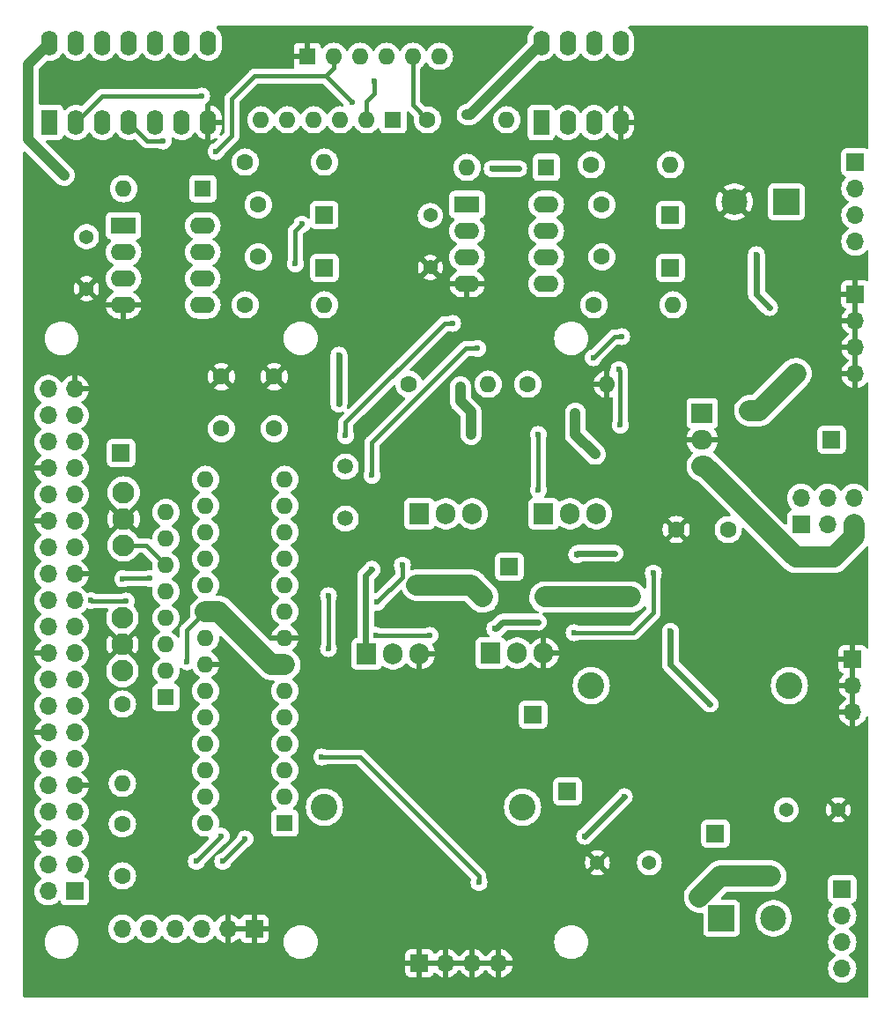
<source format=gbl>
G04 #@! TF.GenerationSoftware,KiCad,Pcbnew,7.0.1*
G04 #@! TF.CreationDate,2023-11-10T14:13:51-08:00*
G04 #@! TF.ProjectId,AtInverter_v1,4174496e-7665-4727-9465-725f76312e6b,v1*
G04 #@! TF.SameCoordinates,Original*
G04 #@! TF.FileFunction,Copper,L2,Bot*
G04 #@! TF.FilePolarity,Positive*
%FSLAX46Y46*%
G04 Gerber Fmt 4.6, Leading zero omitted, Abs format (unit mm)*
G04 Created by KiCad (PCBNEW 7.0.1) date 2023-11-10 14:13:51*
%MOMM*%
%LPD*%
G01*
G04 APERTURE LIST*
G04 #@! TA.AperFunction,ComponentPad*
%ADD10C,1.371600*%
G04 #@! TD*
G04 #@! TA.AperFunction,ComponentPad*
%ADD11R,1.700000X1.700000*%
G04 #@! TD*
G04 #@! TA.AperFunction,ComponentPad*
%ADD12C,1.600000*%
G04 #@! TD*
G04 #@! TA.AperFunction,ComponentPad*
%ADD13O,1.600000X1.600000*%
G04 #@! TD*
G04 #@! TA.AperFunction,ComponentPad*
%ADD14C,2.565400*%
G04 #@! TD*
G04 #@! TA.AperFunction,ComponentPad*
%ADD15R,1.905000X2.000000*%
G04 #@! TD*
G04 #@! TA.AperFunction,ComponentPad*
%ADD16O,1.905000X2.000000*%
G04 #@! TD*
G04 #@! TA.AperFunction,ComponentPad*
%ADD17O,1.700000X1.700000*%
G04 #@! TD*
G04 #@! TA.AperFunction,ComponentPad*
%ADD18R,1.600000X1.600000*%
G04 #@! TD*
G04 #@! TA.AperFunction,ComponentPad*
%ADD19C,2.100000*%
G04 #@! TD*
G04 #@! TA.AperFunction,ComponentPad*
%ADD20R,1.600000X2.400000*%
G04 #@! TD*
G04 #@! TA.AperFunction,ComponentPad*
%ADD21O,1.600000X2.400000*%
G04 #@! TD*
G04 #@! TA.AperFunction,ComponentPad*
%ADD22R,2.400000X1.600000*%
G04 #@! TD*
G04 #@! TA.AperFunction,ComponentPad*
%ADD23O,2.400000X1.600000*%
G04 #@! TD*
G04 #@! TA.AperFunction,ComponentPad*
%ADD24C,1.500000*%
G04 #@! TD*
G04 #@! TA.AperFunction,ComponentPad*
%ADD25R,2.500000X2.500000*%
G04 #@! TD*
G04 #@! TA.AperFunction,ComponentPad*
%ADD26C,2.500000*%
G04 #@! TD*
G04 #@! TA.AperFunction,ComponentPad*
%ADD27R,2.000000X1.905000*%
G04 #@! TD*
G04 #@! TA.AperFunction,ComponentPad*
%ADD28O,2.000000X1.905000*%
G04 #@! TD*
G04 #@! TA.AperFunction,ViaPad*
%ADD29C,0.600000*%
G04 #@! TD*
G04 #@! TA.AperFunction,Conductor*
%ADD30C,2.000000*%
G04 #@! TD*
G04 #@! TA.AperFunction,Conductor*
%ADD31C,1.000000*%
G04 #@! TD*
G04 #@! TA.AperFunction,Conductor*
%ADD32C,0.600000*%
G04 #@! TD*
G04 #@! TA.AperFunction,Conductor*
%ADD33C,0.400000*%
G04 #@! TD*
G04 APERTURE END LIST*
D10*
X70851000Y-63042000D03*
X70851000Y-68042000D03*
D11*
X117094000Y-116332000D03*
D12*
X74295000Y-107950000D03*
D13*
X74295000Y-115570000D03*
D14*
X138430000Y-106172000D03*
X119380000Y-106172000D03*
D15*
X114808000Y-89662000D03*
D16*
X117348000Y-89662000D03*
X119888000Y-89662000D03*
D13*
X127254000Y-69596000D03*
D12*
X119634000Y-69596000D03*
D11*
X131318000Y-120396000D03*
X144780000Y-68590000D03*
D17*
X144780000Y-71130000D03*
X144780000Y-73670000D03*
X144780000Y-76210000D03*
D18*
X115062000Y-56388000D03*
D13*
X107442000Y-56388000D03*
D11*
X127000000Y-66040000D03*
D10*
X103901000Y-61000000D03*
X103901000Y-66000000D03*
D18*
X89916000Y-119380000D03*
D13*
X89916000Y-116840000D03*
X89916000Y-114300000D03*
X89916000Y-111760000D03*
X89916000Y-109220000D03*
X89916000Y-106680000D03*
X89916000Y-104140000D03*
X89916000Y-101600000D03*
X89916000Y-99060000D03*
X89916000Y-96520000D03*
X89916000Y-93980000D03*
X89916000Y-91440000D03*
X89916000Y-88900000D03*
X89916000Y-86360000D03*
X82296000Y-86360000D03*
X82296000Y-88900000D03*
X82296000Y-91440000D03*
X82296000Y-93980000D03*
X82296000Y-96520000D03*
X82296000Y-99060000D03*
X82296000Y-101600000D03*
X82296000Y-104140000D03*
X82296000Y-106680000D03*
X82296000Y-109220000D03*
X82296000Y-111760000D03*
X82296000Y-114300000D03*
X82296000Y-116840000D03*
X82296000Y-119380000D03*
D12*
X74295000Y-124460000D03*
X74295000Y-119460000D03*
D18*
X78486000Y-107315000D03*
D13*
X78486000Y-104775000D03*
X78486000Y-102235000D03*
X78486000Y-99695000D03*
X78486000Y-97155000D03*
X78486000Y-94615000D03*
X78486000Y-92075000D03*
X78486000Y-89535000D03*
X120904000Y-77216000D03*
D12*
X113284000Y-77216000D03*
D19*
X74295000Y-104775000D03*
X74295000Y-102235000D03*
X74295000Y-99695000D03*
D15*
X109728000Y-103053000D03*
D16*
X112268000Y-103053000D03*
X114808000Y-103053000D03*
D20*
X67310000Y-52070000D03*
D21*
X69850000Y-52070000D03*
X72390000Y-52070000D03*
X74930000Y-52070000D03*
X77470000Y-52070000D03*
X80010000Y-52070000D03*
X82550000Y-52070000D03*
X82550000Y-44450000D03*
X80010000Y-44450000D03*
X77470000Y-44450000D03*
X74930000Y-44450000D03*
X72390000Y-44450000D03*
X69850000Y-44450000D03*
X67310000Y-44450000D03*
D19*
X74422000Y-92710000D03*
X74422000Y-90170000D03*
X74422000Y-87630000D03*
D15*
X97790000Y-103124000D03*
D16*
X100330000Y-103124000D03*
X102870000Y-103124000D03*
D11*
X93726000Y-66040000D03*
D12*
X86106000Y-69596000D03*
D13*
X93726000Y-69596000D03*
D12*
X83820000Y-81494000D03*
X83820000Y-76494000D03*
D11*
X139573000Y-90678000D03*
D17*
X139573000Y-88138000D03*
X142113000Y-90678000D03*
X142113000Y-88138000D03*
X144653000Y-90678000D03*
X144653000Y-88138000D03*
D20*
X114564000Y-52085000D03*
D21*
X117104000Y-52085000D03*
X119644000Y-52085000D03*
X122184000Y-52085000D03*
X122184000Y-44465000D03*
X119644000Y-44465000D03*
X117104000Y-44465000D03*
X114564000Y-44465000D03*
D13*
X127000000Y-56134000D03*
D12*
X119380000Y-56134000D03*
D22*
X107442000Y-59944000D03*
D23*
X107442000Y-62484000D03*
X107442000Y-65024000D03*
X107442000Y-67564000D03*
X115062000Y-67564000D03*
X115062000Y-65024000D03*
X115062000Y-62484000D03*
X115062000Y-59944000D03*
D12*
X103632000Y-51816000D03*
D13*
X111252000Y-51816000D03*
D24*
X95758000Y-90130000D03*
X95758000Y-85130000D03*
D13*
X104775000Y-45720000D03*
X102235000Y-45720000D03*
X99695000Y-45720000D03*
X97155000Y-45720000D03*
X94615000Y-45720000D03*
D18*
X92075000Y-45720000D03*
D11*
X113792000Y-108966000D03*
D12*
X132548000Y-91186000D03*
X127548000Y-91186000D03*
D11*
X142494000Y-82550000D03*
D18*
X82027000Y-58430000D03*
D13*
X74407000Y-58430000D03*
D10*
X124968000Y-123190000D03*
X119968000Y-123190000D03*
D14*
X112776000Y-117856000D03*
X93726000Y-117856000D03*
D10*
X138129000Y-118110000D03*
X143129000Y-118110000D03*
D22*
X74407000Y-61986000D03*
D23*
X74407000Y-64526000D03*
X74407000Y-67066000D03*
X74407000Y-69606000D03*
X82027000Y-69606000D03*
X82027000Y-67066000D03*
X82027000Y-64526000D03*
X82027000Y-61986000D03*
D12*
X86106000Y-55880000D03*
D13*
X93726000Y-55880000D03*
D25*
X138136000Y-59690000D03*
D26*
X133136000Y-59690000D03*
D11*
X144526000Y-103632000D03*
D17*
X144526000Y-106172000D03*
X144526000Y-108712000D03*
D12*
X87361000Y-59984000D03*
X87361000Y-64984000D03*
X120396000Y-59984000D03*
X120396000Y-64984000D03*
D11*
X111506000Y-94742000D03*
X86995000Y-129540000D03*
D17*
X84455000Y-129540000D03*
X81915000Y-129540000D03*
X79375000Y-129540000D03*
X76835000Y-129540000D03*
X74295000Y-129540000D03*
D11*
X143510000Y-125730000D03*
D17*
X143510000Y-128270000D03*
X143510000Y-130810000D03*
X143510000Y-133350000D03*
D11*
X93711000Y-60960000D03*
X102870000Y-132842000D03*
D17*
X105410000Y-132842000D03*
X107950000Y-132842000D03*
X110490000Y-132842000D03*
D11*
X144780000Y-55890000D03*
D17*
X144780000Y-58430000D03*
X144780000Y-60970000D03*
X144780000Y-63510000D03*
D15*
X102870000Y-89662000D03*
D16*
X105410000Y-89662000D03*
X107950000Y-89662000D03*
D27*
X130048000Y-80010000D03*
D28*
X130048000Y-82550000D03*
X130048000Y-85090000D03*
D25*
X131906000Y-128524000D03*
D26*
X136906000Y-128524000D03*
D18*
X100330000Y-51816000D03*
D13*
X97790000Y-51816000D03*
X95250000Y-51816000D03*
X92710000Y-51816000D03*
X90170000Y-51816000D03*
X87630000Y-51816000D03*
D11*
X127000000Y-60960000D03*
D12*
X88900000Y-76494000D03*
X88900000Y-81494000D03*
D11*
X74168000Y-83820000D03*
D13*
X109474000Y-77216000D03*
D12*
X101854000Y-77216000D03*
D11*
X69710000Y-125940000D03*
D17*
X67170000Y-125940000D03*
X69710000Y-123400000D03*
X67170000Y-123400000D03*
X69710000Y-120860000D03*
X67170000Y-120860000D03*
X69710000Y-118320000D03*
X67170000Y-118320000D03*
X69710000Y-115780000D03*
X67170000Y-115780000D03*
X69710000Y-113240000D03*
X67170000Y-113240000D03*
X69710000Y-110700000D03*
X67170000Y-110700000D03*
X69710000Y-108160000D03*
X67170000Y-108160000D03*
X69710000Y-105620000D03*
X67170000Y-105620000D03*
X69710000Y-103080000D03*
X67170000Y-103080000D03*
X69710000Y-100540000D03*
X67170000Y-100540000D03*
X69710000Y-98000000D03*
X67170000Y-98000000D03*
X69710000Y-95460000D03*
X67170000Y-95460000D03*
X69710000Y-92920000D03*
X67170000Y-92920000D03*
X69710000Y-90380000D03*
X67170000Y-90380000D03*
X69710000Y-87840000D03*
X67170000Y-87840000D03*
X69710000Y-85300000D03*
X67170000Y-85300000D03*
X69710000Y-82760000D03*
X67170000Y-82760000D03*
X69710000Y-80220000D03*
X67170000Y-80220000D03*
X69710000Y-77680000D03*
X67170000Y-77680000D03*
D29*
X129794000Y-126492000D03*
X136652000Y-124460000D03*
X131445000Y-69850000D03*
X123952000Y-130556000D03*
X109855000Y-56515000D03*
X127000000Y-100965000D03*
X107442000Y-51308000D03*
X112395000Y-56515000D03*
X135255000Y-64770000D03*
X118745000Y-120650000D03*
X122555000Y-116840000D03*
X136525000Y-69850000D03*
X68707000Y-57150000D03*
X114935000Y-97663000D03*
X102616000Y-96520000D03*
X80518000Y-103886000D03*
X108966000Y-97663000D03*
X130810000Y-107950000D03*
X123190000Y-97663000D03*
X83947000Y-123063000D03*
X86106000Y-120904000D03*
X81407000Y-123063000D03*
X83820000Y-120650000D03*
X107823000Y-82042000D03*
X106807000Y-77470000D03*
X117856000Y-80010000D03*
X119761000Y-83947000D03*
X101219000Y-94615000D03*
X98806000Y-98171000D03*
X76962000Y-95885000D03*
X74330000Y-95920000D03*
X74676000Y-98044000D03*
X71247000Y-98000000D03*
X106045000Y-71374000D03*
X94107000Y-97536000D03*
X94107000Y-102616000D03*
X95758000Y-82169000D03*
X139065000Y-76200000D03*
X134620000Y-79756000D03*
X93472000Y-113030000D03*
X108585000Y-125095000D03*
X103886000Y-101346000D03*
X117729000Y-101092000D03*
X125349000Y-95377000D03*
X98679000Y-101346000D03*
X98298000Y-85979000D03*
X108458000Y-73787000D03*
X96393000Y-50165000D03*
X83312000Y-54864000D03*
X81915000Y-49530000D03*
X98552000Y-48133000D03*
X78232000Y-53848000D03*
X91567000Y-61849000D03*
X90932000Y-65659000D03*
X122301000Y-72644000D03*
X114300000Y-82042000D03*
X119570500Y-74676000D03*
X114300000Y-87376000D03*
X95123000Y-74422000D03*
X98298000Y-94996000D03*
X95123000Y-79121000D03*
X122174000Y-81153000D03*
X121666000Y-93472000D03*
X114300000Y-100076000D03*
X117983000Y-93599000D03*
X122047000Y-75819000D03*
X110109000Y-100711000D03*
D30*
X131826000Y-124460000D02*
X136652000Y-124460000D01*
X129794000Y-126492000D02*
X131826000Y-124460000D01*
X114935000Y-97663000D02*
X123190000Y-97663000D01*
D31*
X65278000Y-46482000D02*
X67310000Y-44450000D01*
D32*
X135255000Y-64770000D02*
X135255000Y-68580000D01*
X127000000Y-104140000D02*
X127000000Y-100965000D01*
D30*
X89916000Y-104140000D02*
X88646000Y-104140000D01*
D32*
X135255000Y-68580000D02*
X136525000Y-69850000D01*
D31*
X107442000Y-51308000D02*
X107721000Y-51308000D01*
D30*
X102616000Y-96520000D02*
X107823000Y-96520000D01*
D33*
X80518000Y-100838000D02*
X82296000Y-99060000D01*
D31*
X107721000Y-51308000D02*
X114564000Y-44465000D01*
X68707000Y-57150000D02*
X65278000Y-53721000D01*
D32*
X118745000Y-120650000D02*
X122555000Y-116840000D01*
X130810000Y-107950000D02*
X127000000Y-104140000D01*
D30*
X107823000Y-96520000D02*
X108966000Y-97663000D01*
D32*
X109855000Y-56515000D02*
X112395000Y-56515000D01*
D30*
X88646000Y-104140000D02*
X83566000Y-99060000D01*
D31*
X65278000Y-53721000D02*
X65278000Y-46482000D01*
D33*
X80518000Y-103886000D02*
X80518000Y-100838000D01*
D30*
X83566000Y-99060000D02*
X82296000Y-99060000D01*
D33*
X83947000Y-123063000D02*
X86106000Y-120904000D01*
X81407000Y-123063000D02*
X83820000Y-120650000D01*
D31*
X106807000Y-78867000D02*
X107823000Y-79883000D01*
X106807000Y-77470000D02*
X106807000Y-78867000D01*
X107823000Y-79883000D02*
X107823000Y-82042000D01*
X117856000Y-80010000D02*
X117856000Y-82042000D01*
X117856000Y-82042000D02*
X119761000Y-83947000D01*
D33*
X101219000Y-95758000D02*
X98806000Y-98171000D01*
X101219000Y-94615000D02*
X101219000Y-95758000D01*
X74330000Y-95920000D02*
X74365000Y-95885000D01*
X74365000Y-95885000D02*
X76962000Y-95885000D01*
X71247000Y-98000000D02*
X71291000Y-98044000D01*
X71291000Y-98044000D02*
X74676000Y-98044000D01*
X94107000Y-102616000D02*
X94107000Y-97536000D01*
X106045000Y-71374000D02*
X105283000Y-71374000D01*
X95758000Y-80899000D02*
X95758000Y-82169000D01*
X105283000Y-71374000D02*
X95758000Y-80899000D01*
D30*
X135509000Y-79756000D02*
X134620000Y-79756000D01*
X139065000Y-76200000D02*
X135509000Y-79756000D01*
D33*
X97155000Y-113030000D02*
X93472000Y-113030000D01*
X108585000Y-124460000D02*
X97155000Y-113030000D01*
X108585000Y-125095000D02*
X108585000Y-124460000D01*
X125349000Y-99187000D02*
X125349000Y-95377000D01*
X123444000Y-101092000D02*
X125349000Y-99187000D01*
X117729000Y-101092000D02*
X123444000Y-101092000D01*
X98679000Y-101346000D02*
X103886000Y-101346000D01*
X74422000Y-92710000D02*
X76581000Y-92710000D01*
X76581000Y-92710000D02*
X78486000Y-94615000D01*
X98298000Y-82804000D02*
X98298000Y-85979000D01*
X108458000Y-73787000D02*
X107315000Y-73787000D01*
X107315000Y-73787000D02*
X98298000Y-82804000D01*
D30*
X130048000Y-85090000D02*
X130302000Y-85090000D01*
X139065000Y-93853000D02*
X142680081Y-93853000D01*
X144653000Y-91880081D02*
X144653000Y-90678000D01*
X130302000Y-85090000D02*
X139065000Y-93853000D01*
X142680081Y-93853000D02*
X144653000Y-91880081D01*
D33*
X83312000Y-54864000D02*
X84836000Y-53340000D01*
X93853000Y-47625000D02*
X96393000Y-50165000D01*
X84836000Y-49784000D02*
X86995000Y-47625000D01*
X93853000Y-47625000D02*
X94615000Y-46863000D01*
X84836000Y-53340000D02*
X84836000Y-49784000D01*
X86995000Y-47625000D02*
X93853000Y-47625000D01*
X94615000Y-46863000D02*
X94615000Y-45720000D01*
X72390000Y-49530000D02*
X69850000Y-52070000D01*
X81915000Y-49530000D02*
X72390000Y-49530000D01*
X98552000Y-48133000D02*
X98552000Y-49276000D01*
X98552000Y-49276000D02*
X97790000Y-50038000D01*
X97790000Y-50038000D02*
X97790000Y-51816000D01*
X102235000Y-50419000D02*
X103632000Y-51816000D01*
X102235000Y-45720000D02*
X102235000Y-50419000D01*
X76708000Y-53848000D02*
X74930000Y-52070000D01*
X78232000Y-53848000D02*
X76708000Y-53848000D01*
X90932000Y-62484000D02*
X90932000Y-65659000D01*
X91567000Y-61849000D02*
X90932000Y-62484000D01*
X114300000Y-87376000D02*
X114300000Y-82042000D01*
X121602500Y-72644000D02*
X122301000Y-72644000D01*
X119570500Y-74676000D02*
X121602500Y-72644000D01*
D32*
X97698000Y-103032000D02*
X97790000Y-103124000D01*
X95123000Y-74422000D02*
X95123000Y-79121000D01*
X98298000Y-94996000D02*
X97698000Y-95596000D01*
X97698000Y-95596000D02*
X97698000Y-103032000D01*
X110109000Y-100711000D02*
X110236000Y-100711000D01*
X118110000Y-93472000D02*
X117983000Y-93599000D01*
D33*
X122047000Y-75819000D02*
X122174000Y-75946000D01*
D32*
X110871000Y-100076000D02*
X114300000Y-100076000D01*
X110236000Y-100711000D02*
X110871000Y-100076000D01*
X121666000Y-93472000D02*
X118110000Y-93472000D01*
D33*
X122174000Y-75946000D02*
X122174000Y-81153000D01*
G04 #@! TA.AperFunction,Conductor*
G36*
X113752201Y-42814798D02*
G01*
X113797969Y-42858230D01*
X113816942Y-42918406D01*
X113804363Y-42980235D01*
X113763385Y-43028213D01*
X113719698Y-43058802D01*
X113557804Y-43220696D01*
X113426477Y-43408249D01*
X113329715Y-43615756D01*
X113274476Y-43821913D01*
X113270457Y-43836913D01*
X113256813Y-43992873D01*
X113255500Y-44007878D01*
X113255500Y-44295076D01*
X113245909Y-44343294D01*
X113218595Y-44384171D01*
X107325400Y-50277364D01*
X107290179Y-50302171D01*
X107248659Y-50313662D01*
X107244297Y-50314091D01*
X107054197Y-50371758D01*
X106878992Y-50465406D01*
X106725431Y-50591431D01*
X106599406Y-50744992D01*
X106505758Y-50920197D01*
X106448091Y-51110298D01*
X106428619Y-51307999D01*
X106448091Y-51505701D01*
X106505758Y-51695802D01*
X106599406Y-51871007D01*
X106725431Y-52024568D01*
X106878992Y-52150593D01*
X106878996Y-52150595D01*
X107054196Y-52244241D01*
X107143111Y-52271213D01*
X107244298Y-52301908D01*
X107392450Y-52316500D01*
X107392453Y-52316500D01*
X107665263Y-52316500D01*
X107677612Y-52317106D01*
X107721000Y-52321380D01*
X107721000Y-52321379D01*
X107721001Y-52321380D01*
X107918701Y-52301909D01*
X107918701Y-52301908D01*
X108108804Y-52244241D01*
X108123440Y-52239801D01*
X108133754Y-52230904D01*
X108284004Y-52150595D01*
X108437568Y-52024568D01*
X108465247Y-51990838D01*
X108473524Y-51981708D01*
X108639232Y-51816000D01*
X109938502Y-51816000D01*
X109958457Y-52044087D01*
X110017715Y-52265243D01*
X110114477Y-52472750D01*
X110245804Y-52660303D01*
X110407696Y-52822195D01*
X110595249Y-52953522D01*
X110802756Y-53050284D01*
X110862014Y-53066162D01*
X111023913Y-53109543D01*
X111252000Y-53129498D01*
X111480087Y-53109543D01*
X111701243Y-53050284D01*
X111908749Y-52953523D01*
X112096300Y-52822198D01*
X112258198Y-52660300D01*
X112389523Y-52472749D01*
X112486284Y-52265243D01*
X112545543Y-52044087D01*
X112565498Y-51816000D01*
X112545543Y-51587913D01*
X112486284Y-51366757D01*
X112483500Y-51360787D01*
X112389522Y-51159249D01*
X112284195Y-51008827D01*
X112258198Y-50971700D01*
X112258197Y-50971699D01*
X112258195Y-50971696D01*
X112096303Y-50809804D01*
X111908750Y-50678477D01*
X111701243Y-50581715D01*
X111480087Y-50522457D01*
X111252000Y-50502502D01*
X111023912Y-50522457D01*
X110802756Y-50581715D01*
X110595249Y-50678477D01*
X110407696Y-50809804D01*
X110245804Y-50971696D01*
X110114477Y-51159249D01*
X110017715Y-51366756D01*
X109958457Y-51587912D01*
X109938502Y-51816000D01*
X108639232Y-51816000D01*
X114258301Y-46196931D01*
X114304300Y-46167627D01*
X114358370Y-46160507D01*
X114564000Y-46178498D01*
X114792087Y-46158543D01*
X115013243Y-46099284D01*
X115220749Y-46002523D01*
X115408300Y-45871198D01*
X115570198Y-45709300D01*
X115701523Y-45521749D01*
X115719804Y-45482543D01*
X115766300Y-45429525D01*
X115834000Y-45409792D01*
X115901700Y-45429525D01*
X115948195Y-45482543D01*
X115966476Y-45521748D01*
X116097804Y-45709303D01*
X116259696Y-45871195D01*
X116447249Y-46002522D01*
X116654756Y-46099284D01*
X116714015Y-46115162D01*
X116875913Y-46158543D01*
X117104000Y-46178498D01*
X117332087Y-46158543D01*
X117553243Y-46099284D01*
X117760749Y-46002523D01*
X117948300Y-45871198D01*
X118110198Y-45709300D01*
X118241523Y-45521749D01*
X118259804Y-45482543D01*
X118306300Y-45429525D01*
X118374000Y-45409792D01*
X118441700Y-45429525D01*
X118488195Y-45482543D01*
X118506476Y-45521748D01*
X118637804Y-45709303D01*
X118799696Y-45871195D01*
X118987249Y-46002522D01*
X119194756Y-46099284D01*
X119254015Y-46115162D01*
X119415913Y-46158543D01*
X119644000Y-46178498D01*
X119872087Y-46158543D01*
X120093243Y-46099284D01*
X120300749Y-46002523D01*
X120488300Y-45871198D01*
X120650198Y-45709300D01*
X120781523Y-45521749D01*
X120799804Y-45482543D01*
X120846300Y-45429525D01*
X120914000Y-45409792D01*
X120981700Y-45429525D01*
X121028195Y-45482543D01*
X121046476Y-45521748D01*
X121177804Y-45709303D01*
X121339696Y-45871195D01*
X121527249Y-46002522D01*
X121734756Y-46099284D01*
X121794015Y-46115162D01*
X121955913Y-46158543D01*
X122184000Y-46178498D01*
X122412087Y-46158543D01*
X122633243Y-46099284D01*
X122840749Y-46002523D01*
X123028300Y-45871198D01*
X123190198Y-45709300D01*
X123321523Y-45521749D01*
X123418284Y-45314243D01*
X123477543Y-45093087D01*
X123492500Y-44922127D01*
X123492500Y-44007873D01*
X123477543Y-43836913D01*
X123418284Y-43615757D01*
X123411289Y-43600757D01*
X123321522Y-43408249D01*
X123190195Y-43220696D01*
X123028301Y-43058802D01*
X122984615Y-43028213D01*
X122943637Y-42980235D01*
X122931058Y-42918406D01*
X122950031Y-42858230D01*
X122995799Y-42814798D01*
X123056885Y-42799000D01*
X145924000Y-42799000D01*
X145987000Y-42815881D01*
X146033119Y-42862000D01*
X146050000Y-42925000D01*
X146050000Y-54472459D01*
X146035648Y-54530861D01*
X145995861Y-54575958D01*
X145939703Y-54597477D01*
X145879967Y-54590515D01*
X145876205Y-54589111D01*
X145876204Y-54589111D01*
X145739201Y-54538011D01*
X145678638Y-54531500D01*
X143881362Y-54531500D01*
X143820799Y-54538011D01*
X143683794Y-54589111D01*
X143566738Y-54676738D01*
X143479111Y-54793794D01*
X143456533Y-54854329D01*
X143428011Y-54930799D01*
X143421500Y-54991362D01*
X143421500Y-56788638D01*
X143428011Y-56849201D01*
X143441809Y-56886195D01*
X143479111Y-56986205D01*
X143566738Y-57103261D01*
X143683794Y-57190888D01*
X143683795Y-57190888D01*
X143683796Y-57190889D01*
X143798809Y-57233787D01*
X143849140Y-57268348D01*
X143877315Y-57322519D01*
X143876712Y-57383574D01*
X143847475Y-57437178D01*
X143704281Y-57592728D01*
X143581139Y-57781209D01*
X143490702Y-57987388D01*
X143438433Y-58193796D01*
X143435436Y-58205632D01*
X143416844Y-58430000D01*
X143435436Y-58654368D01*
X143435436Y-58654371D01*
X143435437Y-58654372D01*
X143490702Y-58872611D01*
X143581139Y-59078790D01*
X143620931Y-59139696D01*
X143704278Y-59267268D01*
X143851550Y-59427247D01*
X143856762Y-59432908D01*
X144034418Y-59571185D01*
X144034420Y-59571186D01*
X144034424Y-59571189D01*
X144067682Y-59589187D01*
X144115952Y-59635503D01*
X144133711Y-59700000D01*
X144115952Y-59764497D01*
X144067682Y-59810812D01*
X144042794Y-59824281D01*
X144034418Y-59828814D01*
X143856762Y-59967091D01*
X143704278Y-60132731D01*
X143581139Y-60321209D01*
X143490702Y-60527388D01*
X143438100Y-60735111D01*
X143435436Y-60745632D01*
X143416844Y-60970000D01*
X143435436Y-61194368D01*
X143435436Y-61194371D01*
X143435437Y-61194372D01*
X143490702Y-61412611D01*
X143581139Y-61618790D01*
X143704278Y-61807268D01*
X143856762Y-61972908D01*
X144034418Y-62111185D01*
X144034420Y-62111186D01*
X144034424Y-62111189D01*
X144067682Y-62129187D01*
X144115952Y-62175503D01*
X144133711Y-62240000D01*
X144115952Y-62304497D01*
X144067682Y-62350812D01*
X144042794Y-62364281D01*
X144034418Y-62368814D01*
X143856762Y-62507091D01*
X143704278Y-62672731D01*
X143581139Y-62861209D01*
X143490702Y-63067388D01*
X143435437Y-63285627D01*
X143435436Y-63285632D01*
X143416844Y-63510000D01*
X143435436Y-63734368D01*
X143435436Y-63734371D01*
X143435437Y-63734372D01*
X143490702Y-63952611D01*
X143581139Y-64158790D01*
X143704278Y-64347268D01*
X143856762Y-64512908D01*
X143936225Y-64574757D01*
X144034424Y-64651189D01*
X144232426Y-64758342D01*
X144445365Y-64831444D01*
X144667431Y-64868500D01*
X144892566Y-64868500D01*
X144892569Y-64868500D01*
X145114635Y-64831444D01*
X145327574Y-64758342D01*
X145525576Y-64651189D01*
X145703240Y-64512906D01*
X145831301Y-64373795D01*
X145881123Y-64340655D01*
X145940618Y-64334236D01*
X145996365Y-64355988D01*
X146035790Y-64401006D01*
X146050000Y-64459135D01*
X146050000Y-67172992D01*
X146035648Y-67231394D01*
X145995861Y-67276491D01*
X145939703Y-67298010D01*
X145879968Y-67291048D01*
X145739093Y-67238505D01*
X145678589Y-67232000D01*
X145034000Y-67232000D01*
X145034000Y-77544391D01*
X145114514Y-77530955D01*
X145327368Y-77457883D01*
X145525302Y-77350766D01*
X145702903Y-77212533D01*
X145831299Y-77073059D01*
X145881123Y-77039916D01*
X145940618Y-77033497D01*
X145996365Y-77055249D01*
X146035790Y-77100267D01*
X146050000Y-77158396D01*
X146050000Y-87369258D01*
X146033807Y-87431051D01*
X145989390Y-87476962D01*
X145928166Y-87495189D01*
X145865871Y-87481048D01*
X145818517Y-87438174D01*
X145817517Y-87436643D01*
X145728722Y-87300732D01*
X145576240Y-87135094D01*
X145576239Y-87135093D01*
X145576237Y-87135091D01*
X145398578Y-86996812D01*
X145200573Y-86889657D01*
X145047451Y-86837091D01*
X144987635Y-86816556D01*
X144765569Y-86779500D01*
X144540431Y-86779500D01*
X144318365Y-86816556D01*
X144318362Y-86816556D01*
X144318362Y-86816557D01*
X144105426Y-86889657D01*
X143907421Y-86996812D01*
X143729762Y-87135091D01*
X143577278Y-87300731D01*
X143488483Y-87436643D01*
X143442969Y-87478541D01*
X143383000Y-87493727D01*
X143323031Y-87478541D01*
X143277517Y-87436643D01*
X143188721Y-87300731D01*
X143092057Y-87195727D01*
X143036240Y-87135094D01*
X143036239Y-87135093D01*
X143036237Y-87135091D01*
X142858578Y-86996812D01*
X142660573Y-86889657D01*
X142507451Y-86837091D01*
X142447635Y-86816556D01*
X142225569Y-86779500D01*
X142000431Y-86779500D01*
X141778365Y-86816556D01*
X141778362Y-86816556D01*
X141778362Y-86816557D01*
X141565426Y-86889657D01*
X141367421Y-86996812D01*
X141189762Y-87135091D01*
X141037278Y-87300731D01*
X140948483Y-87436643D01*
X140902969Y-87478541D01*
X140843000Y-87493727D01*
X140783031Y-87478541D01*
X140737517Y-87436643D01*
X140648721Y-87300731D01*
X140552057Y-87195727D01*
X140496240Y-87135094D01*
X140496239Y-87135093D01*
X140496237Y-87135091D01*
X140318578Y-86996812D01*
X140120573Y-86889657D01*
X139967451Y-86837091D01*
X139907635Y-86816556D01*
X139685569Y-86779500D01*
X139460431Y-86779500D01*
X139238365Y-86816556D01*
X139238362Y-86816556D01*
X139238362Y-86816557D01*
X139025426Y-86889657D01*
X138827421Y-86996812D01*
X138649762Y-87135091D01*
X138497278Y-87300731D01*
X138374139Y-87489209D01*
X138283702Y-87695388D01*
X138233457Y-87893804D01*
X138228436Y-87913632D01*
X138209844Y-88138000D01*
X138228436Y-88362368D01*
X138228436Y-88362371D01*
X138228437Y-88362372D01*
X138283702Y-88580611D01*
X138374139Y-88786790D01*
X138497278Y-88975268D01*
X138640475Y-89130820D01*
X138669712Y-89184424D01*
X138670315Y-89245480D01*
X138642141Y-89299650D01*
X138591808Y-89334213D01*
X138566904Y-89343502D01*
X138476793Y-89377111D01*
X138359738Y-89464738D01*
X138272111Y-89581794D01*
X138221011Y-89718799D01*
X138214500Y-89779362D01*
X138214500Y-90564969D01*
X138200767Y-90622172D01*
X138162561Y-90666905D01*
X138108211Y-90689418D01*
X138049564Y-90684802D01*
X137999405Y-90654064D01*
X134783515Y-87438174D01*
X131380326Y-84034984D01*
X131378550Y-84033173D01*
X131305576Y-83957199D01*
X131305575Y-83957198D01*
X131247697Y-83913706D01*
X131241767Y-83908962D01*
X131186621Y-83862055D01*
X131186620Y-83862054D01*
X131152873Y-83841653D01*
X131142373Y-83834560D01*
X131105982Y-83807214D01*
X131070388Y-83765571D01*
X131055831Y-83712758D01*
X131065063Y-83658759D01*
X131096338Y-83613782D01*
X131173706Y-83542559D01*
X131246808Y-83448638D01*
X141135500Y-83448638D01*
X141142011Y-83509200D01*
X141193111Y-83646205D01*
X141280738Y-83763261D01*
X141397794Y-83850888D01*
X141397795Y-83850888D01*
X141397796Y-83850889D01*
X141534799Y-83901989D01*
X141595362Y-83908500D01*
X143392638Y-83908500D01*
X143453201Y-83901989D01*
X143590204Y-83850889D01*
X143707261Y-83763261D01*
X143794889Y-83646204D01*
X143845989Y-83509201D01*
X143852500Y-83448638D01*
X143852500Y-81651362D01*
X143845989Y-81590799D01*
X143794889Y-81453796D01*
X143794888Y-81453794D01*
X143707261Y-81336738D01*
X143590205Y-81249111D01*
X143519946Y-81222906D01*
X143453201Y-81198011D01*
X143392638Y-81191500D01*
X141595362Y-81191500D01*
X141534799Y-81198011D01*
X141397794Y-81249111D01*
X141280738Y-81336738D01*
X141193111Y-81453794D01*
X141142011Y-81590799D01*
X141135500Y-81651362D01*
X141135500Y-83448638D01*
X131246808Y-83448638D01*
X131322373Y-83351553D01*
X131437570Y-83138686D01*
X131516159Y-82909762D01*
X131533808Y-82804000D01*
X128562192Y-82804000D01*
X128579840Y-82909762D01*
X128658429Y-83138686D01*
X128773626Y-83351553D01*
X128922296Y-83542563D01*
X129108049Y-83713561D01*
X129106985Y-83714716D01*
X129136708Y-83745837D01*
X129153828Y-83800612D01*
X129144879Y-83857298D01*
X129111719Y-83904136D01*
X128956524Y-84041626D01*
X128802490Y-84230285D01*
X128680709Y-84441214D01*
X128660900Y-84493445D01*
X128659704Y-84496078D01*
X128658354Y-84499995D01*
X128657052Y-84503590D01*
X128594344Y-84668940D01*
X128587157Y-84704140D01*
X128582881Y-84719834D01*
X128579352Y-84730115D01*
X128568521Y-84795014D01*
X128567694Y-84799473D01*
X128545626Y-84907577D01*
X128544633Y-84932197D01*
X128543018Y-84947851D01*
X128539500Y-84968940D01*
X128539500Y-85057053D01*
X128539397Y-85062126D01*
X128536836Y-85125715D01*
X128535819Y-85150941D01*
X128538581Y-85173685D01*
X128539500Y-85188873D01*
X128539500Y-85211061D01*
X128552329Y-85287948D01*
X128553128Y-85293496D01*
X128565176Y-85392719D01*
X128574068Y-85423415D01*
X128577322Y-85437720D01*
X128578948Y-85447465D01*
X128579352Y-85449884D01*
X128593602Y-85491393D01*
X128595453Y-85497247D01*
X128632938Y-85626661D01*
X128737350Y-85846704D01*
X128875708Y-86047150D01*
X129044420Y-86222797D01*
X129044425Y-86222802D01*
X129239135Y-86369117D01*
X129239139Y-86369119D01*
X129454790Y-86482302D01*
X129454793Y-86482303D01*
X129454795Y-86482304D01*
X129581389Y-86524567D01*
X129585987Y-86526102D01*
X129635182Y-86556523D01*
X132745027Y-89666368D01*
X132776426Y-89718624D01*
X132779617Y-89779505D01*
X132753853Y-89834757D01*
X132705165Y-89871446D01*
X132644951Y-89880984D01*
X132548000Y-89872502D01*
X132319912Y-89892457D01*
X132098756Y-89951715D01*
X131891249Y-90048477D01*
X131703696Y-90179804D01*
X131541804Y-90341696D01*
X131410477Y-90529249D01*
X131313715Y-90736756D01*
X131254457Y-90957912D01*
X131251583Y-90990757D01*
X131234502Y-91186000D01*
X131249144Y-91353362D01*
X131254457Y-91414087D01*
X131313715Y-91635243D01*
X131410477Y-91842750D01*
X131541804Y-92030303D01*
X131703696Y-92192195D01*
X131891249Y-92323522D01*
X132098756Y-92420284D01*
X132147680Y-92433393D01*
X132319913Y-92479543D01*
X132548000Y-92499498D01*
X132776087Y-92479543D01*
X132997243Y-92420284D01*
X133204749Y-92323523D01*
X133392300Y-92192198D01*
X133554198Y-92030300D01*
X133685523Y-91842749D01*
X133782284Y-91635243D01*
X133841543Y-91414087D01*
X133861498Y-91186000D01*
X133853015Y-91089045D01*
X133862552Y-91028835D01*
X133899242Y-90980147D01*
X133954494Y-90954382D01*
X134015375Y-90957573D01*
X134067631Y-90988972D01*
X137986673Y-94908014D01*
X137988402Y-94909777D01*
X138061425Y-94985802D01*
X138061426Y-94985803D01*
X138119287Y-95029282D01*
X138125232Y-95034037D01*
X138180379Y-95080946D01*
X138214122Y-95101344D01*
X138224628Y-95108441D01*
X138256131Y-95132115D01*
X138256135Y-95132117D01*
X138320241Y-95165762D01*
X138326837Y-95169482D01*
X138388811Y-95206947D01*
X138425381Y-95221665D01*
X138436891Y-95226985D01*
X138471795Y-95245304D01*
X138540464Y-95268228D01*
X138547600Y-95270853D01*
X138614757Y-95297882D01*
X138653232Y-95306547D01*
X138665407Y-95309941D01*
X138702818Y-95322431D01*
X138774293Y-95334045D01*
X138781721Y-95335484D01*
X138852362Y-95351395D01*
X138891714Y-95353775D01*
X138904300Y-95355174D01*
X138943221Y-95361500D01*
X139015607Y-95361500D01*
X139023215Y-95361730D01*
X139095475Y-95366101D01*
X139129438Y-95362669D01*
X139134701Y-95362138D01*
X139147365Y-95361500D01*
X142663624Y-95361500D01*
X142666162Y-95361526D01*
X142771455Y-95363647D01*
X142771455Y-95363646D01*
X142771458Y-95363647D01*
X142843118Y-95353476D01*
X142850683Y-95352636D01*
X142922842Y-95346811D01*
X142922844Y-95346810D01*
X142922849Y-95346810D01*
X142961154Y-95337368D01*
X142973551Y-95334966D01*
X143012599Y-95329426D01*
X143081700Y-95307892D01*
X143089016Y-95305852D01*
X143159329Y-95288523D01*
X143195611Y-95273063D01*
X143207492Y-95268694D01*
X143245129Y-95256967D01*
X143309884Y-95224626D01*
X143316779Y-95221438D01*
X143383397Y-95193056D01*
X143416719Y-95171982D01*
X143427741Y-95165765D01*
X143463024Y-95148146D01*
X143521773Y-95105820D01*
X143528057Y-95101577D01*
X143589249Y-95062883D01*
X143618766Y-95036732D01*
X143628660Y-95028819D01*
X143660641Y-95005781D01*
X143711837Y-94954583D01*
X143717346Y-94949398D01*
X143771555Y-94901375D01*
X143796504Y-94870816D01*
X143804991Y-94861429D01*
X145708040Y-92958380D01*
X145709751Y-92956702D01*
X145785802Y-92883656D01*
X145823271Y-92833792D01*
X145871826Y-92794798D01*
X145933127Y-92783819D01*
X145992198Y-92803540D01*
X146034610Y-92849143D01*
X146050000Y-92909488D01*
X146050000Y-102456102D01*
X146034588Y-102516487D01*
X145992121Y-102562100D01*
X145932989Y-102581781D01*
X145871657Y-102570716D01*
X145823132Y-102531611D01*
X145738904Y-102419095D01*
X145621962Y-102331554D01*
X145485093Y-102280505D01*
X145424589Y-102274000D01*
X144780000Y-102274000D01*
X144780000Y-110046391D01*
X144860514Y-110032955D01*
X145073368Y-109959883D01*
X145271302Y-109852766D01*
X145448903Y-109714533D01*
X145601321Y-109548962D01*
X145724419Y-109360548D01*
X145808613Y-109168607D01*
X145851635Y-109116074D01*
X145915673Y-109093496D01*
X145982129Y-109107431D01*
X146031704Y-109153831D01*
X146050000Y-109219221D01*
X146050000Y-136018000D01*
X146033119Y-136081000D01*
X145987000Y-136127119D01*
X145924000Y-136144000D01*
X64896000Y-136144000D01*
X64833000Y-136127119D01*
X64786881Y-136081000D01*
X64770000Y-136018000D01*
X64770000Y-133096000D01*
X101512000Y-133096000D01*
X101512000Y-133740589D01*
X101518505Y-133801093D01*
X101569554Y-133937962D01*
X101657095Y-134054904D01*
X101774037Y-134142445D01*
X101910906Y-134193494D01*
X101971411Y-134200000D01*
X102616000Y-134200000D01*
X102616000Y-133096000D01*
X103124000Y-133096000D01*
X103124000Y-134200000D01*
X103768589Y-134200000D01*
X103829093Y-134193494D01*
X103965962Y-134142445D01*
X104082904Y-134054904D01*
X104170445Y-133937962D01*
X104214814Y-133819004D01*
X104251346Y-133766964D01*
X104308637Y-133739388D01*
X104372099Y-133743298D01*
X104425572Y-133777699D01*
X104487099Y-133844536D01*
X104664697Y-133982766D01*
X104862631Y-134089883D01*
X105075485Y-134162955D01*
X105156000Y-134176391D01*
X105156000Y-133096000D01*
X105664000Y-133096000D01*
X105664000Y-134176391D01*
X105744514Y-134162955D01*
X105957368Y-134089883D01*
X106155302Y-133982766D01*
X106332903Y-133844533D01*
X106485323Y-133678960D01*
X106574517Y-133542440D01*
X106620031Y-133500541D01*
X106680000Y-133485355D01*
X106739969Y-133500541D01*
X106785483Y-133542440D01*
X106874676Y-133678960D01*
X107027096Y-133844533D01*
X107204697Y-133982766D01*
X107402631Y-134089883D01*
X107615485Y-134162955D01*
X107696000Y-134176391D01*
X107696000Y-133096000D01*
X108204000Y-133096000D01*
X108204000Y-134176391D01*
X108284514Y-134162955D01*
X108497368Y-134089883D01*
X108695302Y-133982766D01*
X108872903Y-133844533D01*
X109025323Y-133678960D01*
X109114517Y-133542440D01*
X109160031Y-133500541D01*
X109220000Y-133485355D01*
X109279969Y-133500541D01*
X109325483Y-133542440D01*
X109414676Y-133678960D01*
X109567096Y-133844533D01*
X109744697Y-133982766D01*
X109942631Y-134089883D01*
X110155485Y-134162955D01*
X110236000Y-134176391D01*
X110236000Y-133096000D01*
X110744000Y-133096000D01*
X110744000Y-134176391D01*
X110824514Y-134162955D01*
X111037368Y-134089883D01*
X111235302Y-133982766D01*
X111412903Y-133844533D01*
X111565321Y-133678962D01*
X111688419Y-133490548D01*
X111750069Y-133350000D01*
X142146844Y-133350000D01*
X142165436Y-133574368D01*
X142165436Y-133574371D01*
X142165437Y-133574372D01*
X142220702Y-133792611D01*
X142311139Y-133998790D01*
X142434278Y-134187268D01*
X142586762Y-134352908D01*
X142764421Y-134491187D01*
X142764424Y-134491189D01*
X142962426Y-134598342D01*
X143175365Y-134671444D01*
X143397431Y-134708500D01*
X143622566Y-134708500D01*
X143622569Y-134708500D01*
X143844635Y-134671444D01*
X144057574Y-134598342D01*
X144255576Y-134491189D01*
X144433240Y-134352906D01*
X144585722Y-134187268D01*
X144708860Y-133998791D01*
X144799296Y-133792616D01*
X144854564Y-133574368D01*
X144873156Y-133350000D01*
X144854564Y-133125632D01*
X144799296Y-132907384D01*
X144708860Y-132701209D01*
X144585722Y-132512732D01*
X144433240Y-132347094D01*
X144433239Y-132347093D01*
X144433237Y-132347091D01*
X144255578Y-132208812D01*
X144222317Y-132190812D01*
X144174046Y-132144495D01*
X144156288Y-132079997D01*
X144174049Y-132015499D01*
X144222317Y-131969187D01*
X144255576Y-131951189D01*
X144433240Y-131812906D01*
X144585722Y-131647268D01*
X144708860Y-131458791D01*
X144799296Y-131252616D01*
X144854564Y-131034368D01*
X144873156Y-130810000D01*
X144854564Y-130585632D01*
X144799296Y-130367384D01*
X144708860Y-130161209D01*
X144585722Y-129972732D01*
X144433240Y-129807094D01*
X144433239Y-129807093D01*
X144433237Y-129807091D01*
X144255579Y-129668813D01*
X144255577Y-129668812D01*
X144255576Y-129668811D01*
X144222317Y-129650812D01*
X144174047Y-129604498D01*
X144156288Y-129540000D01*
X144174047Y-129475502D01*
X144222317Y-129429187D01*
X144255576Y-129411189D01*
X144433240Y-129272906D01*
X144585722Y-129107268D01*
X144708860Y-128918791D01*
X144799296Y-128712616D01*
X144854564Y-128494368D01*
X144873156Y-128270000D01*
X144854564Y-128045632D01*
X144799296Y-127827384D01*
X144708860Y-127621209D01*
X144585722Y-127432732D01*
X144442523Y-127277178D01*
X144413287Y-127223575D01*
X144412684Y-127162519D01*
X144440859Y-127108348D01*
X144491188Y-127073787D01*
X144606204Y-127030889D01*
X144723261Y-126943261D01*
X144810889Y-126826204D01*
X144861989Y-126689201D01*
X144868500Y-126628638D01*
X144868500Y-124831362D01*
X144861989Y-124770799D01*
X144810889Y-124633796D01*
X144810888Y-124633794D01*
X144723261Y-124516738D01*
X144606205Y-124429111D01*
X144535946Y-124402906D01*
X144469201Y-124378011D01*
X144408638Y-124371500D01*
X142611362Y-124371500D01*
X142550799Y-124378011D01*
X142413794Y-124429111D01*
X142296738Y-124516738D01*
X142209111Y-124633794D01*
X142158011Y-124770799D01*
X142151500Y-124831362D01*
X142151500Y-126628638D01*
X142158011Y-126689200D01*
X142209111Y-126826205D01*
X142296738Y-126943261D01*
X142413794Y-127030888D01*
X142413795Y-127030888D01*
X142413796Y-127030889D01*
X142528809Y-127073787D01*
X142579140Y-127108348D01*
X142607315Y-127162519D01*
X142606712Y-127223574D01*
X142577475Y-127277178D01*
X142434281Y-127432728D01*
X142311139Y-127621209D01*
X142220702Y-127827388D01*
X142177563Y-127997742D01*
X142165436Y-128045632D01*
X142146844Y-128270000D01*
X142165436Y-128494368D01*
X142165436Y-128494371D01*
X142165437Y-128494372D01*
X142220702Y-128712611D01*
X142311139Y-128918790D01*
X142311140Y-128918791D01*
X142434278Y-129107268D01*
X142574214Y-129259278D01*
X142586762Y-129272908D01*
X142764418Y-129411185D01*
X142764420Y-129411186D01*
X142764424Y-129411189D01*
X142797682Y-129429187D01*
X142845952Y-129475503D01*
X142863711Y-129540000D01*
X142845952Y-129604497D01*
X142797682Y-129650812D01*
X142786168Y-129657044D01*
X142764418Y-129668814D01*
X142586762Y-129807091D01*
X142434278Y-129972731D01*
X142311139Y-130161209D01*
X142220702Y-130367388D01*
X142165437Y-130585627D01*
X142165436Y-130585632D01*
X142146844Y-130810000D01*
X142165436Y-131034368D01*
X142165436Y-131034371D01*
X142165437Y-131034372D01*
X142220702Y-131252611D01*
X142311139Y-131458790D01*
X142434278Y-131647268D01*
X142586762Y-131812908D01*
X142620880Y-131839463D01*
X142764424Y-131951189D01*
X142797682Y-131969187D01*
X142845951Y-132015500D01*
X142863711Y-132079997D01*
X142845953Y-132144494D01*
X142797683Y-132190811D01*
X142764423Y-132208810D01*
X142586762Y-132347091D01*
X142434278Y-132512731D01*
X142311139Y-132701209D01*
X142220702Y-132907388D01*
X142165437Y-133125627D01*
X142165436Y-133125632D01*
X142146844Y-133350000D01*
X111750069Y-133350000D01*
X111778822Y-133284451D01*
X111826544Y-133096000D01*
X110744000Y-133096000D01*
X110236000Y-133096000D01*
X108204000Y-133096000D01*
X107696000Y-133096000D01*
X105664000Y-133096000D01*
X105156000Y-133096000D01*
X103124000Y-133096000D01*
X102616000Y-133096000D01*
X101512000Y-133096000D01*
X64770000Y-133096000D01*
X64770000Y-132588000D01*
X101512000Y-132588000D01*
X102616000Y-132588000D01*
X102616000Y-131484000D01*
X103124000Y-131484000D01*
X103124000Y-132588000D01*
X105156000Y-132588000D01*
X105664000Y-132588000D01*
X107696000Y-132588000D01*
X108204000Y-132588000D01*
X110236000Y-132588000D01*
X110236000Y-131507609D01*
X110744000Y-131507609D01*
X110744000Y-132588000D01*
X111826544Y-132588000D01*
X111826544Y-132587999D01*
X111778822Y-132399548D01*
X111688419Y-132193451D01*
X111565321Y-132005037D01*
X111412903Y-131839466D01*
X111235302Y-131701233D01*
X111037368Y-131594116D01*
X110824514Y-131521044D01*
X110744000Y-131507609D01*
X110236000Y-131507609D01*
X110155485Y-131521044D01*
X109942631Y-131594116D01*
X109744697Y-131701233D01*
X109567096Y-131839466D01*
X109414678Y-132005037D01*
X109325483Y-132141560D01*
X109279969Y-132183458D01*
X109220000Y-132198644D01*
X109160031Y-132183458D01*
X109114517Y-132141560D01*
X109025321Y-132005037D01*
X108872903Y-131839466D01*
X108695302Y-131701233D01*
X108497368Y-131594116D01*
X108284514Y-131521044D01*
X108204000Y-131507609D01*
X108204000Y-132588000D01*
X107696000Y-132588000D01*
X107696000Y-131507609D01*
X107615485Y-131521044D01*
X107402631Y-131594116D01*
X107204697Y-131701233D01*
X107027096Y-131839466D01*
X106874678Y-132005037D01*
X106785483Y-132141560D01*
X106739969Y-132183458D01*
X106680000Y-132198644D01*
X106620031Y-132183458D01*
X106574517Y-132141560D01*
X106485321Y-132005037D01*
X106332903Y-131839466D01*
X106155302Y-131701233D01*
X105957368Y-131594116D01*
X105744514Y-131521044D01*
X105664000Y-131507609D01*
X105664000Y-132588000D01*
X105156000Y-132588000D01*
X105156000Y-131507609D01*
X105075485Y-131521044D01*
X104862631Y-131594116D01*
X104664697Y-131701233D01*
X104487099Y-131839463D01*
X104425571Y-131906301D01*
X104372098Y-131940701D01*
X104308637Y-131944611D01*
X104251346Y-131917035D01*
X104214814Y-131864995D01*
X104170445Y-131746037D01*
X104082904Y-131629095D01*
X103965962Y-131541554D01*
X103829093Y-131490505D01*
X103768589Y-131484000D01*
X103124000Y-131484000D01*
X102616000Y-131484000D01*
X101971411Y-131484000D01*
X101910906Y-131490505D01*
X101774037Y-131541554D01*
X101657095Y-131629095D01*
X101569554Y-131746037D01*
X101518505Y-131882906D01*
X101512000Y-131943411D01*
X101512000Y-132588000D01*
X64770000Y-132588000D01*
X64770000Y-130810000D01*
X66809474Y-130810000D01*
X66813523Y-130861444D01*
X66829548Y-131065070D01*
X66889278Y-131313861D01*
X66969531Y-131507609D01*
X66987191Y-131550243D01*
X67120877Y-131768399D01*
X67120878Y-131768401D01*
X67120880Y-131768403D01*
X67287043Y-131962956D01*
X67481596Y-132129119D01*
X67481601Y-132129123D01*
X67699757Y-132262809D01*
X67936140Y-132360722D01*
X68097860Y-132399548D01*
X68184929Y-132420452D01*
X68216797Y-132422960D01*
X68376137Y-132435500D01*
X68503858Y-132435500D01*
X68503863Y-132435500D01*
X68695070Y-132420452D01*
X68943860Y-132360722D01*
X69180243Y-132262809D01*
X69398399Y-132129123D01*
X69592956Y-131962956D01*
X69759123Y-131768399D01*
X69892809Y-131550243D01*
X69990722Y-131313860D01*
X70050452Y-131065070D01*
X70070526Y-130810000D01*
X70050452Y-130554930D01*
X69990722Y-130306140D01*
X69892809Y-130069757D01*
X69759123Y-129851601D01*
X69759119Y-129851596D01*
X69592956Y-129657043D01*
X69455915Y-129540000D01*
X72931844Y-129540000D01*
X72950436Y-129764368D01*
X72950436Y-129764371D01*
X72950437Y-129764372D01*
X73005702Y-129982611D01*
X73005703Y-129982614D01*
X73005704Y-129982616D01*
X73022192Y-130020205D01*
X73096139Y-130188790D01*
X73219278Y-130377268D01*
X73371762Y-130542908D01*
X73549421Y-130681187D01*
X73549424Y-130681189D01*
X73747426Y-130788342D01*
X73960365Y-130861444D01*
X74182431Y-130898500D01*
X74407566Y-130898500D01*
X74407569Y-130898500D01*
X74629635Y-130861444D01*
X74842574Y-130788342D01*
X75040576Y-130681189D01*
X75218240Y-130542906D01*
X75370722Y-130377268D01*
X75459518Y-130241354D01*
X75505029Y-130199459D01*
X75564998Y-130184272D01*
X75624968Y-130199458D01*
X75670482Y-130241356D01*
X75693109Y-130275989D01*
X75759278Y-130377268D01*
X75911417Y-130542533D01*
X75911762Y-130542908D01*
X76089421Y-130681187D01*
X76089424Y-130681189D01*
X76287426Y-130788342D01*
X76500365Y-130861444D01*
X76722431Y-130898500D01*
X76947566Y-130898500D01*
X76947569Y-130898500D01*
X77169635Y-130861444D01*
X77382574Y-130788342D01*
X77580576Y-130681189D01*
X77758240Y-130542906D01*
X77910722Y-130377268D01*
X77999518Y-130241354D01*
X78045029Y-130199459D01*
X78104998Y-130184272D01*
X78164968Y-130199458D01*
X78210482Y-130241356D01*
X78233109Y-130275989D01*
X78299278Y-130377268D01*
X78451417Y-130542533D01*
X78451762Y-130542908D01*
X78629421Y-130681187D01*
X78629424Y-130681189D01*
X78827426Y-130788342D01*
X79040365Y-130861444D01*
X79262431Y-130898500D01*
X79487566Y-130898500D01*
X79487569Y-130898500D01*
X79709635Y-130861444D01*
X79922574Y-130788342D01*
X80120576Y-130681189D01*
X80298240Y-130542906D01*
X80450722Y-130377268D01*
X80539518Y-130241354D01*
X80585029Y-130199459D01*
X80644998Y-130184272D01*
X80704968Y-130199458D01*
X80750482Y-130241356D01*
X80773109Y-130275989D01*
X80839278Y-130377268D01*
X80991417Y-130542533D01*
X80991762Y-130542908D01*
X81169421Y-130681187D01*
X81169424Y-130681189D01*
X81367426Y-130788342D01*
X81580365Y-130861444D01*
X81802431Y-130898500D01*
X82027566Y-130898500D01*
X82027569Y-130898500D01*
X82249635Y-130861444D01*
X82462574Y-130788342D01*
X82660576Y-130681189D01*
X82838240Y-130542906D01*
X82990722Y-130377268D01*
X83079818Y-130240896D01*
X83125329Y-130198999D01*
X83185299Y-130183813D01*
X83245268Y-130198999D01*
X83290782Y-130240897D01*
X83379678Y-130376962D01*
X83532096Y-130542533D01*
X83709697Y-130680766D01*
X83907631Y-130787883D01*
X84120485Y-130860955D01*
X84201000Y-130874391D01*
X84201000Y-129794000D01*
X84709000Y-129794000D01*
X84709000Y-130874391D01*
X84789514Y-130860955D01*
X85002368Y-130787883D01*
X85200302Y-130680766D01*
X85377903Y-130542534D01*
X85439427Y-130475700D01*
X85492899Y-130441299D01*
X85556361Y-130437388D01*
X85613653Y-130464964D01*
X85650185Y-130517004D01*
X85694554Y-130635962D01*
X85782095Y-130752904D01*
X85899037Y-130840445D01*
X86035906Y-130891494D01*
X86096411Y-130898000D01*
X86741000Y-130898000D01*
X86741000Y-129794000D01*
X87249000Y-129794000D01*
X87249000Y-130898000D01*
X87893589Y-130898000D01*
X87954093Y-130891494D01*
X88090962Y-130840445D01*
X88131632Y-130810000D01*
X89809474Y-130810000D01*
X89813523Y-130861444D01*
X89829548Y-131065070D01*
X89889278Y-131313861D01*
X89969531Y-131507609D01*
X89987191Y-131550243D01*
X90120877Y-131768399D01*
X90120878Y-131768401D01*
X90120880Y-131768403D01*
X90287043Y-131962956D01*
X90481596Y-132129119D01*
X90481601Y-132129123D01*
X90699757Y-132262809D01*
X90936140Y-132360722D01*
X91097860Y-132399548D01*
X91184929Y-132420452D01*
X91216797Y-132422960D01*
X91376137Y-132435500D01*
X91503858Y-132435500D01*
X91503863Y-132435500D01*
X91695070Y-132420452D01*
X91943860Y-132360722D01*
X92180243Y-132262809D01*
X92398399Y-132129123D01*
X92592956Y-131962956D01*
X92759123Y-131768399D01*
X92892809Y-131550243D01*
X92990722Y-131313860D01*
X93050452Y-131065070D01*
X93070526Y-130810000D01*
X115809474Y-130810000D01*
X115813523Y-130861444D01*
X115829548Y-131065070D01*
X115889278Y-131313861D01*
X115969531Y-131507609D01*
X115987191Y-131550243D01*
X116120877Y-131768399D01*
X116120878Y-131768401D01*
X116120880Y-131768403D01*
X116287043Y-131962956D01*
X116481596Y-132129119D01*
X116481601Y-132129123D01*
X116699757Y-132262809D01*
X116936140Y-132360722D01*
X117097860Y-132399548D01*
X117184929Y-132420452D01*
X117216797Y-132422960D01*
X117376137Y-132435500D01*
X117503858Y-132435500D01*
X117503863Y-132435500D01*
X117695070Y-132420452D01*
X117943860Y-132360722D01*
X118180243Y-132262809D01*
X118398399Y-132129123D01*
X118592956Y-131962956D01*
X118759123Y-131768399D01*
X118892809Y-131550243D01*
X118990722Y-131313860D01*
X119050452Y-131065070D01*
X119070526Y-130810000D01*
X119050452Y-130554930D01*
X118990722Y-130306140D01*
X118892809Y-130069757D01*
X118759123Y-129851601D01*
X118759119Y-129851596D01*
X118592956Y-129657043D01*
X118398403Y-129490880D01*
X118398401Y-129490878D01*
X118398399Y-129490877D01*
X118180243Y-129357191D01*
X118008373Y-129286000D01*
X117943861Y-129259278D01*
X117695070Y-129199547D01*
X117557852Y-129188749D01*
X117503863Y-129184500D01*
X117376137Y-129184500D01*
X117325033Y-129188521D01*
X117184929Y-129199547D01*
X116936138Y-129259278D01*
X116699758Y-129357190D01*
X116481596Y-129490880D01*
X116287043Y-129657043D01*
X116120880Y-129851596D01*
X115987190Y-130069758D01*
X115889278Y-130306138D01*
X115829548Y-130554929D01*
X115819611Y-130681187D01*
X115809474Y-130810000D01*
X93070526Y-130810000D01*
X93050452Y-130554930D01*
X92990722Y-130306140D01*
X92892809Y-130069757D01*
X92759123Y-129851601D01*
X92759119Y-129851596D01*
X92592956Y-129657043D01*
X92398403Y-129490880D01*
X92398401Y-129490878D01*
X92398399Y-129490877D01*
X92180243Y-129357191D01*
X92008373Y-129286000D01*
X91943861Y-129259278D01*
X91695070Y-129199547D01*
X91557852Y-129188749D01*
X91503863Y-129184500D01*
X91376137Y-129184500D01*
X91325033Y-129188521D01*
X91184929Y-129199547D01*
X90936138Y-129259278D01*
X90699758Y-129357190D01*
X90481596Y-129490880D01*
X90287043Y-129657043D01*
X90120880Y-129851596D01*
X89987190Y-130069758D01*
X89889278Y-130306138D01*
X89829548Y-130554929D01*
X89819611Y-130681187D01*
X89809474Y-130810000D01*
X88131632Y-130810000D01*
X88207904Y-130752904D01*
X88295445Y-130635962D01*
X88346494Y-130499093D01*
X88353000Y-130438589D01*
X88353000Y-129794000D01*
X87249000Y-129794000D01*
X86741000Y-129794000D01*
X84709000Y-129794000D01*
X84201000Y-129794000D01*
X84201000Y-129286000D01*
X84709000Y-129286000D01*
X86741000Y-129286000D01*
X86741000Y-128182000D01*
X87249000Y-128182000D01*
X87249000Y-129286000D01*
X88353000Y-129286000D01*
X88353000Y-128641411D01*
X88346494Y-128580906D01*
X88295445Y-128444037D01*
X88207904Y-128327095D01*
X88090962Y-128239554D01*
X87954093Y-128188505D01*
X87893589Y-128182000D01*
X87249000Y-128182000D01*
X86741000Y-128182000D01*
X86096411Y-128182000D01*
X86035906Y-128188505D01*
X85899037Y-128239554D01*
X85782095Y-128327095D01*
X85694554Y-128444036D01*
X85650185Y-128562996D01*
X85613653Y-128615035D01*
X85556362Y-128642611D01*
X85492900Y-128638701D01*
X85439427Y-128604300D01*
X85377900Y-128537463D01*
X85200302Y-128399233D01*
X85002368Y-128292116D01*
X84789514Y-128219044D01*
X84709000Y-128205609D01*
X84709000Y-129286000D01*
X84201000Y-129286000D01*
X84201000Y-128205609D01*
X84120485Y-128219044D01*
X83907631Y-128292116D01*
X83709697Y-128399233D01*
X83532096Y-128537466D01*
X83379678Y-128703037D01*
X83290782Y-128839102D01*
X83245268Y-128881000D01*
X83185299Y-128896186D01*
X83125329Y-128881000D01*
X83079816Y-128839101D01*
X83045663Y-128786826D01*
X82990722Y-128702732D01*
X82838240Y-128537094D01*
X82838239Y-128537093D01*
X82838237Y-128537091D01*
X82660578Y-128398812D01*
X82462573Y-128291657D01*
X82251056Y-128219044D01*
X82249635Y-128218556D01*
X82027569Y-128181500D01*
X81802431Y-128181500D01*
X81580365Y-128218556D01*
X81580362Y-128218556D01*
X81580362Y-128218557D01*
X81367426Y-128291657D01*
X81169421Y-128398812D01*
X80991762Y-128537091D01*
X80839275Y-128702735D01*
X80750481Y-128838643D01*
X80704968Y-128880541D01*
X80644998Y-128895727D01*
X80585029Y-128880541D01*
X80539516Y-128838642D01*
X80457179Y-128712616D01*
X80450722Y-128702732D01*
X80298240Y-128537094D01*
X80298239Y-128537093D01*
X80298237Y-128537091D01*
X80120578Y-128398812D01*
X79922573Y-128291657D01*
X79711056Y-128219044D01*
X79709635Y-128218556D01*
X79487569Y-128181500D01*
X79262431Y-128181500D01*
X79040365Y-128218556D01*
X79040362Y-128218556D01*
X79040362Y-128218557D01*
X78827426Y-128291657D01*
X78629421Y-128398812D01*
X78451762Y-128537091D01*
X78299275Y-128702735D01*
X78210481Y-128838643D01*
X78164968Y-128880541D01*
X78104998Y-128895727D01*
X78045029Y-128880541D01*
X77999516Y-128838642D01*
X77917179Y-128712616D01*
X77910722Y-128702732D01*
X77758240Y-128537094D01*
X77758239Y-128537093D01*
X77758237Y-128537091D01*
X77580578Y-128398812D01*
X77382573Y-128291657D01*
X77171056Y-128219044D01*
X77169635Y-128218556D01*
X76947569Y-128181500D01*
X76722431Y-128181500D01*
X76500365Y-128218556D01*
X76500362Y-128218556D01*
X76500362Y-128218557D01*
X76287426Y-128291657D01*
X76089421Y-128398812D01*
X75911762Y-128537091D01*
X75759275Y-128702735D01*
X75670481Y-128838643D01*
X75624968Y-128880541D01*
X75564998Y-128895727D01*
X75505029Y-128880541D01*
X75459516Y-128838642D01*
X75377179Y-128712616D01*
X75370722Y-128702732D01*
X75218240Y-128537094D01*
X75218239Y-128537093D01*
X75218237Y-128537091D01*
X75040578Y-128398812D01*
X74842573Y-128291657D01*
X74631056Y-128219044D01*
X74629635Y-128218556D01*
X74407569Y-128181500D01*
X74182431Y-128181500D01*
X73960365Y-128218556D01*
X73960362Y-128218556D01*
X73960362Y-128218557D01*
X73747426Y-128291657D01*
X73549421Y-128398812D01*
X73371762Y-128537091D01*
X73219278Y-128702731D01*
X73096139Y-128891209D01*
X73005702Y-129097388D01*
X72950437Y-129315627D01*
X72950436Y-129315632D01*
X72931844Y-129540000D01*
X69455915Y-129540000D01*
X69398403Y-129490880D01*
X69398401Y-129490878D01*
X69398399Y-129490877D01*
X69180243Y-129357191D01*
X69008373Y-129286000D01*
X68943861Y-129259278D01*
X68695070Y-129199547D01*
X68557852Y-129188749D01*
X68503863Y-129184500D01*
X68376137Y-129184500D01*
X68325033Y-129188521D01*
X68184929Y-129199547D01*
X67936138Y-129259278D01*
X67699758Y-129357190D01*
X67481596Y-129490880D01*
X67287043Y-129657043D01*
X67120880Y-129851596D01*
X66987190Y-130069758D01*
X66889278Y-130306138D01*
X66829548Y-130554929D01*
X66819611Y-130681187D01*
X66809474Y-130810000D01*
X64770000Y-130810000D01*
X64770000Y-125940000D01*
X65806844Y-125940000D01*
X65825436Y-126164368D01*
X65825436Y-126164371D01*
X65825437Y-126164372D01*
X65880702Y-126382611D01*
X65971139Y-126588790D01*
X66036740Y-126689200D01*
X66094278Y-126777268D01*
X66206525Y-126899200D01*
X66246762Y-126942908D01*
X66366629Y-127036205D01*
X66424424Y-127081189D01*
X66622426Y-127188342D01*
X66835365Y-127261444D01*
X67057431Y-127298500D01*
X67282566Y-127298500D01*
X67282569Y-127298500D01*
X67504635Y-127261444D01*
X67717574Y-127188342D01*
X67915576Y-127081189D01*
X68093240Y-126942906D01*
X68154246Y-126876635D01*
X68207716Y-126842238D01*
X68271177Y-126838327D01*
X68328469Y-126865903D01*
X68365000Y-126917942D01*
X68409109Y-127036203D01*
X68496738Y-127153261D01*
X68613794Y-127240888D01*
X68613795Y-127240888D01*
X68613796Y-127240889D01*
X68750799Y-127291989D01*
X68811362Y-127298500D01*
X70608638Y-127298500D01*
X70669201Y-127291989D01*
X70806204Y-127240889D01*
X70923261Y-127153261D01*
X71010889Y-127036204D01*
X71061989Y-126899201D01*
X71068500Y-126838638D01*
X71068500Y-126522476D01*
X128280898Y-126522476D01*
X128305382Y-126764799D01*
X128308723Y-126777268D01*
X128368418Y-127000056D01*
X128468379Y-127222161D01*
X128536059Y-127324563D01*
X128602670Y-127425348D01*
X128699790Y-127530624D01*
X128767820Y-127604367D01*
X128959536Y-127754567D01*
X128959539Y-127754569D01*
X128959541Y-127754570D01*
X129172878Y-127872077D01*
X129402301Y-127953840D01*
X129641870Y-127997742D01*
X129702746Y-127998968D01*
X129885374Y-128002647D01*
X129885374Y-128002646D01*
X129885377Y-128002647D01*
X129953302Y-127993007D01*
X130003797Y-127985842D01*
X130073982Y-127996042D01*
X130127540Y-128042536D01*
X130147500Y-128110592D01*
X130147500Y-129822638D01*
X130154011Y-129883200D01*
X130205111Y-130020205D01*
X130292738Y-130137261D01*
X130409794Y-130224888D01*
X130409795Y-130224888D01*
X130409796Y-130224889D01*
X130546799Y-130275989D01*
X130607362Y-130282500D01*
X133204638Y-130282500D01*
X133265201Y-130275989D01*
X133402204Y-130224889D01*
X133519261Y-130137261D01*
X133606889Y-130020204D01*
X133657989Y-129883201D01*
X133664500Y-129822638D01*
X133664500Y-128524000D01*
X135142569Y-128524000D01*
X135162265Y-128786827D01*
X135220913Y-129043781D01*
X135245830Y-129107268D01*
X135317204Y-129289124D01*
X135448985Y-129517376D01*
X135613314Y-129723438D01*
X135806519Y-129902706D01*
X136024285Y-130051176D01*
X136261746Y-130165532D01*
X136513600Y-130243218D01*
X136774219Y-130282500D01*
X137037779Y-130282500D01*
X137037781Y-130282500D01*
X137298400Y-130243218D01*
X137550254Y-130165532D01*
X137787716Y-130051176D01*
X138005481Y-129902706D01*
X138198686Y-129723438D01*
X138363015Y-129517376D01*
X138494796Y-129289124D01*
X138591087Y-129043780D01*
X138649735Y-128786826D01*
X138669431Y-128524000D01*
X138649735Y-128261174D01*
X138591087Y-128004220D01*
X138494796Y-127758876D01*
X138363015Y-127530624D01*
X138198686Y-127324562D01*
X138005481Y-127145294D01*
X138005477Y-127145291D01*
X138005476Y-127145290D01*
X137787716Y-126996824D01*
X137550254Y-126882467D01*
X137367849Y-126826204D01*
X137298400Y-126804782D01*
X137037781Y-126765500D01*
X136774219Y-126765500D01*
X136513600Y-126804782D01*
X136513596Y-126804783D01*
X136513597Y-126804783D01*
X136261748Y-126882467D01*
X136024282Y-126996825D01*
X135806522Y-127145291D01*
X135760124Y-127188342D01*
X135613314Y-127324562D01*
X135527055Y-127432728D01*
X135448983Y-127530627D01*
X135317204Y-127758875D01*
X135220913Y-128004218D01*
X135162265Y-128261172D01*
X135142569Y-128524000D01*
X133664500Y-128524000D01*
X133664500Y-127225362D01*
X133657989Y-127164799D01*
X133606889Y-127027796D01*
X133586125Y-127000058D01*
X133519261Y-126910738D01*
X133402205Y-126823111D01*
X133279295Y-126777268D01*
X133265201Y-126772011D01*
X133204638Y-126765500D01*
X131958032Y-126765500D01*
X131900829Y-126751767D01*
X131856096Y-126713561D01*
X131833583Y-126659211D01*
X131838199Y-126600564D01*
X131868937Y-126550404D01*
X132139980Y-126279362D01*
X132413937Y-126005404D01*
X132454815Y-125978091D01*
X132503033Y-125968500D01*
X136712802Y-125968500D01*
X136795511Y-125961822D01*
X136894768Y-125953810D01*
X137131248Y-125895523D01*
X137355316Y-125800056D01*
X137561168Y-125669883D01*
X137743474Y-125508375D01*
X137897510Y-125319714D01*
X138019289Y-125108787D01*
X138105656Y-124881057D01*
X138154374Y-124642421D01*
X138164181Y-124399061D01*
X138134823Y-124157280D01*
X138067061Y-123923338D01*
X137962650Y-123703296D01*
X137959761Y-123699111D01*
X137824291Y-123502849D01*
X137655579Y-123327202D01*
X137655578Y-123327201D01*
X137655575Y-123327198D01*
X137460865Y-123180883D01*
X137460861Y-123180881D01*
X137460860Y-123180880D01*
X137245208Y-123067697D01*
X137014178Y-122990567D01*
X136773781Y-122951500D01*
X136773779Y-122951500D01*
X131842457Y-122951500D01*
X131839919Y-122951474D01*
X131734623Y-122949352D01*
X131662950Y-122959523D01*
X131655388Y-122960364D01*
X131583229Y-122966189D01*
X131544949Y-122975624D01*
X131532506Y-122978035D01*
X131493480Y-122983574D01*
X131424388Y-123005104D01*
X131417058Y-123007147D01*
X131346755Y-123024476D01*
X131346753Y-123024476D01*
X131346752Y-123024477D01*
X131328305Y-123032336D01*
X131310479Y-123039931D01*
X131298581Y-123044306D01*
X131260952Y-123056032D01*
X131196190Y-123088374D01*
X131189287Y-123091565D01*
X131122684Y-123119943D01*
X131089368Y-123141011D01*
X131078326Y-123147239D01*
X131043056Y-123164854D01*
X130984327Y-123207162D01*
X130978024Y-123211420D01*
X130916832Y-123250116D01*
X130916832Y-123250117D01*
X130887316Y-123276264D01*
X130877424Y-123284176D01*
X130845441Y-123307218D01*
X130794262Y-123358395D01*
X130788724Y-123363608D01*
X130736024Y-123410298D01*
X130734526Y-123411625D01*
X130730942Y-123416015D01*
X130709587Y-123442169D01*
X130701083Y-123451574D01*
X128684344Y-125468312D01*
X128566053Y-125607380D01*
X128440053Y-125815808D01*
X128349117Y-126041759D01*
X128295604Y-126279362D01*
X128280898Y-126522473D01*
X128280898Y-126522476D01*
X71068500Y-126522476D01*
X71068500Y-125041362D01*
X71061989Y-124980799D01*
X71010889Y-124843796D01*
X71010888Y-124843794D01*
X70923261Y-124726738D01*
X70806205Y-124639111D01*
X70716098Y-124605503D01*
X70691191Y-124596213D01*
X70640858Y-124561650D01*
X70612684Y-124507480D01*
X70613153Y-124460000D01*
X72981502Y-124460000D01*
X72993419Y-124596214D01*
X73001457Y-124688087D01*
X73060715Y-124909243D01*
X73157477Y-125116750D01*
X73288804Y-125304303D01*
X73450696Y-125466195D01*
X73638249Y-125597522D01*
X73845756Y-125694284D01*
X73905015Y-125710162D01*
X74066913Y-125753543D01*
X74295000Y-125773498D01*
X74523087Y-125753543D01*
X74744243Y-125694284D01*
X74951749Y-125597523D01*
X75139300Y-125466198D01*
X75301198Y-125304300D01*
X75432523Y-125116749D01*
X75529284Y-124909243D01*
X75588543Y-124688087D01*
X75608498Y-124460000D01*
X75588543Y-124231913D01*
X75542334Y-124059459D01*
X75529284Y-124010756D01*
X75432522Y-123803249D01*
X75301195Y-123615696D01*
X75139303Y-123453804D01*
X74951750Y-123322477D01*
X74744243Y-123225715D01*
X74523087Y-123166457D01*
X74295000Y-123146502D01*
X74066912Y-123166457D01*
X73845756Y-123225715D01*
X73638249Y-123322477D01*
X73450696Y-123453804D01*
X73288804Y-123615696D01*
X73157477Y-123803249D01*
X73060715Y-124010756D01*
X73001457Y-124231912D01*
X72998678Y-124263671D01*
X72981502Y-124460000D01*
X70613153Y-124460000D01*
X70613287Y-124446424D01*
X70642522Y-124392822D01*
X70785722Y-124237268D01*
X70908860Y-124048791D01*
X70999296Y-123842616D01*
X71054564Y-123624368D01*
X71073156Y-123400000D01*
X71054564Y-123175632D01*
X70999296Y-122957384D01*
X70908860Y-122751209D01*
X70785722Y-122562732D01*
X70633240Y-122397094D01*
X70633239Y-122397093D01*
X70633237Y-122397091D01*
X70455578Y-122258812D01*
X70422317Y-122240812D01*
X70374046Y-122194495D01*
X70356288Y-122129997D01*
X70374049Y-122065499D01*
X70422317Y-122019187D01*
X70455576Y-122001189D01*
X70633240Y-121862906D01*
X70785722Y-121697268D01*
X70908860Y-121508791D01*
X70999296Y-121302616D01*
X71054564Y-121084368D01*
X71073156Y-120860000D01*
X71054564Y-120635632D01*
X70999296Y-120417384D01*
X70908860Y-120211209D01*
X70785722Y-120022732D01*
X70633240Y-119857094D01*
X70633239Y-119857093D01*
X70633237Y-119857091D01*
X70455579Y-119718813D01*
X70455577Y-119718812D01*
X70455576Y-119718811D01*
X70422317Y-119700812D01*
X70374047Y-119654498D01*
X70356288Y-119590000D01*
X70374047Y-119525502D01*
X70422317Y-119479187D01*
X70455576Y-119461189D01*
X70457104Y-119460000D01*
X72981502Y-119460000D01*
X73001457Y-119688087D01*
X73060715Y-119909243D01*
X73157477Y-120116750D01*
X73288804Y-120304303D01*
X73450696Y-120466195D01*
X73450699Y-120466197D01*
X73450700Y-120466198D01*
X73454635Y-120468953D01*
X73638249Y-120597522D01*
X73845756Y-120694284D01*
X73905014Y-120710162D01*
X74066913Y-120753543D01*
X74295000Y-120773498D01*
X74523087Y-120753543D01*
X74744243Y-120694284D01*
X74951749Y-120597523D01*
X75139300Y-120466198D01*
X75301198Y-120304300D01*
X75432523Y-120116749D01*
X75529284Y-119909243D01*
X75588543Y-119688087D01*
X75608498Y-119460000D01*
X75588543Y-119231913D01*
X75544396Y-119067155D01*
X75529284Y-119010756D01*
X75432522Y-118803249D01*
X75344817Y-118677995D01*
X75301198Y-118615700D01*
X75301197Y-118615699D01*
X75301195Y-118615696D01*
X75139303Y-118453804D01*
X74951750Y-118322477D01*
X74744243Y-118225715D01*
X74523087Y-118166457D01*
X74295000Y-118146502D01*
X74066912Y-118166457D01*
X73845756Y-118225715D01*
X73638249Y-118322477D01*
X73450696Y-118453804D01*
X73288804Y-118615696D01*
X73157477Y-118803249D01*
X73060715Y-119010756D01*
X73001457Y-119231912D01*
X72981502Y-119460000D01*
X70457104Y-119460000D01*
X70633240Y-119322906D01*
X70785722Y-119157268D01*
X70908860Y-118968791D01*
X70999296Y-118762616D01*
X71054564Y-118544368D01*
X71073156Y-118320000D01*
X71054564Y-118095632D01*
X70999296Y-117877384D01*
X70908860Y-117671209D01*
X70785722Y-117482732D01*
X70633240Y-117317094D01*
X70633239Y-117317093D01*
X70633237Y-117317091D01*
X70515831Y-117225710D01*
X70455576Y-117178811D01*
X70421792Y-117160528D01*
X70373521Y-117114212D01*
X70355762Y-117049715D01*
X70373521Y-116985217D01*
X70421793Y-116938901D01*
X70455300Y-116920768D01*
X70632903Y-116782533D01*
X70785321Y-116616962D01*
X70908419Y-116428548D01*
X70998822Y-116222451D01*
X71046544Y-116034000D01*
X69582000Y-116034000D01*
X69519000Y-116017119D01*
X69472881Y-115971000D01*
X69456000Y-115908000D01*
X69456000Y-115652000D01*
X69472881Y-115589000D01*
X69491882Y-115569999D01*
X72981502Y-115569999D01*
X73001457Y-115798087D01*
X73060715Y-116019243D01*
X73157477Y-116226750D01*
X73288804Y-116414303D01*
X73450696Y-116576195D01*
X73638249Y-116707522D01*
X73845756Y-116804284D01*
X73905014Y-116820162D01*
X74066913Y-116863543D01*
X74295000Y-116883498D01*
X74523087Y-116863543D01*
X74744243Y-116804284D01*
X74951749Y-116707523D01*
X75139300Y-116576198D01*
X75301198Y-116414300D01*
X75432523Y-116226749D01*
X75529284Y-116019243D01*
X75588543Y-115798087D01*
X75608498Y-115570000D01*
X75588543Y-115341913D01*
X75535593Y-115144303D01*
X75529284Y-115120756D01*
X75432522Y-114913249D01*
X75301195Y-114725696D01*
X75139303Y-114563804D01*
X74951750Y-114432477D01*
X74744243Y-114335715D01*
X74523087Y-114276457D01*
X74295000Y-114256502D01*
X74066912Y-114276457D01*
X73845756Y-114335715D01*
X73638249Y-114432477D01*
X73450696Y-114563804D01*
X73288804Y-114725696D01*
X73157477Y-114913249D01*
X73060715Y-115120756D01*
X73001457Y-115341912D01*
X72981502Y-115569999D01*
X69491882Y-115569999D01*
X69519000Y-115542881D01*
X69582000Y-115526000D01*
X71046544Y-115526000D01*
X71046544Y-115525999D01*
X70998822Y-115337548D01*
X70908419Y-115131451D01*
X70785321Y-114943037D01*
X70632903Y-114777466D01*
X70455299Y-114639231D01*
X70421791Y-114621097D01*
X70373520Y-114574780D01*
X70355762Y-114510282D01*
X70373522Y-114445785D01*
X70421791Y-114399471D01*
X70455576Y-114381189D01*
X70633240Y-114242906D01*
X70785722Y-114077268D01*
X70908860Y-113888791D01*
X70999296Y-113682616D01*
X71054564Y-113464368D01*
X71073156Y-113240000D01*
X71054564Y-113015632D01*
X70999296Y-112797384D01*
X70908860Y-112591209D01*
X70785722Y-112402732D01*
X70633240Y-112237094D01*
X70633239Y-112237093D01*
X70633237Y-112237091D01*
X70455579Y-112098813D01*
X70455577Y-112098812D01*
X70455576Y-112098811D01*
X70422317Y-112080812D01*
X70374047Y-112034498D01*
X70356288Y-111970000D01*
X70374047Y-111905502D01*
X70422317Y-111859187D01*
X70455576Y-111841189D01*
X70633240Y-111702906D01*
X70785722Y-111537268D01*
X70908860Y-111348791D01*
X70999296Y-111142616D01*
X71054564Y-110924368D01*
X71073156Y-110700000D01*
X71054564Y-110475632D01*
X70999296Y-110257384D01*
X70908860Y-110051209D01*
X70785722Y-109862732D01*
X70633240Y-109697094D01*
X70633239Y-109697093D01*
X70633237Y-109697091D01*
X70455578Y-109558812D01*
X70422317Y-109540812D01*
X70374046Y-109494495D01*
X70356288Y-109429997D01*
X70374049Y-109365499D01*
X70422317Y-109319187D01*
X70455576Y-109301189D01*
X70633240Y-109162906D01*
X70785722Y-108997268D01*
X70908860Y-108808791D01*
X70999296Y-108602616D01*
X71054564Y-108384368D01*
X71073156Y-108160000D01*
X71055755Y-107950000D01*
X72981502Y-107950000D01*
X72985475Y-107995406D01*
X73001457Y-108178087D01*
X73060715Y-108399243D01*
X73157477Y-108606750D01*
X73288804Y-108794303D01*
X73450696Y-108956195D01*
X73638249Y-109087522D01*
X73845756Y-109184284D01*
X73905014Y-109200162D01*
X74066913Y-109243543D01*
X74295000Y-109263498D01*
X74523087Y-109243543D01*
X74744243Y-109184284D01*
X74951749Y-109087523D01*
X75139300Y-108956198D01*
X75301198Y-108794300D01*
X75432523Y-108606749D01*
X75529284Y-108399243D01*
X75588543Y-108178087D01*
X75608498Y-107950000D01*
X75588543Y-107721913D01*
X75535593Y-107524303D01*
X75529284Y-107500756D01*
X75432522Y-107293249D01*
X75301195Y-107105696D01*
X75139303Y-106943804D01*
X74951750Y-106812477D01*
X74744243Y-106715715D01*
X74523087Y-106656457D01*
X74295000Y-106636502D01*
X74066912Y-106656457D01*
X73845756Y-106715715D01*
X73638249Y-106812477D01*
X73450696Y-106943804D01*
X73288804Y-107105696D01*
X73157477Y-107293249D01*
X73060715Y-107500756D01*
X73001457Y-107721912D01*
X72985474Y-107904594D01*
X72981502Y-107950000D01*
X71055755Y-107950000D01*
X71054564Y-107935632D01*
X70999296Y-107717384D01*
X70908860Y-107511209D01*
X70785722Y-107322732D01*
X70633240Y-107157094D01*
X70633239Y-107157093D01*
X70633237Y-107157091D01*
X70455579Y-107018813D01*
X70455577Y-107018812D01*
X70455576Y-107018811D01*
X70422317Y-107000812D01*
X70374047Y-106954498D01*
X70356288Y-106890000D01*
X70374047Y-106825502D01*
X70422317Y-106779187D01*
X70455576Y-106761189D01*
X70633240Y-106622906D01*
X70785722Y-106457268D01*
X70908860Y-106268791D01*
X70999296Y-106062616D01*
X71054564Y-105844368D01*
X71073156Y-105620000D01*
X71054564Y-105395632D01*
X70999296Y-105177384D01*
X70908860Y-104971209D01*
X70785722Y-104782732D01*
X70778604Y-104775000D01*
X72731681Y-104775000D01*
X72732290Y-104782732D01*
X72750928Y-105019557D01*
X72808194Y-105258091D01*
X72890374Y-105456489D01*
X72902073Y-105484732D01*
X73030248Y-105693896D01*
X73189567Y-105880433D01*
X73376104Y-106039752D01*
X73585268Y-106167927D01*
X73811908Y-106261805D01*
X74050443Y-106319072D01*
X74295000Y-106338319D01*
X74539557Y-106319072D01*
X74778092Y-106261805D01*
X75004732Y-106167927D01*
X75213896Y-106039752D01*
X75400433Y-105880433D01*
X75559752Y-105693896D01*
X75687927Y-105484732D01*
X75781805Y-105258092D01*
X75839072Y-105019557D01*
X75858319Y-104775000D01*
X75839072Y-104530443D01*
X75781805Y-104291908D01*
X75687927Y-104065268D01*
X75559752Y-103856104D01*
X75400433Y-103669567D01*
X75213896Y-103510248D01*
X75213895Y-103510247D01*
X75206357Y-103503809D01*
X75206582Y-103503545D01*
X75195970Y-103495179D01*
X74295001Y-102594210D01*
X74295000Y-102594210D01*
X73394025Y-103495183D01*
X73383416Y-103503547D01*
X73383641Y-103503811D01*
X73376105Y-103510247D01*
X73376104Y-103510248D01*
X73189567Y-103669567D01*
X73030248Y-103856104D01*
X72992767Y-103917268D01*
X72902073Y-104065267D01*
X72808194Y-104291908D01*
X72750928Y-104530442D01*
X72735034Y-104732389D01*
X72731681Y-104775000D01*
X70778604Y-104775000D01*
X70633240Y-104617094D01*
X70633239Y-104617093D01*
X70633237Y-104617091D01*
X70455578Y-104478812D01*
X70422317Y-104460812D01*
X70374046Y-104414495D01*
X70356288Y-104349997D01*
X70374049Y-104285499D01*
X70422317Y-104239187D01*
X70455576Y-104221189D01*
X70633240Y-104082906D01*
X70785722Y-103917268D01*
X70908860Y-103728791D01*
X70999296Y-103522616D01*
X71054564Y-103304368D01*
X71073156Y-103080000D01*
X71054564Y-102855632D01*
X70999296Y-102637384D01*
X70908860Y-102431209D01*
X70785722Y-102242732D01*
X70778603Y-102234999D01*
X72732182Y-102234999D01*
X72751423Y-102479479D01*
X72808672Y-102717937D01*
X72902520Y-102944508D01*
X73025536Y-103145251D01*
X73025538Y-103145251D01*
X73935790Y-102235001D01*
X74654210Y-102235001D01*
X75564461Y-103145252D01*
X75564462Y-103145251D01*
X75687479Y-102944508D01*
X75781327Y-102717937D01*
X75838576Y-102479479D01*
X75857817Y-102234999D01*
X75838576Y-101990520D01*
X75781327Y-101752062D01*
X75687479Y-101525491D01*
X75564462Y-101324747D01*
X75564460Y-101324747D01*
X74654210Y-102234999D01*
X74654210Y-102235001D01*
X73935790Y-102235001D01*
X73935790Y-102234999D01*
X73025538Y-101324747D01*
X73025536Y-101324747D01*
X72902519Y-101525493D01*
X72808672Y-101752062D01*
X72751423Y-101990520D01*
X72732182Y-102234999D01*
X70778603Y-102234999D01*
X70633240Y-102077094D01*
X70633239Y-102077093D01*
X70633237Y-102077091D01*
X70455578Y-101938812D01*
X70422317Y-101920812D01*
X70374046Y-101874495D01*
X70356288Y-101809997D01*
X70374049Y-101745499D01*
X70422317Y-101699187D01*
X70455576Y-101681189D01*
X70633240Y-101542906D01*
X70785722Y-101377268D01*
X70908860Y-101188791D01*
X70999296Y-100982616D01*
X71054564Y-100764368D01*
X71073156Y-100540000D01*
X71054564Y-100315632D01*
X70999296Y-100097384D01*
X70908860Y-99891209D01*
X70785722Y-99702732D01*
X70633240Y-99537094D01*
X70633239Y-99537093D01*
X70633237Y-99537091D01*
X70455579Y-99398813D01*
X70455577Y-99398812D01*
X70455576Y-99398811D01*
X70422317Y-99380812D01*
X70374047Y-99334498D01*
X70356288Y-99270000D01*
X70374047Y-99205502D01*
X70422317Y-99159187D01*
X70455576Y-99141189D01*
X70633240Y-99002906D01*
X70785722Y-98837268D01*
X70807324Y-98804202D01*
X70847033Y-98765649D01*
X70899437Y-98747830D01*
X70954418Y-98754189D01*
X71065953Y-98793217D01*
X71247000Y-98813616D01*
X71428047Y-98793217D01*
X71524202Y-98759570D01*
X71565817Y-98752500D01*
X72819724Y-98752500D01*
X72883437Y-98769795D01*
X72929658Y-98816934D01*
X72945700Y-98880974D01*
X72927157Y-98944335D01*
X72902073Y-98985267D01*
X72808194Y-99211908D01*
X72750928Y-99450442D01*
X72741619Y-99568719D01*
X72731681Y-99695000D01*
X72742986Y-99838643D01*
X72750928Y-99939557D01*
X72808194Y-100178091D01*
X72885502Y-100364727D01*
X72902073Y-100404732D01*
X73030248Y-100613896D01*
X73189567Y-100800433D01*
X73376104Y-100959752D01*
X73376106Y-100959753D01*
X73383645Y-100966192D01*
X73383419Y-100966455D01*
X73394028Y-100974819D01*
X74294999Y-101875790D01*
X74295000Y-101875790D01*
X75195966Y-100974823D01*
X75206578Y-100966457D01*
X75206353Y-100966194D01*
X75213894Y-100959753D01*
X75213896Y-100959752D01*
X75400433Y-100800433D01*
X75559752Y-100613896D01*
X75687927Y-100404732D01*
X75781805Y-100178092D01*
X75839072Y-99939557D01*
X75858319Y-99695000D01*
X75839072Y-99450443D01*
X75781805Y-99211908D01*
X75687927Y-98985268D01*
X75559752Y-98776104D01*
X75400433Y-98589567D01*
X75400429Y-98589564D01*
X75395844Y-98584195D01*
X75370711Y-98537698D01*
X75366860Y-98484983D01*
X75384966Y-98435331D01*
X75409043Y-98397015D01*
X75469217Y-98225047D01*
X75489616Y-98044000D01*
X75469217Y-97862953D01*
X75448784Y-97804560D01*
X75409043Y-97690985D01*
X75312110Y-97536717D01*
X75183282Y-97407889D01*
X75029014Y-97310956D01*
X74857049Y-97250783D01*
X74676000Y-97230384D01*
X74494950Y-97250783D01*
X74322985Y-97310956D01*
X74316668Y-97314925D01*
X74314661Y-97316187D01*
X74247626Y-97335500D01*
X71745400Y-97335500D01*
X71678364Y-97316187D01*
X71600014Y-97266956D01*
X71428049Y-97206783D01*
X71247000Y-97186384D01*
X71065950Y-97206783D01*
X70954421Y-97245809D01*
X70899438Y-97252169D01*
X70847035Y-97234351D01*
X70807324Y-97195797D01*
X70785722Y-97162732D01*
X70633240Y-96997094D01*
X70633239Y-96997093D01*
X70633237Y-96997091D01*
X70508352Y-96899889D01*
X70455576Y-96858811D01*
X70421792Y-96840528D01*
X70373521Y-96794212D01*
X70355762Y-96729715D01*
X70373521Y-96665217D01*
X70421793Y-96618901D01*
X70455300Y-96600768D01*
X70632903Y-96462533D01*
X70785321Y-96296962D01*
X70908419Y-96108548D01*
X70998822Y-95902451D01*
X71046544Y-95714000D01*
X69582000Y-95714000D01*
X69519000Y-95697119D01*
X69472881Y-95651000D01*
X69456000Y-95588000D01*
X69456000Y-95332000D01*
X69472881Y-95269000D01*
X69519000Y-95222881D01*
X69582000Y-95206000D01*
X71046544Y-95206000D01*
X71046544Y-95205999D01*
X70998822Y-95017548D01*
X70908419Y-94811451D01*
X70785321Y-94623037D01*
X70632903Y-94457466D01*
X70455299Y-94319231D01*
X70421791Y-94301097D01*
X70373520Y-94254780D01*
X70355762Y-94190282D01*
X70373522Y-94125785D01*
X70421791Y-94079471D01*
X70455576Y-94061189D01*
X70633240Y-93922906D01*
X70785722Y-93757268D01*
X70908860Y-93568791D01*
X70999296Y-93362616D01*
X71054564Y-93144368D01*
X71073156Y-92920000D01*
X71055755Y-92710000D01*
X72858681Y-92710000D01*
X72864491Y-92783819D01*
X72877928Y-92954557D01*
X72935194Y-93193091D01*
X73007615Y-93367929D01*
X73029073Y-93419732D01*
X73157248Y-93628896D01*
X73316567Y-93815433D01*
X73503104Y-93974752D01*
X73712268Y-94102927D01*
X73938908Y-94196805D01*
X74177443Y-94254072D01*
X74422000Y-94273319D01*
X74666557Y-94254072D01*
X74905092Y-94196805D01*
X75131732Y-94102927D01*
X75340896Y-93974752D01*
X75527433Y-93815433D01*
X75686752Y-93628896D01*
X75778813Y-93478664D01*
X75824678Y-93434566D01*
X75886245Y-93418500D01*
X76235340Y-93418500D01*
X76283558Y-93428091D01*
X76324435Y-93455405D01*
X77156018Y-94286988D01*
X77185324Y-94332988D01*
X77192443Y-94387063D01*
X77185939Y-94461416D01*
X77173439Y-94604295D01*
X77172502Y-94615000D01*
X77173179Y-94622734D01*
X77192457Y-94843089D01*
X77214875Y-94926756D01*
X77216009Y-94987404D01*
X77188672Y-95041555D01*
X77139201Y-95076656D01*
X77079062Y-95084573D01*
X76962000Y-95071384D01*
X76961999Y-95071384D01*
X76780950Y-95091783D01*
X76608985Y-95151956D01*
X76602668Y-95155925D01*
X76600661Y-95157187D01*
X76533626Y-95176500D01*
X74674538Y-95176500D01*
X74632923Y-95169429D01*
X74511049Y-95126783D01*
X74330000Y-95106384D01*
X74148950Y-95126783D01*
X73976985Y-95186956D01*
X73822717Y-95283889D01*
X73693889Y-95412717D01*
X73596956Y-95566985D01*
X73536783Y-95738950D01*
X73516384Y-95919999D01*
X73536783Y-96101049D01*
X73596956Y-96273014D01*
X73693889Y-96427282D01*
X73822717Y-96556110D01*
X73976985Y-96653043D01*
X74127630Y-96705756D01*
X74148953Y-96713217D01*
X74330000Y-96733616D01*
X74511047Y-96713217D01*
X74683015Y-96653043D01*
X74747041Y-96612812D01*
X74814076Y-96593500D01*
X76533626Y-96593500D01*
X76600661Y-96612812D01*
X76608985Y-96618043D01*
X76780953Y-96678217D01*
X76962000Y-96698616D01*
X77079066Y-96685425D01*
X77139200Y-96693343D01*
X77188672Y-96728444D01*
X77216009Y-96782594D01*
X77214875Y-96843243D01*
X77192457Y-96926910D01*
X77172502Y-97154999D01*
X77172502Y-97155000D01*
X77184207Y-97288788D01*
X77192457Y-97383087D01*
X77251715Y-97604243D01*
X77348477Y-97811750D01*
X77479804Y-97999303D01*
X77641696Y-98161195D01*
X77641699Y-98161197D01*
X77641700Y-98161198D01*
X77829251Y-98292523D01*
X77864359Y-98308894D01*
X77868457Y-98310805D01*
X77921474Y-98357300D01*
X77941207Y-98425000D01*
X77921474Y-98492700D01*
X77868457Y-98539195D01*
X77829250Y-98557477D01*
X77641696Y-98688804D01*
X77479804Y-98850696D01*
X77348477Y-99038249D01*
X77251715Y-99245756D01*
X77194776Y-99458259D01*
X77192457Y-99466913D01*
X77172502Y-99695000D01*
X77173213Y-99703127D01*
X77192457Y-99923087D01*
X77251715Y-100144243D01*
X77348477Y-100351750D01*
X77479804Y-100539303D01*
X77641696Y-100701195D01*
X77641699Y-100701197D01*
X77641700Y-100701198D01*
X77829251Y-100832523D01*
X77864359Y-100848894D01*
X77868457Y-100850805D01*
X77921474Y-100897300D01*
X77941207Y-100965000D01*
X77921474Y-101032700D01*
X77868457Y-101079195D01*
X77829250Y-101097477D01*
X77641696Y-101228804D01*
X77479804Y-101390696D01*
X77348477Y-101578249D01*
X77251715Y-101785756D01*
X77192457Y-102006912D01*
X77177658Y-102176060D01*
X77172502Y-102235000D01*
X77178888Y-102307996D01*
X77192457Y-102463087D01*
X77251715Y-102684243D01*
X77348477Y-102891750D01*
X77479804Y-103079303D01*
X77641696Y-103241195D01*
X77641699Y-103241197D01*
X77641700Y-103241198D01*
X77829251Y-103372523D01*
X77868457Y-103390805D01*
X77921473Y-103437298D01*
X77941207Y-103504997D01*
X77921475Y-103572697D01*
X77868459Y-103619193D01*
X77829251Y-103637476D01*
X77641696Y-103768804D01*
X77479804Y-103930696D01*
X77348477Y-104118249D01*
X77251715Y-104325756D01*
X77192457Y-104546912D01*
X77173144Y-104767656D01*
X77172502Y-104775000D01*
X77173179Y-104782734D01*
X77192457Y-105003087D01*
X77251715Y-105224243D01*
X77348477Y-105431750D01*
X77479804Y-105619303D01*
X77641696Y-105781195D01*
X77644999Y-105783508D01*
X77684768Y-105829072D01*
X77698724Y-105887919D01*
X77683653Y-105946490D01*
X77643025Y-105991291D01*
X77586202Y-106012000D01*
X77581593Y-106012495D01*
X77576799Y-106013011D01*
X77549345Y-106023251D01*
X77439794Y-106064111D01*
X77322738Y-106151738D01*
X77235111Y-106268794D01*
X77209180Y-106338318D01*
X77184011Y-106405799D01*
X77177500Y-106466362D01*
X77177500Y-108163638D01*
X77184011Y-108224201D01*
X77199814Y-108266571D01*
X77235111Y-108361205D01*
X77322738Y-108478261D01*
X77439794Y-108565888D01*
X77439795Y-108565888D01*
X77439796Y-108565889D01*
X77576799Y-108616989D01*
X77637362Y-108623500D01*
X79334638Y-108623500D01*
X79395201Y-108616989D01*
X79532204Y-108565889D01*
X79649261Y-108478261D01*
X79736889Y-108361204D01*
X79787989Y-108224201D01*
X79794500Y-108163638D01*
X79794500Y-106466362D01*
X79787989Y-106405799D01*
X79736889Y-106268796D01*
X79736888Y-106268794D01*
X79649261Y-106151738D01*
X79532205Y-106064111D01*
X79422655Y-106023251D01*
X79395201Y-106013011D01*
X79385796Y-106011999D01*
X79328973Y-105991290D01*
X79288346Y-105946488D01*
X79273275Y-105887916D01*
X79287233Y-105829069D01*
X79327002Y-105783507D01*
X79330300Y-105781198D01*
X79492198Y-105619300D01*
X79623523Y-105431749D01*
X79720284Y-105224243D01*
X79779543Y-105003087D01*
X79799498Y-104775000D01*
X79785172Y-104611255D01*
X79794709Y-104551044D01*
X79831399Y-104502356D01*
X79886651Y-104476591D01*
X79947532Y-104479782D01*
X79999788Y-104511181D01*
X80010717Y-104522110D01*
X80122978Y-104592648D01*
X80164985Y-104619043D01*
X80336953Y-104679217D01*
X80518000Y-104699616D01*
X80699047Y-104679217D01*
X80871015Y-104619043D01*
X80908785Y-104595310D01*
X80976343Y-104575998D01*
X81043740Y-104595870D01*
X81090015Y-104648747D01*
X81158912Y-104796499D01*
X81290189Y-104983981D01*
X81452018Y-105145810D01*
X81639501Y-105277087D01*
X81679049Y-105295529D01*
X81732066Y-105342024D01*
X81751799Y-105409724D01*
X81732066Y-105477424D01*
X81679049Y-105523919D01*
X81639250Y-105542477D01*
X81451696Y-105673804D01*
X81289804Y-105835696D01*
X81158477Y-106023249D01*
X81061715Y-106230756D01*
X81002457Y-106451912D01*
X80982502Y-106679999D01*
X81002457Y-106908087D01*
X81061715Y-107129243D01*
X81158477Y-107336750D01*
X81289804Y-107524303D01*
X81451696Y-107686195D01*
X81451699Y-107686197D01*
X81451700Y-107686198D01*
X81639251Y-107817523D01*
X81674359Y-107833894D01*
X81678457Y-107835805D01*
X81731474Y-107882300D01*
X81751207Y-107950000D01*
X81731474Y-108017700D01*
X81678457Y-108064195D01*
X81639250Y-108082477D01*
X81451696Y-108213804D01*
X81289804Y-108375696D01*
X81158477Y-108563249D01*
X81061715Y-108770756D01*
X81002457Y-108991912D01*
X81001988Y-108997267D01*
X80982502Y-109220000D01*
X80995232Y-109365500D01*
X81002457Y-109448087D01*
X81061715Y-109669243D01*
X81158477Y-109876750D01*
X81289804Y-110064303D01*
X81451696Y-110226195D01*
X81451699Y-110226197D01*
X81451700Y-110226198D01*
X81639251Y-110357523D01*
X81674359Y-110373894D01*
X81678457Y-110375805D01*
X81731474Y-110422300D01*
X81751207Y-110490000D01*
X81731474Y-110557700D01*
X81678457Y-110604195D01*
X81639250Y-110622477D01*
X81451696Y-110753804D01*
X81289804Y-110915696D01*
X81158477Y-111103249D01*
X81061715Y-111310756D01*
X81002457Y-111531912D01*
X80982502Y-111759999D01*
X81002457Y-111988087D01*
X81061715Y-112209243D01*
X81158477Y-112416750D01*
X81289804Y-112604303D01*
X81451696Y-112766195D01*
X81451699Y-112766197D01*
X81451700Y-112766198D01*
X81639251Y-112897523D01*
X81674359Y-112913894D01*
X81678457Y-112915805D01*
X81731474Y-112962300D01*
X81751207Y-113030000D01*
X81731474Y-113097700D01*
X81678457Y-113144195D01*
X81639250Y-113162477D01*
X81451696Y-113293804D01*
X81289804Y-113455696D01*
X81158477Y-113643249D01*
X81061715Y-113850756D01*
X81002457Y-114071912D01*
X80986307Y-114256502D01*
X80982502Y-114300000D01*
X80994092Y-114432477D01*
X81002457Y-114528087D01*
X81061715Y-114749243D01*
X81158477Y-114956750D01*
X81289804Y-115144303D01*
X81451696Y-115306195D01*
X81451699Y-115306197D01*
X81451700Y-115306198D01*
X81639251Y-115437523D01*
X81678457Y-115455805D01*
X81731473Y-115502298D01*
X81751207Y-115569997D01*
X81731475Y-115637697D01*
X81678459Y-115684193D01*
X81639251Y-115702476D01*
X81451696Y-115833804D01*
X81289804Y-115995696D01*
X81158477Y-116183249D01*
X81061715Y-116390756D01*
X81002457Y-116611912D01*
X80986474Y-116794594D01*
X80982502Y-116840000D01*
X80986308Y-116883498D01*
X81002457Y-117068087D01*
X81061715Y-117289243D01*
X81158477Y-117496750D01*
X81289804Y-117684303D01*
X81451696Y-117846195D01*
X81451699Y-117846197D01*
X81451700Y-117846198D01*
X81639251Y-117977523D01*
X81678457Y-117995805D01*
X81731473Y-118042298D01*
X81751207Y-118109997D01*
X81731475Y-118177697D01*
X81678459Y-118224193D01*
X81639251Y-118242476D01*
X81451696Y-118373804D01*
X81289804Y-118535696D01*
X81158477Y-118723249D01*
X81061715Y-118930756D01*
X81002457Y-119151912D01*
X80992970Y-119260344D01*
X80982502Y-119380000D01*
X80992770Y-119497362D01*
X81002457Y-119608087D01*
X81061715Y-119829243D01*
X81158477Y-120036750D01*
X81289804Y-120224303D01*
X81451696Y-120386195D01*
X81639249Y-120517522D01*
X81846756Y-120614284D01*
X81878841Y-120622881D01*
X82067913Y-120673543D01*
X82296000Y-120693498D01*
X82475549Y-120677789D01*
X82535760Y-120687326D01*
X82584448Y-120724016D01*
X82610213Y-120779268D01*
X82607022Y-120840149D01*
X82575623Y-120892405D01*
X81203670Y-122264358D01*
X81156192Y-122294192D01*
X81053982Y-122329958D01*
X80899717Y-122426889D01*
X80770889Y-122555717D01*
X80673956Y-122709985D01*
X80613783Y-122881950D01*
X80597724Y-123024477D01*
X80593384Y-123063000D01*
X80599800Y-123119943D01*
X80613783Y-123244049D01*
X80673956Y-123416014D01*
X80770889Y-123570282D01*
X80899717Y-123699110D01*
X80899719Y-123699111D01*
X81053985Y-123796043D01*
X81225953Y-123856217D01*
X81407000Y-123876616D01*
X81588047Y-123856217D01*
X81760015Y-123796043D01*
X81914281Y-123699111D01*
X82043111Y-123570281D01*
X82140043Y-123416015D01*
X82175807Y-123313804D01*
X82205637Y-123266331D01*
X82408968Y-123063000D01*
X83133384Y-123063000D01*
X83139800Y-123119943D01*
X83153783Y-123244049D01*
X83213956Y-123416014D01*
X83310889Y-123570282D01*
X83439717Y-123699110D01*
X83439719Y-123699111D01*
X83593985Y-123796043D01*
X83765953Y-123856217D01*
X83947000Y-123876616D01*
X84128047Y-123856217D01*
X84300015Y-123796043D01*
X84454281Y-123699111D01*
X84583111Y-123570281D01*
X84680043Y-123416015D01*
X84715807Y-123313804D01*
X84745637Y-123266331D01*
X86309331Y-121702637D01*
X86356804Y-121672807D01*
X86459015Y-121637043D01*
X86613281Y-121540111D01*
X86742111Y-121411281D01*
X86839043Y-121257015D01*
X86899217Y-121085047D01*
X86919616Y-120904000D01*
X86899217Y-120722953D01*
X86883413Y-120677789D01*
X86839043Y-120550985D01*
X86742110Y-120396717D01*
X86613282Y-120267889D01*
X86459014Y-120170956D01*
X86287049Y-120110783D01*
X86106000Y-120090384D01*
X85924950Y-120110783D01*
X85752985Y-120170956D01*
X85598717Y-120267889D01*
X85469889Y-120396717D01*
X85372958Y-120550982D01*
X85337192Y-120653192D01*
X85307358Y-120700670D01*
X83743670Y-122264358D01*
X83696192Y-122294192D01*
X83593982Y-122329958D01*
X83439717Y-122426889D01*
X83310889Y-122555717D01*
X83213956Y-122709985D01*
X83153783Y-122881950D01*
X83137724Y-123024477D01*
X83133384Y-123063000D01*
X82408968Y-123063000D01*
X84023331Y-121448637D01*
X84070804Y-121418807D01*
X84173015Y-121383043D01*
X84327281Y-121286111D01*
X84456111Y-121157281D01*
X84553043Y-121003015D01*
X84613217Y-120831047D01*
X84633616Y-120650000D01*
X84613217Y-120468953D01*
X84553043Y-120296985D01*
X84502867Y-120217130D01*
X84456110Y-120142717D01*
X84327282Y-120013889D01*
X84173014Y-119916956D01*
X84001049Y-119856783D01*
X83880349Y-119843183D01*
X83820000Y-119836384D01*
X83819999Y-119836384D01*
X83781602Y-119840710D01*
X83702936Y-119849573D01*
X83642797Y-119841656D01*
X83593325Y-119806554D01*
X83565989Y-119752403D01*
X83567123Y-119691755D01*
X83589543Y-119608087D01*
X83609498Y-119380000D01*
X83589543Y-119151913D01*
X83546162Y-118990014D01*
X83530284Y-118930756D01*
X83433522Y-118723249D01*
X83302195Y-118535696D01*
X83140303Y-118373804D01*
X82952748Y-118242476D01*
X82913543Y-118224195D01*
X82860525Y-118177700D01*
X82840792Y-118110000D01*
X82860525Y-118042300D01*
X82913543Y-117995805D01*
X82918163Y-117993650D01*
X82952749Y-117977523D01*
X83140300Y-117846198D01*
X83302198Y-117684300D01*
X83433523Y-117496749D01*
X83530284Y-117289243D01*
X83589543Y-117068087D01*
X83609498Y-116840000D01*
X83589543Y-116611913D01*
X83543994Y-116441923D01*
X83530284Y-116390756D01*
X83433522Y-116183249D01*
X83334938Y-116042457D01*
X83302198Y-115995700D01*
X83302197Y-115995699D01*
X83302195Y-115995696D01*
X83140303Y-115833804D01*
X82952748Y-115702476D01*
X82913543Y-115684195D01*
X82860525Y-115637700D01*
X82840792Y-115570000D01*
X82860525Y-115502300D01*
X82913543Y-115455805D01*
X82918163Y-115453650D01*
X82952749Y-115437523D01*
X83140300Y-115306198D01*
X83302198Y-115144300D01*
X83433523Y-114956749D01*
X83530284Y-114749243D01*
X83589543Y-114528087D01*
X83609498Y-114300000D01*
X83589543Y-114071913D01*
X83546162Y-113910015D01*
X83530284Y-113850756D01*
X83433522Y-113643249D01*
X83302195Y-113455696D01*
X83140303Y-113293804D01*
X82952748Y-113162476D01*
X82913543Y-113144195D01*
X82860525Y-113097700D01*
X82840792Y-113030000D01*
X82860525Y-112962300D01*
X82913543Y-112915805D01*
X82918163Y-112913650D01*
X82952749Y-112897523D01*
X83140300Y-112766198D01*
X83302198Y-112604300D01*
X83433523Y-112416749D01*
X83530284Y-112209243D01*
X83589543Y-111988087D01*
X83609498Y-111760000D01*
X83589543Y-111531913D01*
X83530284Y-111310757D01*
X83433523Y-111103251D01*
X83302198Y-110915700D01*
X83302197Y-110915699D01*
X83302195Y-110915696D01*
X83140303Y-110753804D01*
X82952748Y-110622476D01*
X82913543Y-110604195D01*
X82860525Y-110557700D01*
X82840792Y-110490000D01*
X82860525Y-110422300D01*
X82913543Y-110375805D01*
X82918163Y-110373650D01*
X82952749Y-110357523D01*
X83140300Y-110226198D01*
X83302198Y-110064300D01*
X83433523Y-109876749D01*
X83530284Y-109669243D01*
X83589543Y-109448087D01*
X83609498Y-109220000D01*
X83589543Y-108991913D01*
X83543334Y-108819459D01*
X83530284Y-108770756D01*
X83433522Y-108563249D01*
X83308267Y-108384368D01*
X83302198Y-108375700D01*
X83302197Y-108375699D01*
X83302195Y-108375696D01*
X83140303Y-108213804D01*
X82952748Y-108082476D01*
X82913543Y-108064195D01*
X82860525Y-108017700D01*
X82840792Y-107950000D01*
X82860525Y-107882300D01*
X82913543Y-107835805D01*
X82918163Y-107833650D01*
X82952749Y-107817523D01*
X83140300Y-107686198D01*
X83302198Y-107524300D01*
X83433523Y-107336749D01*
X83530284Y-107129243D01*
X83589543Y-106908087D01*
X83609498Y-106680000D01*
X83589543Y-106451913D01*
X83546162Y-106290015D01*
X83530284Y-106230756D01*
X83433522Y-106023249D01*
X83302195Y-105835696D01*
X83140303Y-105673804D01*
X82952748Y-105542476D01*
X82912951Y-105523919D01*
X82859933Y-105477424D01*
X82840200Y-105409724D01*
X82859933Y-105342024D01*
X82912951Y-105295529D01*
X82952497Y-105277088D01*
X83139981Y-105145810D01*
X83301810Y-104983981D01*
X83433087Y-104796498D01*
X83529813Y-104589070D01*
X83582082Y-104394000D01*
X82168000Y-104394000D01*
X82105000Y-104377119D01*
X82058881Y-104331000D01*
X82042000Y-104268000D01*
X82042000Y-104012000D01*
X82058881Y-103949000D01*
X82105000Y-103902881D01*
X82168000Y-103886000D01*
X83582082Y-103886000D01*
X83529813Y-103690929D01*
X83433087Y-103483501D01*
X83301810Y-103296018D01*
X83139981Y-103134189D01*
X82952497Y-103002911D01*
X82912951Y-102984471D01*
X82859933Y-102937976D01*
X82840200Y-102870276D01*
X82859933Y-102802576D01*
X82912951Y-102756081D01*
X82915846Y-102754731D01*
X82952749Y-102737523D01*
X83140300Y-102606198D01*
X83302198Y-102444300D01*
X83433523Y-102256749D01*
X83530284Y-102049243D01*
X83589543Y-101828087D01*
X83609498Y-101600000D01*
X83604851Y-101546884D01*
X83614387Y-101486671D01*
X83651076Y-101437983D01*
X83706329Y-101412218D01*
X83767210Y-101415409D01*
X83819466Y-101446808D01*
X87567697Y-105195039D01*
X87569426Y-105196802D01*
X87628295Y-105258091D01*
X87642426Y-105272803D01*
X87700287Y-105316282D01*
X87706230Y-105321035D01*
X87759682Y-105366502D01*
X87761380Y-105367946D01*
X87795114Y-105388339D01*
X87805622Y-105395437D01*
X87837133Y-105419116D01*
X87901219Y-105452751D01*
X87907844Y-105456487D01*
X87969812Y-105493948D01*
X88006399Y-105508673D01*
X88017885Y-105513981D01*
X88052795Y-105532304D01*
X88121461Y-105555227D01*
X88128598Y-105557852D01*
X88195757Y-105584882D01*
X88234232Y-105593547D01*
X88246407Y-105596941D01*
X88283818Y-105609431D01*
X88355293Y-105621045D01*
X88362721Y-105622484D01*
X88433362Y-105638395D01*
X88472712Y-105640774D01*
X88485303Y-105642174D01*
X88524221Y-105648500D01*
X88596597Y-105648500D01*
X88604204Y-105648729D01*
X88676476Y-105653102D01*
X88715708Y-105649138D01*
X88728374Y-105648500D01*
X88798837Y-105648500D01*
X88864202Y-105666781D01*
X88910600Y-105716320D01*
X88924567Y-105782741D01*
X88902050Y-105846771D01*
X88778477Y-106023249D01*
X88681715Y-106230756D01*
X88622457Y-106451912D01*
X88602502Y-106679999D01*
X88622457Y-106908087D01*
X88681715Y-107129243D01*
X88778477Y-107336750D01*
X88909804Y-107524303D01*
X89071696Y-107686195D01*
X89071699Y-107686197D01*
X89071700Y-107686198D01*
X89259251Y-107817523D01*
X89294359Y-107833894D01*
X89298457Y-107835805D01*
X89351474Y-107882300D01*
X89371207Y-107950000D01*
X89351474Y-108017700D01*
X89298457Y-108064195D01*
X89259250Y-108082477D01*
X89071696Y-108213804D01*
X88909804Y-108375696D01*
X88778477Y-108563249D01*
X88681715Y-108770756D01*
X88622457Y-108991912D01*
X88621988Y-108997267D01*
X88602502Y-109220000D01*
X88615232Y-109365500D01*
X88622457Y-109448087D01*
X88681715Y-109669243D01*
X88778477Y-109876750D01*
X88909804Y-110064303D01*
X89071696Y-110226195D01*
X89071699Y-110226197D01*
X89071700Y-110226198D01*
X89259251Y-110357523D01*
X89294359Y-110373894D01*
X89298457Y-110375805D01*
X89351474Y-110422300D01*
X89371207Y-110490000D01*
X89351474Y-110557700D01*
X89298457Y-110604195D01*
X89259250Y-110622477D01*
X89071696Y-110753804D01*
X88909804Y-110915696D01*
X88778477Y-111103249D01*
X88681715Y-111310756D01*
X88622457Y-111531912D01*
X88602502Y-111759999D01*
X88622457Y-111988087D01*
X88681715Y-112209243D01*
X88778477Y-112416750D01*
X88909804Y-112604303D01*
X89071696Y-112766195D01*
X89071699Y-112766197D01*
X89071700Y-112766198D01*
X89259251Y-112897523D01*
X89294359Y-112913894D01*
X89298457Y-112915805D01*
X89351474Y-112962300D01*
X89371207Y-113030000D01*
X89351474Y-113097700D01*
X89298457Y-113144195D01*
X89259250Y-113162477D01*
X89071696Y-113293804D01*
X88909804Y-113455696D01*
X88778477Y-113643249D01*
X88681715Y-113850756D01*
X88622457Y-114071912D01*
X88606307Y-114256502D01*
X88602502Y-114300000D01*
X88614092Y-114432477D01*
X88622457Y-114528087D01*
X88681715Y-114749243D01*
X88778477Y-114956750D01*
X88909804Y-115144303D01*
X89071696Y-115306195D01*
X89071699Y-115306197D01*
X89071700Y-115306198D01*
X89259251Y-115437523D01*
X89298457Y-115455805D01*
X89351473Y-115502298D01*
X89371207Y-115569997D01*
X89351475Y-115637697D01*
X89298459Y-115684193D01*
X89259251Y-115702476D01*
X89071696Y-115833804D01*
X88909804Y-115995696D01*
X88778477Y-116183249D01*
X88681715Y-116390756D01*
X88622457Y-116611912D01*
X88606474Y-116794594D01*
X88602502Y-116840000D01*
X88606308Y-116883498D01*
X88622457Y-117068087D01*
X88681715Y-117289243D01*
X88778477Y-117496750D01*
X88909804Y-117684303D01*
X89071696Y-117846195D01*
X89074999Y-117848508D01*
X89114768Y-117894072D01*
X89128724Y-117952919D01*
X89113653Y-118011490D01*
X89073025Y-118056291D01*
X89016202Y-118077000D01*
X89011593Y-118077495D01*
X89006799Y-118078011D01*
X88961131Y-118095044D01*
X88869794Y-118129111D01*
X88752738Y-118216738D01*
X88665111Y-118333794D01*
X88645846Y-118385446D01*
X88614011Y-118470799D01*
X88607500Y-118531362D01*
X88607500Y-120228638D01*
X88614011Y-120289201D01*
X88619643Y-120304300D01*
X88665111Y-120426205D01*
X88752738Y-120543261D01*
X88869794Y-120630888D01*
X88869795Y-120630888D01*
X88869796Y-120630889D01*
X89006799Y-120681989D01*
X89067362Y-120688500D01*
X90764638Y-120688500D01*
X90825201Y-120681989D01*
X90962204Y-120630889D01*
X91079261Y-120543261D01*
X91166889Y-120426204D01*
X91217989Y-120289201D01*
X91224500Y-120228638D01*
X91224500Y-118531362D01*
X91217989Y-118470799D01*
X91166889Y-118333796D01*
X91166888Y-118333794D01*
X91079261Y-118216738D01*
X90962205Y-118129111D01*
X90872431Y-118095627D01*
X90825201Y-118078011D01*
X90815796Y-118076999D01*
X90758973Y-118056290D01*
X90718346Y-118011488D01*
X90703275Y-117952916D01*
X90717233Y-117894069D01*
X90750462Y-117856000D01*
X91929777Y-117856000D01*
X91931380Y-117877388D01*
X91949839Y-118123714D01*
X92009578Y-118385447D01*
X92107659Y-118635352D01*
X92241891Y-118867848D01*
X92409271Y-119077738D01*
X92409274Y-119077740D01*
X92409275Y-119077742D01*
X92606073Y-119260344D01*
X92827889Y-119411575D01*
X92953283Y-119471961D01*
X93069765Y-119528057D01*
X93126978Y-119545704D01*
X93326303Y-119607188D01*
X93591768Y-119647200D01*
X93860230Y-119647200D01*
X93860232Y-119647200D01*
X94125697Y-119607188D01*
X94382234Y-119528057D01*
X94624112Y-119411575D01*
X94845927Y-119260344D01*
X95042725Y-119077742D01*
X95210109Y-118867848D01*
X95344341Y-118635352D01*
X95442422Y-118385446D01*
X95502161Y-118123713D01*
X95522223Y-117856000D01*
X95502161Y-117588287D01*
X95442422Y-117326554D01*
X95344341Y-117076648D01*
X95210109Y-116844152D01*
X95134151Y-116748903D01*
X95042728Y-116634261D01*
X95018643Y-116611913D01*
X94845927Y-116451656D01*
X94845923Y-116451653D01*
X94845922Y-116451652D01*
X94624112Y-116300425D01*
X94382234Y-116183942D01*
X94196753Y-116126729D01*
X94125697Y-116104812D01*
X93860232Y-116064800D01*
X93591768Y-116064800D01*
X93326303Y-116104812D01*
X93326299Y-116104813D01*
X93326300Y-116104813D01*
X93069765Y-116183942D01*
X92827888Y-116300425D01*
X92606076Y-116451653D01*
X92409271Y-116634261D01*
X92241891Y-116844151D01*
X92107659Y-117076647D01*
X92009578Y-117326552D01*
X91949839Y-117588285D01*
X91930339Y-117848505D01*
X91929777Y-117856000D01*
X90750462Y-117856000D01*
X90757002Y-117848507D01*
X90760300Y-117846198D01*
X90922198Y-117684300D01*
X91053523Y-117496749D01*
X91150284Y-117289243D01*
X91209543Y-117068087D01*
X91229498Y-116840000D01*
X91209543Y-116611913D01*
X91163994Y-116441923D01*
X91150284Y-116390756D01*
X91053522Y-116183249D01*
X90954938Y-116042457D01*
X90922198Y-115995700D01*
X90922197Y-115995699D01*
X90922195Y-115995696D01*
X90760303Y-115833804D01*
X90572748Y-115702476D01*
X90533543Y-115684195D01*
X90480525Y-115637700D01*
X90460792Y-115570000D01*
X90480525Y-115502300D01*
X90533543Y-115455805D01*
X90538163Y-115453650D01*
X90572749Y-115437523D01*
X90760300Y-115306198D01*
X90922198Y-115144300D01*
X91053523Y-114956749D01*
X91150284Y-114749243D01*
X91209543Y-114528087D01*
X91229498Y-114300000D01*
X91209543Y-114071913D01*
X91166162Y-113910015D01*
X91150284Y-113850756D01*
X91053522Y-113643249D01*
X90922195Y-113455696D01*
X90760303Y-113293804D01*
X90572748Y-113162476D01*
X90533543Y-113144195D01*
X90480525Y-113097700D01*
X90460792Y-113030000D01*
X90460792Y-113029999D01*
X92658384Y-113029999D01*
X92678783Y-113211049D01*
X92738956Y-113383014D01*
X92835889Y-113537282D01*
X92964717Y-113666110D01*
X92990986Y-113682616D01*
X93118985Y-113763043D01*
X93290953Y-113823217D01*
X93472000Y-113843616D01*
X93653047Y-113823217D01*
X93825015Y-113763043D01*
X93833338Y-113757812D01*
X93900374Y-113738500D01*
X96809340Y-113738500D01*
X96857558Y-113748091D01*
X96898435Y-113775405D01*
X107799359Y-124676329D01*
X107833105Y-124737386D01*
X107829194Y-124807039D01*
X107791783Y-124913954D01*
X107771384Y-125095000D01*
X107791783Y-125276049D01*
X107851956Y-125448014D01*
X107948889Y-125602282D01*
X108077717Y-125731110D01*
X108113419Y-125753543D01*
X108231985Y-125828043D01*
X108403953Y-125888217D01*
X108585000Y-125908616D01*
X108766047Y-125888217D01*
X108938015Y-125828043D01*
X109092281Y-125731111D01*
X109221111Y-125602281D01*
X109318043Y-125448015D01*
X109378217Y-125276047D01*
X109398616Y-125095000D01*
X109378217Y-124913953D01*
X109318043Y-124741985D01*
X109312812Y-124733661D01*
X109293500Y-124666626D01*
X109293500Y-124485218D01*
X109293730Y-124477610D01*
X109297402Y-124416908D01*
X109297402Y-124416907D01*
X109286433Y-124357052D01*
X109285295Y-124349572D01*
X109277965Y-124289199D01*
X109274349Y-124279666D01*
X109268227Y-124257702D01*
X109266389Y-124247671D01*
X109242476Y-124194539D01*
X119322669Y-124194539D01*
X119433598Y-124263223D01*
X119639901Y-124343145D01*
X119857381Y-124383800D01*
X120078619Y-124383800D01*
X120296098Y-124343145D01*
X120502403Y-124263223D01*
X120613330Y-124194539D01*
X119968001Y-123549210D01*
X119968000Y-123549210D01*
X119322669Y-124194539D01*
X109242476Y-124194539D01*
X109241418Y-124192189D01*
X109238524Y-124185203D01*
X109216954Y-124128325D01*
X109216952Y-124128323D01*
X109216952Y-124128321D01*
X109211161Y-124119931D01*
X109199957Y-124100067D01*
X109195775Y-124090774D01*
X109158260Y-124042891D01*
X109153766Y-124036783D01*
X109119215Y-123986727D01*
X109073682Y-123946388D01*
X109068141Y-123941171D01*
X108316970Y-123190000D01*
X118769085Y-123190000D01*
X118789499Y-123410298D01*
X118850044Y-123623094D01*
X118948665Y-123821151D01*
X118961130Y-123837658D01*
X119608790Y-123190000D01*
X120327210Y-123190000D01*
X120974868Y-123837657D01*
X120987336Y-123821147D01*
X121085955Y-123623094D01*
X121146500Y-123410298D01*
X121166914Y-123190000D01*
X123768584Y-123190000D01*
X123789006Y-123410394D01*
X123849578Y-123623282D01*
X123948234Y-123821409D01*
X123974520Y-123856217D01*
X124081621Y-123998041D01*
X124245190Y-124147155D01*
X124245192Y-124147156D01*
X124245193Y-124147157D01*
X124433369Y-124263671D01*
X124433373Y-124263672D01*
X124433374Y-124263673D01*
X124639764Y-124343629D01*
X124857332Y-124384300D01*
X125078666Y-124384300D01*
X125078668Y-124384300D01*
X125296236Y-124343629D01*
X125502626Y-124263673D01*
X125502627Y-124263671D01*
X125502630Y-124263671D01*
X125618043Y-124192210D01*
X125690810Y-124147155D01*
X125854379Y-123998041D01*
X125987764Y-123821411D01*
X126000396Y-123796043D01*
X126086421Y-123623282D01*
X126086422Y-123623279D01*
X126146994Y-123410392D01*
X126167416Y-123190000D01*
X126146994Y-122969608D01*
X126086422Y-122756721D01*
X126086421Y-122756717D01*
X125987765Y-122558590D01*
X125955107Y-122515344D01*
X125854379Y-122381959D01*
X125690810Y-122232845D01*
X125690807Y-122232843D01*
X125690806Y-122232842D01*
X125502630Y-122116328D01*
X125296236Y-122036371D01*
X125078668Y-121995700D01*
X124857332Y-121995700D01*
X124733219Y-122018901D01*
X124639763Y-122036371D01*
X124433369Y-122116328D01*
X124245193Y-122232842D01*
X124081620Y-122381960D01*
X123948234Y-122558590D01*
X123849578Y-122756717D01*
X123789006Y-122969605D01*
X123768584Y-123190000D01*
X121166914Y-123190000D01*
X121146500Y-122969701D01*
X121085955Y-122756905D01*
X120987336Y-122558851D01*
X120974868Y-122542341D01*
X120974867Y-122542341D01*
X120327210Y-123190000D01*
X119608790Y-123190000D01*
X119608790Y-123189999D01*
X118961131Y-122542340D01*
X118961130Y-122542341D01*
X118948663Y-122558851D01*
X118850044Y-122756905D01*
X118789499Y-122969701D01*
X118769085Y-123190000D01*
X108316970Y-123190000D01*
X107312429Y-122185459D01*
X119322668Y-122185459D01*
X119967999Y-122830790D01*
X119968000Y-122830790D01*
X120613329Y-122185459D01*
X120502401Y-122116776D01*
X120296098Y-122036854D01*
X120078619Y-121996200D01*
X119857381Y-121996200D01*
X119639901Y-122036854D01*
X119433598Y-122116776D01*
X119322668Y-122185459D01*
X107312429Y-122185459D01*
X105776970Y-120650000D01*
X117931384Y-120650000D01*
X117935708Y-120688376D01*
X117936500Y-120702483D01*
X117936500Y-120741097D01*
X117943895Y-120773498D01*
X117945092Y-120778740D01*
X117947459Y-120792669D01*
X117951783Y-120831050D01*
X117964535Y-120867494D01*
X117968445Y-120881064D01*
X117977040Y-120918718D01*
X117993796Y-120953512D01*
X117999203Y-120966565D01*
X118011958Y-121003018D01*
X118032499Y-121035708D01*
X118039335Y-121048076D01*
X118056091Y-121082870D01*
X118067963Y-121097756D01*
X118080167Y-121113059D01*
X118088342Y-121124581D01*
X118108889Y-121157281D01*
X118136202Y-121184594D01*
X118145610Y-121195122D01*
X118169684Y-121225310D01*
X118169685Y-121225311D01*
X118169687Y-121225313D01*
X118199887Y-121249397D01*
X118210403Y-121258795D01*
X118237719Y-121286111D01*
X118270422Y-121306659D01*
X118281935Y-121314828D01*
X118312130Y-121338909D01*
X118346928Y-121355666D01*
X118359289Y-121362499D01*
X118391981Y-121383041D01*
X118391982Y-121383041D01*
X118391985Y-121383043D01*
X118428445Y-121395800D01*
X118441484Y-121401201D01*
X118476280Y-121417959D01*
X118513927Y-121426551D01*
X118527507Y-121430464D01*
X118563951Y-121443217D01*
X118588131Y-121445940D01*
X118602321Y-121447539D01*
X118616248Y-121449905D01*
X118653903Y-121458500D01*
X118692517Y-121458500D01*
X118706622Y-121459291D01*
X118745000Y-121463616D01*
X118783377Y-121459291D01*
X118797483Y-121458500D01*
X118836094Y-121458500D01*
X118836097Y-121458500D01*
X118873765Y-121449901D01*
X118887662Y-121447541D01*
X118920811Y-121443806D01*
X118926048Y-121443217D01*
X118962493Y-121430464D01*
X118976075Y-121426551D01*
X119013716Y-121417960D01*
X119013716Y-121417959D01*
X119013720Y-121417959D01*
X119048527Y-121401195D01*
X119061560Y-121395798D01*
X119098015Y-121383043D01*
X119130718Y-121362493D01*
X119143080Y-121355662D01*
X119177870Y-121338909D01*
X119208063Y-121314829D01*
X119219587Y-121306653D01*
X119226275Y-121302451D01*
X119238710Y-121294638D01*
X129959500Y-121294638D01*
X129964259Y-121338909D01*
X129966011Y-121355200D01*
X130017111Y-121492205D01*
X130104738Y-121609261D01*
X130221794Y-121696888D01*
X130221795Y-121696888D01*
X130221796Y-121696889D01*
X130358799Y-121747989D01*
X130419362Y-121754500D01*
X132216638Y-121754500D01*
X132277201Y-121747989D01*
X132414204Y-121696889D01*
X132531261Y-121609261D01*
X132618889Y-121492204D01*
X132669989Y-121355201D01*
X132676500Y-121294638D01*
X132676500Y-119497362D01*
X132669989Y-119436799D01*
X132618889Y-119299796D01*
X132591814Y-119263628D01*
X132531261Y-119182738D01*
X132414205Y-119095111D01*
X132339252Y-119067155D01*
X132277201Y-119044011D01*
X132216638Y-119037500D01*
X130419362Y-119037500D01*
X130358799Y-119044011D01*
X130221794Y-119095111D01*
X130104738Y-119182738D01*
X130017111Y-119299794D01*
X129975419Y-119411575D01*
X129966011Y-119436799D01*
X129959500Y-119497362D01*
X129959500Y-121294638D01*
X119238710Y-121294638D01*
X119252281Y-121286111D01*
X119381111Y-121157281D01*
X119440636Y-121097756D01*
X119440638Y-121097752D01*
X122428393Y-118109999D01*
X136929584Y-118109999D01*
X136950006Y-118330394D01*
X137010578Y-118543282D01*
X137109234Y-118741409D01*
X137125249Y-118762616D01*
X137242621Y-118918041D01*
X137406190Y-119067155D01*
X137406192Y-119067156D01*
X137406193Y-119067157D01*
X137594369Y-119183671D01*
X137594373Y-119183672D01*
X137594374Y-119183673D01*
X137800764Y-119263629D01*
X138018332Y-119304300D01*
X138239666Y-119304300D01*
X138239668Y-119304300D01*
X138457236Y-119263629D01*
X138663626Y-119183673D01*
X138663627Y-119183671D01*
X138663630Y-119183671D01*
X138775282Y-119114539D01*
X142483669Y-119114539D01*
X142594598Y-119183223D01*
X142800901Y-119263145D01*
X143018381Y-119303800D01*
X143239619Y-119303800D01*
X143457098Y-119263145D01*
X143663403Y-119183223D01*
X143774330Y-119114539D01*
X143129001Y-118469210D01*
X143129000Y-118469210D01*
X142483669Y-119114539D01*
X138775282Y-119114539D01*
X138834711Y-119077742D01*
X138851810Y-119067155D01*
X139015379Y-118918041D01*
X139148764Y-118741411D01*
X139247422Y-118543279D01*
X139307994Y-118330392D01*
X139328416Y-118110000D01*
X141930085Y-118110000D01*
X141950499Y-118330298D01*
X142011044Y-118543094D01*
X142109665Y-118741151D01*
X142122130Y-118757658D01*
X142769790Y-118110000D01*
X143488210Y-118110000D01*
X144135868Y-118757657D01*
X144148336Y-118741147D01*
X144246955Y-118543094D01*
X144307500Y-118330298D01*
X144327914Y-118109999D01*
X144307500Y-117889701D01*
X144246955Y-117676905D01*
X144148336Y-117478851D01*
X144135868Y-117462341D01*
X144135867Y-117462341D01*
X143488210Y-118110000D01*
X142769790Y-118110000D01*
X142769790Y-118109999D01*
X142122131Y-117462340D01*
X142122130Y-117462341D01*
X142109663Y-117478851D01*
X142011044Y-117676905D01*
X141950499Y-117889701D01*
X141930085Y-118110000D01*
X139328416Y-118110000D01*
X139307994Y-117889608D01*
X139268497Y-117750790D01*
X139247421Y-117676717D01*
X139148765Y-117478590D01*
X139110715Y-117428204D01*
X139015379Y-117301959D01*
X138851810Y-117152845D01*
X138851807Y-117152843D01*
X138851806Y-117152842D01*
X138775280Y-117105459D01*
X142483668Y-117105459D01*
X143128999Y-117750790D01*
X143129000Y-117750790D01*
X143774329Y-117105459D01*
X143663401Y-117036776D01*
X143457098Y-116956854D01*
X143239619Y-116916200D01*
X143018381Y-116916200D01*
X142800901Y-116956854D01*
X142594598Y-117036776D01*
X142483668Y-117105459D01*
X138775280Y-117105459D01*
X138663630Y-117036328D01*
X138457236Y-116956371D01*
X138365305Y-116939186D01*
X138239668Y-116915700D01*
X138018332Y-116915700D01*
X137894219Y-116938901D01*
X137800763Y-116956371D01*
X137594369Y-117036328D01*
X137406193Y-117152842D01*
X137242620Y-117301960D01*
X137109234Y-117478590D01*
X137010578Y-117676717D01*
X136950006Y-117889605D01*
X136929584Y-118109999D01*
X122428393Y-118109999D01*
X123158803Y-117379589D01*
X123196095Y-117342297D01*
X123198202Y-117335995D01*
X123204135Y-117326552D01*
X123211658Y-117314578D01*
X123219824Y-117303068D01*
X123243909Y-117272869D01*
X123260664Y-117238073D01*
X123267498Y-117225710D01*
X123288043Y-117193015D01*
X123300800Y-117156556D01*
X123306201Y-117143516D01*
X123322959Y-117108720D01*
X123323704Y-117105459D01*
X123331551Y-117071075D01*
X123335464Y-117057493D01*
X123348217Y-117021048D01*
X123352540Y-116982672D01*
X123354908Y-116968735D01*
X123357731Y-116956371D01*
X123363500Y-116931096D01*
X123363500Y-116892483D01*
X123364292Y-116878376D01*
X123365963Y-116863542D01*
X123368616Y-116840000D01*
X123364291Y-116801622D01*
X123363500Y-116787517D01*
X123363500Y-116748904D01*
X123354906Y-116711252D01*
X123352539Y-116697320D01*
X123348217Y-116658953D01*
X123339576Y-116634258D01*
X123335462Y-116622501D01*
X123331550Y-116608922D01*
X123322959Y-116571279D01*
X123306197Y-116536473D01*
X123300795Y-116523428D01*
X123288042Y-116486983D01*
X123267500Y-116454291D01*
X123260664Y-116441923D01*
X123254340Y-116428791D01*
X123243909Y-116407130D01*
X123219817Y-116376920D01*
X123211660Y-116365422D01*
X123191111Y-116332719D01*
X123163803Y-116305411D01*
X123154395Y-116294883D01*
X123130314Y-116264686D01*
X123100110Y-116240599D01*
X123089583Y-116231191D01*
X123062281Y-116203889D01*
X123029580Y-116183341D01*
X123018066Y-116175171D01*
X122987870Y-116151091D01*
X122953075Y-116134334D01*
X122940713Y-116127501D01*
X122908018Y-116106958D01*
X122901421Y-116104649D01*
X122871558Y-116094199D01*
X122858523Y-116088800D01*
X122823721Y-116072041D01*
X122823719Y-116072040D01*
X122823716Y-116072039D01*
X122786064Y-116063445D01*
X122772490Y-116059535D01*
X122736042Y-116046781D01*
X122697668Y-116042457D01*
X122683744Y-116040092D01*
X122659774Y-116034621D01*
X122646097Y-116031500D01*
X122646096Y-116031500D01*
X122607483Y-116031500D01*
X122593377Y-116030708D01*
X122555000Y-116026384D01*
X122516622Y-116030708D01*
X122502517Y-116031500D01*
X122463904Y-116031500D01*
X122426255Y-116040092D01*
X122412333Y-116042457D01*
X122373953Y-116046782D01*
X122337499Y-116059537D01*
X122323930Y-116063446D01*
X122286280Y-116072040D01*
X122251489Y-116088794D01*
X122238441Y-116094199D01*
X122201983Y-116106957D01*
X122169283Y-116127503D01*
X122156924Y-116134334D01*
X122122131Y-116151090D01*
X122091934Y-116175171D01*
X122080414Y-116183344D01*
X122047721Y-116203886D01*
X122031567Y-116220040D01*
X122015411Y-116236197D01*
X118219996Y-120031610D01*
X118219994Y-120031613D01*
X118108889Y-120142717D01*
X118088345Y-120175413D01*
X118080172Y-120186932D01*
X118056092Y-120217128D01*
X118039335Y-120251923D01*
X118032503Y-120264284D01*
X118011956Y-120296985D01*
X117999202Y-120333434D01*
X117993797Y-120346482D01*
X117977041Y-120381279D01*
X117968447Y-120418929D01*
X117964537Y-120432501D01*
X117951782Y-120468953D01*
X117947457Y-120507332D01*
X117945092Y-120521254D01*
X117936500Y-120558903D01*
X117936500Y-120597517D01*
X117935708Y-120611624D01*
X117931384Y-120650000D01*
X105776970Y-120650000D01*
X102982970Y-117856000D01*
X110979777Y-117856000D01*
X110981380Y-117877388D01*
X110999839Y-118123714D01*
X111059578Y-118385447D01*
X111157659Y-118635352D01*
X111291891Y-118867848D01*
X111459271Y-119077738D01*
X111459274Y-119077740D01*
X111459275Y-119077742D01*
X111656073Y-119260344D01*
X111877889Y-119411575D01*
X112003283Y-119471961D01*
X112119765Y-119528057D01*
X112176978Y-119545704D01*
X112376303Y-119607188D01*
X112641768Y-119647200D01*
X112910230Y-119647200D01*
X112910232Y-119647200D01*
X113175697Y-119607188D01*
X113432234Y-119528057D01*
X113674112Y-119411575D01*
X113895927Y-119260344D01*
X114092725Y-119077742D01*
X114260109Y-118867848D01*
X114394341Y-118635352D01*
X114492422Y-118385446D01*
X114552161Y-118123713D01*
X114572223Y-117856000D01*
X114552161Y-117588287D01*
X114492422Y-117326554D01*
X114454778Y-117230638D01*
X115735500Y-117230638D01*
X115742011Y-117291201D01*
X115761069Y-117342297D01*
X115793111Y-117428205D01*
X115880738Y-117545261D01*
X115997794Y-117632888D01*
X115997795Y-117632888D01*
X115997796Y-117632889D01*
X116134799Y-117683989D01*
X116195362Y-117690500D01*
X117992638Y-117690500D01*
X118053201Y-117683989D01*
X118190204Y-117632889D01*
X118307261Y-117545261D01*
X118394889Y-117428204D01*
X118445989Y-117291201D01*
X118452500Y-117230638D01*
X118452500Y-115433362D01*
X118445989Y-115372799D01*
X118394889Y-115235796D01*
X118394888Y-115235794D01*
X118307261Y-115118738D01*
X118190205Y-115031111D01*
X118121702Y-115005560D01*
X118053201Y-114980011D01*
X117992638Y-114973500D01*
X116195362Y-114973500D01*
X116134799Y-114980011D01*
X115997794Y-115031111D01*
X115880738Y-115118738D01*
X115793111Y-115235794D01*
X115766853Y-115306195D01*
X115742011Y-115372799D01*
X115735500Y-115433362D01*
X115735500Y-117230638D01*
X114454778Y-117230638D01*
X114394341Y-117076648D01*
X114260109Y-116844152D01*
X114184151Y-116748903D01*
X114092728Y-116634261D01*
X114068643Y-116611913D01*
X113895927Y-116451656D01*
X113895923Y-116451653D01*
X113895922Y-116451652D01*
X113674112Y-116300425D01*
X113432234Y-116183942D01*
X113246753Y-116126729D01*
X113175697Y-116104812D01*
X112910232Y-116064800D01*
X112641768Y-116064800D01*
X112376303Y-116104812D01*
X112376299Y-116104813D01*
X112376300Y-116104813D01*
X112119765Y-116183942D01*
X111877888Y-116300425D01*
X111656076Y-116451653D01*
X111459271Y-116634261D01*
X111291891Y-116844151D01*
X111157659Y-117076647D01*
X111059578Y-117326552D01*
X110999839Y-117588285D01*
X110980339Y-117848505D01*
X110979777Y-117856000D01*
X102982970Y-117856000D01*
X97673827Y-112546857D01*
X97668610Y-112541316D01*
X97666242Y-112538643D01*
X97628273Y-112495785D01*
X97597743Y-112474711D01*
X97578220Y-112461235D01*
X97572092Y-112456725D01*
X97524224Y-112419223D01*
X97514922Y-112415036D01*
X97495068Y-112403839D01*
X97493463Y-112402731D01*
X97486675Y-112398046D01*
X97486673Y-112398045D01*
X97429822Y-112376483D01*
X97422794Y-112373572D01*
X97367329Y-112348610D01*
X97357289Y-112346770D01*
X97335332Y-112340649D01*
X97325801Y-112337035D01*
X97265432Y-112329704D01*
X97257914Y-112328559D01*
X97250153Y-112327137D01*
X97198093Y-112317597D01*
X97137390Y-112321270D01*
X97129782Y-112321500D01*
X93900374Y-112321500D01*
X93833338Y-112302187D01*
X93829501Y-112299776D01*
X93825014Y-112296956D01*
X93653049Y-112236783D01*
X93472000Y-112216384D01*
X93290950Y-112236783D01*
X93118985Y-112296956D01*
X92964717Y-112393889D01*
X92835889Y-112522717D01*
X92738956Y-112676985D01*
X92678783Y-112848950D01*
X92658384Y-113029999D01*
X90460792Y-113029999D01*
X90480525Y-112962300D01*
X90533543Y-112915805D01*
X90538163Y-112913650D01*
X90572749Y-112897523D01*
X90760300Y-112766198D01*
X90922198Y-112604300D01*
X91053523Y-112416749D01*
X91150284Y-112209243D01*
X91209543Y-111988087D01*
X91229498Y-111760000D01*
X91209543Y-111531913D01*
X91150284Y-111310757D01*
X91053523Y-111103251D01*
X90922198Y-110915700D01*
X90922197Y-110915699D01*
X90922195Y-110915696D01*
X90760303Y-110753804D01*
X90572748Y-110622476D01*
X90533543Y-110604195D01*
X90480525Y-110557700D01*
X90460792Y-110490000D01*
X90480525Y-110422300D01*
X90533543Y-110375805D01*
X90538163Y-110373650D01*
X90572749Y-110357523D01*
X90760300Y-110226198D01*
X90922198Y-110064300D01*
X91053523Y-109876749D01*
X91059170Y-109864638D01*
X112433500Y-109864638D01*
X112440011Y-109925200D01*
X112491111Y-110062205D01*
X112578738Y-110179261D01*
X112695794Y-110266888D01*
X112695795Y-110266888D01*
X112695796Y-110266889D01*
X112832799Y-110317989D01*
X112893362Y-110324500D01*
X114690638Y-110324500D01*
X114751201Y-110317989D01*
X114888204Y-110266889D01*
X115005261Y-110179261D01*
X115092889Y-110062204D01*
X115143989Y-109925201D01*
X115150500Y-109864638D01*
X115150500Y-108966000D01*
X143189455Y-108966000D01*
X143237177Y-109154451D01*
X143327580Y-109360548D01*
X143450678Y-109548962D01*
X143603096Y-109714533D01*
X143780697Y-109852766D01*
X143978631Y-109959883D01*
X144191485Y-110032955D01*
X144272000Y-110046391D01*
X144272000Y-108966000D01*
X143189455Y-108966000D01*
X115150500Y-108966000D01*
X115150500Y-108067362D01*
X115143989Y-108006799D01*
X115092889Y-107869796D01*
X115092888Y-107869794D01*
X115005261Y-107752738D01*
X114888205Y-107665111D01*
X114819702Y-107639561D01*
X114751201Y-107614011D01*
X114690638Y-107607500D01*
X112893362Y-107607500D01*
X112832799Y-107614011D01*
X112695794Y-107665111D01*
X112578738Y-107752738D01*
X112491111Y-107869794D01*
X112440011Y-108006799D01*
X112433500Y-108067362D01*
X112433500Y-109864638D01*
X91059170Y-109864638D01*
X91150284Y-109669243D01*
X91209543Y-109448087D01*
X91229498Y-109220000D01*
X91209543Y-108991913D01*
X91163334Y-108819459D01*
X91150284Y-108770756D01*
X91053522Y-108563249D01*
X90928267Y-108384368D01*
X90922198Y-108375700D01*
X90922197Y-108375699D01*
X90922195Y-108375696D01*
X90760303Y-108213804D01*
X90572748Y-108082476D01*
X90533543Y-108064195D01*
X90480525Y-108017700D01*
X90460792Y-107950000D01*
X90480525Y-107882300D01*
X90533543Y-107835805D01*
X90538163Y-107833650D01*
X90572749Y-107817523D01*
X90760300Y-107686198D01*
X90922198Y-107524300D01*
X91053523Y-107336749D01*
X91150284Y-107129243D01*
X91209543Y-106908087D01*
X91229498Y-106680000D01*
X91209543Y-106451913D01*
X91166162Y-106290015D01*
X91150284Y-106230756D01*
X91122886Y-106172000D01*
X117583777Y-106172000D01*
X117603839Y-106439714D01*
X117663578Y-106701447D01*
X117761659Y-106951352D01*
X117895891Y-107183848D01*
X118063271Y-107393738D01*
X118063274Y-107393740D01*
X118063275Y-107393742D01*
X118260073Y-107576344D01*
X118481889Y-107727575D01*
X118607283Y-107787961D01*
X118723765Y-107844057D01*
X118771899Y-107858904D01*
X118980303Y-107923188D01*
X119245768Y-107963200D01*
X119514230Y-107963200D01*
X119514232Y-107963200D01*
X119779697Y-107923188D01*
X120036234Y-107844057D01*
X120278112Y-107727575D01*
X120499927Y-107576344D01*
X120696725Y-107393742D01*
X120864109Y-107183848D01*
X120998341Y-106951352D01*
X121096422Y-106701446D01*
X121156161Y-106439713D01*
X121176223Y-106172000D01*
X121156161Y-105904287D01*
X121096422Y-105642554D01*
X120998341Y-105392648D01*
X120864109Y-105160152D01*
X120736165Y-104999714D01*
X120696728Y-104950261D01*
X120583180Y-104844904D01*
X120499927Y-104767656D01*
X120499923Y-104767653D01*
X120499922Y-104767652D01*
X120278112Y-104616425D01*
X120036234Y-104499942D01*
X119850235Y-104442570D01*
X119779697Y-104420812D01*
X119514232Y-104380800D01*
X119245768Y-104380800D01*
X118980303Y-104420812D01*
X118980299Y-104420813D01*
X118980300Y-104420813D01*
X118723765Y-104499942D01*
X118481888Y-104616425D01*
X118260076Y-104767653D01*
X118063271Y-104950261D01*
X117895891Y-105160151D01*
X117761659Y-105392647D01*
X117663578Y-105642552D01*
X117603839Y-105904285D01*
X117583777Y-106172000D01*
X91122886Y-106172000D01*
X91053522Y-106023249D01*
X90922195Y-105835696D01*
X90760303Y-105673804D01*
X90703036Y-105633705D01*
X90662868Y-105587355D01*
X90649342Y-105527531D01*
X90665663Y-105468409D01*
X90707965Y-105423998D01*
X90767331Y-105386457D01*
X90825168Y-105349883D01*
X91007474Y-105188375D01*
X91161510Y-104999714D01*
X91283289Y-104788787D01*
X91369656Y-104561057D01*
X91418374Y-104322421D01*
X91424410Y-104172638D01*
X96329000Y-104172638D01*
X96335511Y-104233201D01*
X96349836Y-104271608D01*
X96386611Y-104370205D01*
X96474238Y-104487261D01*
X96591294Y-104574888D01*
X96591295Y-104574888D01*
X96591296Y-104574889D01*
X96728299Y-104625989D01*
X96788862Y-104632500D01*
X98791138Y-104632500D01*
X98851701Y-104625989D01*
X98988704Y-104574889D01*
X99105761Y-104487261D01*
X99112087Y-104478810D01*
X99193387Y-104370207D01*
X99193388Y-104370205D01*
X99193389Y-104370204D01*
X99200460Y-104351245D01*
X99233089Y-104302659D01*
X99284153Y-104274055D01*
X99342631Y-104271608D01*
X99395906Y-104295847D01*
X99528170Y-104398793D01*
X99715081Y-104499943D01*
X99741112Y-104514030D01*
X99970117Y-104592648D01*
X100208938Y-104632500D01*
X100451059Y-104632500D01*
X100451062Y-104632500D01*
X100689883Y-104592648D01*
X100918888Y-104514030D01*
X101131830Y-104398792D01*
X101132369Y-104398373D01*
X101255341Y-104302659D01*
X101322900Y-104250076D01*
X101486886Y-104071940D01*
X101494814Y-104059804D01*
X101540329Y-104017905D01*
X101600299Y-104002718D01*
X101660268Y-104017904D01*
X101705782Y-104059803D01*
X101713511Y-104071633D01*
X101877436Y-104249703D01*
X102068446Y-104398373D01*
X102281313Y-104513570D01*
X102510237Y-104592159D01*
X102616000Y-104609808D01*
X102616000Y-103378000D01*
X103124000Y-103378000D01*
X103124000Y-104609808D01*
X103229762Y-104592159D01*
X103458686Y-104513570D01*
X103671553Y-104398373D01*
X103862563Y-104249703D01*
X103998866Y-104101638D01*
X108267000Y-104101638D01*
X108273511Y-104162201D01*
X108295513Y-104221189D01*
X108324611Y-104299205D01*
X108412238Y-104416261D01*
X108529294Y-104503888D01*
X108529295Y-104503888D01*
X108529296Y-104503889D01*
X108666299Y-104554989D01*
X108726862Y-104561500D01*
X110729138Y-104561500D01*
X110789701Y-104554989D01*
X110926704Y-104503889D01*
X111043761Y-104416261D01*
X111073062Y-104377119D01*
X111131387Y-104299207D01*
X111131388Y-104299205D01*
X111131389Y-104299204D01*
X111138460Y-104280245D01*
X111171089Y-104231659D01*
X111222153Y-104203055D01*
X111280631Y-104200608D01*
X111333906Y-104224847D01*
X111466170Y-104327793D01*
X111638058Y-104420813D01*
X111679112Y-104443030D01*
X111908117Y-104521648D01*
X112146938Y-104561500D01*
X112389059Y-104561500D01*
X112389062Y-104561500D01*
X112627883Y-104521648D01*
X112856888Y-104443030D01*
X113069830Y-104327792D01*
X113070369Y-104327373D01*
X113183673Y-104239184D01*
X113260900Y-104179076D01*
X113424886Y-104000940D01*
X113432814Y-103988804D01*
X113478329Y-103946905D01*
X113538299Y-103931718D01*
X113598268Y-103946904D01*
X113643782Y-103988803D01*
X113651511Y-104000633D01*
X113815436Y-104178703D01*
X114006446Y-104327373D01*
X114219313Y-104442570D01*
X114448237Y-104521159D01*
X114554000Y-104538808D01*
X114554000Y-103307000D01*
X115062000Y-103307000D01*
X115062000Y-104538808D01*
X115167762Y-104521159D01*
X115396686Y-104442570D01*
X115609553Y-104327373D01*
X115800563Y-104178703D01*
X115964488Y-104000633D01*
X116096872Y-103798003D01*
X116194100Y-103576347D01*
X116253515Y-103341720D01*
X116256393Y-103307000D01*
X115062000Y-103307000D01*
X114554000Y-103307000D01*
X114554000Y-101567191D01*
X115061999Y-101567191D01*
X115062000Y-101567192D01*
X115062000Y-102799000D01*
X116256393Y-102799000D01*
X116253515Y-102764279D01*
X116194100Y-102529652D01*
X116096872Y-102307996D01*
X115964488Y-102105366D01*
X115800563Y-101927296D01*
X115609553Y-101778626D01*
X115396686Y-101663429D01*
X115167762Y-101584840D01*
X115061999Y-101567191D01*
X114554000Y-101567191D01*
X114448237Y-101584840D01*
X114219313Y-101663429D01*
X114006446Y-101778626D01*
X113815439Y-101927293D01*
X113651510Y-102105369D01*
X113643781Y-102117200D01*
X113598268Y-102159097D01*
X113538299Y-102174283D01*
X113478330Y-102159097D01*
X113432817Y-102117200D01*
X113424886Y-102105060D01*
X113373503Y-102049243D01*
X113260900Y-101926923D01*
X113069833Y-101778209D01*
X112856887Y-101662969D01*
X112679613Y-101602111D01*
X112627883Y-101584352D01*
X112389062Y-101544500D01*
X112146938Y-101544500D01*
X111908117Y-101584352D01*
X111908114Y-101584352D01*
X111908114Y-101584353D01*
X111679112Y-101662969D01*
X111466167Y-101778208D01*
X111333905Y-101881152D01*
X111280631Y-101905391D01*
X111222153Y-101902944D01*
X111171089Y-101874340D01*
X111138459Y-101825751D01*
X111131389Y-101806794D01*
X111043761Y-101689738D01*
X110926705Y-101602111D01*
X110869254Y-101580683D01*
X110791077Y-101551524D01*
X110739888Y-101515983D01*
X110711992Y-101460253D01*
X110714216Y-101397972D01*
X110746017Y-101344375D01*
X111168987Y-100921405D01*
X111209864Y-100894091D01*
X111258082Y-100884500D01*
X114247517Y-100884500D01*
X114261622Y-100885291D01*
X114300000Y-100889616D01*
X114481047Y-100869217D01*
X114653015Y-100809043D01*
X114807281Y-100712111D01*
X114936111Y-100583281D01*
X115033043Y-100429015D01*
X115093217Y-100257047D01*
X115113616Y-100076000D01*
X115093217Y-99894953D01*
X115033043Y-99722985D01*
X114960223Y-99607093D01*
X114936110Y-99568717D01*
X114807282Y-99439889D01*
X114750462Y-99404187D01*
X114706543Y-99357207D01*
X114691530Y-99294673D01*
X114709333Y-99232875D01*
X114755316Y-99187913D01*
X114817498Y-99171500D01*
X123250802Y-99171500D01*
X123333511Y-99164822D01*
X123432768Y-99156810D01*
X123669248Y-99098523D01*
X123893316Y-99003056D01*
X124099168Y-98872883D01*
X124281474Y-98711375D01*
X124416902Y-98545504D01*
X124466047Y-98508884D01*
X124526660Y-98499783D01*
X124584396Y-98520359D01*
X124625592Y-98565743D01*
X124640500Y-98625195D01*
X124640500Y-98841340D01*
X124630909Y-98889558D01*
X124603595Y-98930435D01*
X123187435Y-100346595D01*
X123146558Y-100373909D01*
X123098340Y-100383500D01*
X118157374Y-100383500D01*
X118090338Y-100364187D01*
X118086501Y-100361776D01*
X118082014Y-100358956D01*
X117910049Y-100298783D01*
X117729000Y-100278384D01*
X117547950Y-100298783D01*
X117375985Y-100358956D01*
X117221717Y-100455889D01*
X117092889Y-100584717D01*
X116995956Y-100738985D01*
X116935783Y-100910950D01*
X116915384Y-101092000D01*
X116935783Y-101273049D01*
X116995956Y-101445014D01*
X117092889Y-101599282D01*
X117221717Y-101728110D01*
X117375985Y-101825043D01*
X117486183Y-101863603D01*
X117547953Y-101885217D01*
X117729000Y-101905616D01*
X117910047Y-101885217D01*
X118082015Y-101825043D01*
X118090338Y-101819812D01*
X118157374Y-101800500D01*
X123418782Y-101800500D01*
X123426390Y-101800730D01*
X123487091Y-101804402D01*
X123487091Y-101804401D01*
X123487093Y-101804402D01*
X123546941Y-101793434D01*
X123554398Y-101792299D01*
X123614801Y-101784965D01*
X123624328Y-101781351D01*
X123646294Y-101775227D01*
X123656329Y-101773389D01*
X123711797Y-101748423D01*
X123718802Y-101745522D01*
X123775675Y-101723954D01*
X123784069Y-101718159D01*
X123803926Y-101706960D01*
X123813226Y-101702775D01*
X123861140Y-101665235D01*
X123867179Y-101660791D01*
X123917273Y-101626215D01*
X123957612Y-101580680D01*
X123962811Y-101575157D01*
X124572968Y-100965000D01*
X126186384Y-100965000D01*
X126190708Y-101003376D01*
X126191500Y-101017483D01*
X126191500Y-104048903D01*
X126191500Y-104231097D01*
X126198439Y-104261500D01*
X126200092Y-104268740D01*
X126202459Y-104282669D01*
X126206783Y-104321050D01*
X126219535Y-104357494D01*
X126223445Y-104371064D01*
X126225668Y-104380800D01*
X126232041Y-104408720D01*
X126237865Y-104420813D01*
X126248796Y-104443512D01*
X126254203Y-104456566D01*
X126266956Y-104493014D01*
X126287497Y-104525704D01*
X126294332Y-104538070D01*
X126297808Y-104545288D01*
X126311091Y-104572870D01*
X126335173Y-104603068D01*
X126343340Y-104614578D01*
X126363889Y-104647281D01*
X126396197Y-104679589D01*
X130173889Y-108457281D01*
X130302719Y-108586111D01*
X130335422Y-108606659D01*
X130346937Y-108614830D01*
X130377131Y-108638909D01*
X130411918Y-108655661D01*
X130424286Y-108662497D01*
X130451188Y-108679400D01*
X130456985Y-108683043D01*
X130493444Y-108695800D01*
X130506481Y-108701200D01*
X130541280Y-108717959D01*
X130578932Y-108726552D01*
X130592507Y-108730464D01*
X130628951Y-108743217D01*
X130667319Y-108747539D01*
X130681249Y-108749905D01*
X130718904Y-108758500D01*
X130757517Y-108758500D01*
X130771622Y-108759291D01*
X130810000Y-108763616D01*
X130848377Y-108759291D01*
X130862483Y-108758500D01*
X130901096Y-108758500D01*
X130901097Y-108758500D01*
X130938751Y-108749905D01*
X130952672Y-108747540D01*
X130991047Y-108743217D01*
X131027489Y-108730464D01*
X131041070Y-108726552D01*
X131047767Y-108725023D01*
X131078721Y-108717959D01*
X131113527Y-108701196D01*
X131126551Y-108695801D01*
X131163015Y-108683043D01*
X131195722Y-108662491D01*
X131208057Y-108655673D01*
X131242870Y-108638909D01*
X131273079Y-108614817D01*
X131284570Y-108606664D01*
X131317281Y-108586111D01*
X131344590Y-108558800D01*
X131355107Y-108549402D01*
X131385314Y-108525314D01*
X131409402Y-108495107D01*
X131418800Y-108484590D01*
X131446111Y-108457281D01*
X131466664Y-108424570D01*
X131474817Y-108413079D01*
X131498909Y-108382870D01*
X131515673Y-108348057D01*
X131522491Y-108335722D01*
X131543043Y-108303015D01*
X131555801Y-108266551D01*
X131561196Y-108253527D01*
X131577959Y-108218721D01*
X131586552Y-108181070D01*
X131590464Y-108167491D01*
X131593086Y-108159999D01*
X131603217Y-108131047D01*
X131607540Y-108092672D01*
X131609906Y-108078746D01*
X131613228Y-108064195D01*
X131618500Y-108041097D01*
X131618500Y-108002483D01*
X131619292Y-107988376D01*
X131619592Y-107985716D01*
X131623616Y-107950000D01*
X131619291Y-107911622D01*
X131618500Y-107897517D01*
X131618500Y-107858905D01*
X131609906Y-107821255D01*
X131607539Y-107807319D01*
X131603217Y-107768951D01*
X131590464Y-107732507D01*
X131586551Y-107718926D01*
X131577959Y-107681280D01*
X131570172Y-107665111D01*
X131561200Y-107646481D01*
X131555800Y-107633444D01*
X131543043Y-107596985D01*
X131530075Y-107576347D01*
X131522497Y-107564286D01*
X131515661Y-107551918D01*
X131498909Y-107517131D01*
X131474830Y-107486937D01*
X131466659Y-107475422D01*
X131446111Y-107442719D01*
X131317281Y-107313889D01*
X130175392Y-106172000D01*
X136633777Y-106172000D01*
X136653839Y-106439714D01*
X136713578Y-106701447D01*
X136811659Y-106951352D01*
X136945891Y-107183848D01*
X137113271Y-107393738D01*
X137113274Y-107393740D01*
X137113275Y-107393742D01*
X137310073Y-107576344D01*
X137531889Y-107727575D01*
X137657283Y-107787961D01*
X137773765Y-107844057D01*
X137821899Y-107858904D01*
X138030303Y-107923188D01*
X138295768Y-107963200D01*
X138564230Y-107963200D01*
X138564232Y-107963200D01*
X138829697Y-107923188D01*
X139086234Y-107844057D01*
X139328112Y-107727575D01*
X139549927Y-107576344D01*
X139746725Y-107393742D01*
X139914109Y-107183848D01*
X140048341Y-106951352D01*
X140146422Y-106701446D01*
X140206161Y-106439713D01*
X140207189Y-106426000D01*
X143189455Y-106426000D01*
X143237177Y-106614451D01*
X143327580Y-106820548D01*
X143450678Y-107008962D01*
X143603096Y-107174533D01*
X143780697Y-107312766D01*
X143814732Y-107331184D01*
X143863004Y-107377500D01*
X143880764Y-107441997D01*
X143863006Y-107506494D01*
X143814736Y-107552811D01*
X143780702Y-107571229D01*
X143603096Y-107709466D01*
X143450678Y-107875037D01*
X143327580Y-108063451D01*
X143237177Y-108269548D01*
X143189455Y-108457999D01*
X143189456Y-108458000D01*
X144272000Y-108458000D01*
X144272000Y-106426000D01*
X143189455Y-106426000D01*
X140207189Y-106426000D01*
X140226223Y-106172000D01*
X140206161Y-105904287D01*
X140146422Y-105642554D01*
X140048341Y-105392648D01*
X139914109Y-105160152D01*
X139786165Y-104999714D01*
X139746728Y-104950261D01*
X139633180Y-104844904D01*
X139549927Y-104767656D01*
X139549923Y-104767653D01*
X139549922Y-104767652D01*
X139328112Y-104616425D01*
X139086234Y-104499942D01*
X138900235Y-104442570D01*
X138829697Y-104420812D01*
X138564232Y-104380800D01*
X138295768Y-104380800D01*
X138030303Y-104420812D01*
X138030299Y-104420813D01*
X138030300Y-104420813D01*
X137773765Y-104499942D01*
X137531888Y-104616425D01*
X137310076Y-104767653D01*
X137113271Y-104950261D01*
X136945891Y-105160151D01*
X136811659Y-105392647D01*
X136713578Y-105642552D01*
X136653839Y-105904285D01*
X136633777Y-106172000D01*
X130175392Y-106172000D01*
X127889392Y-103886000D01*
X143168000Y-103886000D01*
X143168000Y-104530589D01*
X143174505Y-104591093D01*
X143225554Y-104727962D01*
X143313095Y-104844904D01*
X143430037Y-104932445D01*
X143545678Y-104975577D01*
X143596012Y-105010141D01*
X143624187Y-105064311D01*
X143623585Y-105125366D01*
X143594348Y-105178970D01*
X143450675Y-105335040D01*
X143327580Y-105523451D01*
X143237177Y-105729548D01*
X143189455Y-105917999D01*
X143189456Y-105918000D01*
X144272000Y-105918000D01*
X144272000Y-103886000D01*
X143168000Y-103886000D01*
X127889392Y-103886000D01*
X127845405Y-103842013D01*
X127818091Y-103801136D01*
X127808500Y-103752918D01*
X127808500Y-103378000D01*
X143168000Y-103378000D01*
X144272000Y-103378000D01*
X144272000Y-102274000D01*
X143627411Y-102274000D01*
X143566906Y-102280505D01*
X143430037Y-102331554D01*
X143313095Y-102419095D01*
X143225554Y-102536037D01*
X143174505Y-102672906D01*
X143168000Y-102733411D01*
X143168000Y-103378000D01*
X127808500Y-103378000D01*
X127808500Y-101017483D01*
X127809292Y-101003376D01*
X127811631Y-100982616D01*
X127813616Y-100965000D01*
X127793217Y-100783953D01*
X127768078Y-100712111D01*
X127733043Y-100611985D01*
X127636110Y-100457717D01*
X127507282Y-100328889D01*
X127353014Y-100231956D01*
X127181049Y-100171783D01*
X127000000Y-100151384D01*
X126818950Y-100171783D01*
X126646985Y-100231956D01*
X126492717Y-100328889D01*
X126363889Y-100457717D01*
X126266956Y-100611985D01*
X126206783Y-100783950D01*
X126186384Y-100965000D01*
X124572968Y-100965000D01*
X125832157Y-99705811D01*
X125837683Y-99700610D01*
X125883215Y-99660273D01*
X125917791Y-99610179D01*
X125922235Y-99604140D01*
X125959775Y-99556226D01*
X125963960Y-99546926D01*
X125975159Y-99527069D01*
X125980954Y-99518675D01*
X126002522Y-99461802D01*
X126005423Y-99454797D01*
X126030389Y-99399329D01*
X126032227Y-99389294D01*
X126038352Y-99367327D01*
X126040099Y-99362720D01*
X126041965Y-99357801D01*
X126049299Y-99297396D01*
X126050433Y-99289945D01*
X126061402Y-99230092D01*
X126057729Y-99169383D01*
X126057500Y-99161777D01*
X126057500Y-95805374D01*
X126076813Y-95738338D01*
X126082043Y-95730015D01*
X126142217Y-95558047D01*
X126162616Y-95377000D01*
X126142217Y-95195953D01*
X126125773Y-95148960D01*
X126082043Y-95023985D01*
X125985110Y-94869717D01*
X125856282Y-94740889D01*
X125702014Y-94643956D01*
X125530049Y-94583783D01*
X125349000Y-94563384D01*
X125167950Y-94583783D01*
X124995985Y-94643956D01*
X124841717Y-94740889D01*
X124712889Y-94869717D01*
X124615956Y-95023985D01*
X124555783Y-95195950D01*
X124535384Y-95377000D01*
X124555783Y-95558049D01*
X124615956Y-95730014D01*
X124621187Y-95738338D01*
X124640500Y-95805374D01*
X124640500Y-96704556D01*
X124624620Y-96765790D01*
X124580983Y-96811589D01*
X124520588Y-96830409D01*
X124458658Y-96817506D01*
X124410804Y-96776132D01*
X124362291Y-96705849D01*
X124193579Y-96530202D01*
X124193578Y-96530201D01*
X124193575Y-96530198D01*
X123998865Y-96383883D01*
X123998861Y-96383881D01*
X123998860Y-96383880D01*
X123783208Y-96270697D01*
X123552178Y-96193567D01*
X123311781Y-96154500D01*
X123311779Y-96154500D01*
X114874203Y-96154500D01*
X114874198Y-96154500D01*
X114692237Y-96169189D01*
X114692233Y-96169189D01*
X114692232Y-96169190D01*
X114455752Y-96227477D01*
X114455748Y-96227478D01*
X114231683Y-96322944D01*
X114025830Y-96453117D01*
X113843527Y-96614623D01*
X113689490Y-96803285D01*
X113567712Y-97014210D01*
X113481344Y-97241942D01*
X113456364Y-97364303D01*
X113432626Y-97480579D01*
X113425086Y-97667696D01*
X113422819Y-97723941D01*
X113447500Y-97927199D01*
X113452177Y-97965720D01*
X113519939Y-98199662D01*
X113560015Y-98284120D01*
X113624350Y-98419705D01*
X113762708Y-98620150D01*
X113906445Y-98769795D01*
X113931425Y-98795802D01*
X114126135Y-98942117D01*
X114126139Y-98942119D01*
X114293453Y-99029933D01*
X114341931Y-99075018D01*
X114360861Y-99138456D01*
X114345018Y-99202734D01*
X114298775Y-99250108D01*
X114234898Y-99267500D01*
X110977612Y-99267500D01*
X110977604Y-99267499D01*
X110962097Y-99267499D01*
X110779904Y-99267499D01*
X110779901Y-99267499D01*
X110742254Y-99276091D01*
X110728331Y-99278457D01*
X110689954Y-99282782D01*
X110653504Y-99295536D01*
X110639931Y-99299446D01*
X110602280Y-99308040D01*
X110567489Y-99324794D01*
X110554441Y-99330199D01*
X110517983Y-99342957D01*
X110485283Y-99363503D01*
X110472924Y-99370334D01*
X110438131Y-99387090D01*
X110407934Y-99411171D01*
X110396414Y-99419344D01*
X110363720Y-99439887D01*
X110271882Y-99531722D01*
X110271878Y-99531729D01*
X109883483Y-99920123D01*
X109836005Y-99949956D01*
X109755982Y-99977958D01*
X109601717Y-100074889D01*
X109472889Y-100203717D01*
X109375956Y-100357985D01*
X109315783Y-100529950D01*
X109295384Y-100711000D01*
X109315783Y-100892049D01*
X109375956Y-101064014D01*
X109472889Y-101218282D01*
X109584012Y-101329405D01*
X109614750Y-101379564D01*
X109619366Y-101438211D01*
X109596853Y-101492561D01*
X109552120Y-101530767D01*
X109494917Y-101544500D01*
X108726862Y-101544500D01*
X108666299Y-101551011D01*
X108529294Y-101602111D01*
X108412238Y-101689738D01*
X108324611Y-101806794D01*
X108282085Y-101920811D01*
X108273511Y-101943799D01*
X108267000Y-102004362D01*
X108267000Y-104101638D01*
X103998866Y-104101638D01*
X104026488Y-104071633D01*
X104158872Y-103869003D01*
X104256100Y-103647347D01*
X104315515Y-103412720D01*
X104318393Y-103378000D01*
X103124000Y-103378000D01*
X102616000Y-103378000D01*
X102616000Y-102996000D01*
X102632881Y-102933000D01*
X102679000Y-102886881D01*
X102742000Y-102870000D01*
X104318393Y-102870000D01*
X104315515Y-102835279D01*
X104256100Y-102600652D01*
X104158872Y-102378996D01*
X104102285Y-102292382D01*
X104082759Y-102239236D01*
X104088475Y-102182906D01*
X104118279Y-102134767D01*
X104166151Y-102104538D01*
X104239015Y-102079043D01*
X104393281Y-101982111D01*
X104522111Y-101853281D01*
X104619043Y-101699015D01*
X104679217Y-101527047D01*
X104699616Y-101346000D01*
X104679217Y-101164953D01*
X104619043Y-100992985D01*
X104537505Y-100863218D01*
X104522110Y-100838717D01*
X104393282Y-100709889D01*
X104239014Y-100612956D01*
X104067049Y-100552783D01*
X103886000Y-100532384D01*
X103704950Y-100552783D01*
X103532985Y-100612956D01*
X103526668Y-100616925D01*
X103524661Y-100618187D01*
X103457626Y-100637500D01*
X99107374Y-100637500D01*
X99040338Y-100618187D01*
X99036501Y-100615776D01*
X99032014Y-100612956D01*
X98860049Y-100552783D01*
X98739348Y-100539183D01*
X98679000Y-100532384D01*
X98678999Y-100532384D01*
X98667359Y-100533695D01*
X98646606Y-100536033D01*
X98577830Y-100524348D01*
X98525813Y-100477862D01*
X98506500Y-100410826D01*
X98506500Y-99091864D01*
X98525813Y-99024828D01*
X98577831Y-98978342D01*
X98646604Y-98966656D01*
X98806000Y-98984616D01*
X98987047Y-98964217D01*
X99159015Y-98904043D01*
X99313281Y-98807111D01*
X99442111Y-98678281D01*
X99539043Y-98524015D01*
X99574807Y-98421804D01*
X99604637Y-98374331D01*
X100987570Y-96991398D01*
X101043439Y-96958954D01*
X101108045Y-96958466D01*
X101164401Y-96990062D01*
X101197687Y-97045436D01*
X101200937Y-97056658D01*
X101305350Y-97276705D01*
X101443708Y-97477150D01*
X101604714Y-97644774D01*
X101612425Y-97652802D01*
X101807135Y-97799117D01*
X101837645Y-97815130D01*
X102007344Y-97904195D01*
X102022795Y-97912304D01*
X102253818Y-97989431D01*
X102253821Y-97989432D01*
X102494219Y-98028500D01*
X102494221Y-98028500D01*
X107145969Y-98028500D01*
X107194187Y-98038091D01*
X107235061Y-98065402D01*
X107942319Y-98772660D01*
X108081380Y-98890946D01*
X108289811Y-99016947D01*
X108515757Y-99107882D01*
X108753362Y-99161395D01*
X108996476Y-99176102D01*
X109238799Y-99151618D01*
X109474058Y-99088581D01*
X109696158Y-98988622D01*
X109899348Y-98854330D01*
X110078364Y-98689183D01*
X110228569Y-98497459D01*
X110346076Y-98284122D01*
X110427840Y-98054699D01*
X110471742Y-97815130D01*
X110476647Y-97571623D01*
X110442426Y-97330482D01*
X110369967Y-97097952D01*
X110261146Y-96880057D01*
X110118781Y-96682440D01*
X110118778Y-96682437D01*
X110118776Y-96682434D01*
X109076980Y-95640638D01*
X110147500Y-95640638D01*
X110154011Y-95701201D01*
X110158785Y-95714000D01*
X110205111Y-95838205D01*
X110292738Y-95955261D01*
X110409794Y-96042888D01*
X110409795Y-96042888D01*
X110409796Y-96042889D01*
X110546799Y-96093989D01*
X110607362Y-96100500D01*
X112404638Y-96100500D01*
X112465201Y-96093989D01*
X112602204Y-96042889D01*
X112719261Y-95955261D01*
X112806889Y-95838204D01*
X112857989Y-95701201D01*
X112864500Y-95640638D01*
X112864500Y-93843362D01*
X112857989Y-93782799D01*
X112806889Y-93645796D01*
X112806888Y-93645794D01*
X112771858Y-93599000D01*
X117169384Y-93599000D01*
X117172752Y-93628896D01*
X117173708Y-93637376D01*
X117174500Y-93651483D01*
X117174500Y-93690096D01*
X117183092Y-93727740D01*
X117185459Y-93741669D01*
X117189783Y-93780050D01*
X117202535Y-93816494D01*
X117206445Y-93830064D01*
X117215040Y-93867718D01*
X117231796Y-93902512D01*
X117237201Y-93915560D01*
X117239772Y-93922908D01*
X117249958Y-93952018D01*
X117270499Y-93984708D01*
X117277335Y-93997076D01*
X117294091Y-94031870D01*
X117317472Y-94061188D01*
X117318167Y-94062059D01*
X117326342Y-94073581D01*
X117346889Y-94106281D01*
X117374202Y-94133594D01*
X117383610Y-94144122D01*
X117407684Y-94174310D01*
X117407685Y-94174311D01*
X117407687Y-94174313D01*
X117437887Y-94198397D01*
X117448403Y-94207795D01*
X117475719Y-94235111D01*
X117508422Y-94255659D01*
X117519935Y-94263828D01*
X117550130Y-94287909D01*
X117584928Y-94304666D01*
X117597289Y-94311499D01*
X117629981Y-94332041D01*
X117629982Y-94332041D01*
X117629985Y-94332043D01*
X117666445Y-94344800D01*
X117679484Y-94350201D01*
X117714280Y-94366959D01*
X117751927Y-94375551D01*
X117765507Y-94379464D01*
X117801951Y-94392217D01*
X117826131Y-94394940D01*
X117840321Y-94396539D01*
X117854248Y-94398905D01*
X117891903Y-94407500D01*
X117930517Y-94407500D01*
X117944622Y-94408291D01*
X117983000Y-94412616D01*
X118021377Y-94408291D01*
X118035483Y-94407500D01*
X118074094Y-94407500D01*
X118074097Y-94407500D01*
X118111765Y-94398901D01*
X118125662Y-94396541D01*
X118158811Y-94392806D01*
X118164048Y-94392217D01*
X118200493Y-94379464D01*
X118214075Y-94375551D01*
X118251716Y-94366960D01*
X118251716Y-94366959D01*
X118251720Y-94366959D01*
X118286527Y-94350195D01*
X118299560Y-94344798D01*
X118336015Y-94332043D01*
X118368719Y-94311492D01*
X118381064Y-94304669D01*
X118405350Y-94292974D01*
X118460013Y-94280500D01*
X121613517Y-94280500D01*
X121627622Y-94281291D01*
X121666000Y-94285616D01*
X121847047Y-94265217D01*
X122019015Y-94205043D01*
X122173281Y-94108111D01*
X122302111Y-93979281D01*
X122399043Y-93825015D01*
X122459217Y-93653047D01*
X122479616Y-93472000D01*
X122459217Y-93290953D01*
X122399043Y-93118985D01*
X122375298Y-93081195D01*
X122302110Y-92964717D01*
X122173282Y-92835889D01*
X122019014Y-92738956D01*
X121847049Y-92678783D01*
X121711406Y-92663500D01*
X121666000Y-92658384D01*
X121665999Y-92658384D01*
X121644291Y-92660829D01*
X121627622Y-92662708D01*
X121613517Y-92663500D01*
X118018903Y-92663500D01*
X117981254Y-92672092D01*
X117967332Y-92674457D01*
X117928953Y-92678782D01*
X117892501Y-92691537D01*
X117878929Y-92695447D01*
X117841279Y-92704041D01*
X117806482Y-92720797D01*
X117793434Y-92726202D01*
X117756985Y-92738956D01*
X117724284Y-92759503D01*
X117711923Y-92766335D01*
X117677127Y-92783092D01*
X117646932Y-92807172D01*
X117635412Y-92815346D01*
X117602719Y-92835888D01*
X117510886Y-92927718D01*
X117510881Y-92927727D01*
X117475719Y-92962889D01*
X117411303Y-93027304D01*
X117346888Y-93091719D01*
X117326345Y-93124413D01*
X117318172Y-93135932D01*
X117294092Y-93166128D01*
X117277335Y-93200923D01*
X117270503Y-93213284D01*
X117249956Y-93245985D01*
X117237202Y-93282434D01*
X117231797Y-93295482D01*
X117215041Y-93330279D01*
X117206447Y-93367929D01*
X117202537Y-93381501D01*
X117189782Y-93417953D01*
X117185457Y-93456332D01*
X117183092Y-93470254D01*
X117174500Y-93507903D01*
X117174500Y-93546517D01*
X117173708Y-93560622D01*
X117169384Y-93599000D01*
X112771858Y-93599000D01*
X112719261Y-93528738D01*
X112602205Y-93441111D01*
X112509693Y-93406606D01*
X112465201Y-93390011D01*
X112404638Y-93383500D01*
X110607362Y-93383500D01*
X110546799Y-93390011D01*
X110409794Y-93441111D01*
X110292738Y-93528738D01*
X110205111Y-93645794D01*
X110188587Y-93690097D01*
X110154011Y-93782799D01*
X110147500Y-93843362D01*
X110147500Y-95640638D01*
X109076980Y-95640638D01*
X108901302Y-95464960D01*
X108899574Y-95463198D01*
X108826575Y-95387198D01*
X108768697Y-95343706D01*
X108762767Y-95338962D01*
X108723839Y-95305850D01*
X108707620Y-95292054D01*
X108673873Y-95271653D01*
X108663386Y-95264569D01*
X108631865Y-95240883D01*
X108631863Y-95240882D01*
X108631862Y-95240881D01*
X108567772Y-95207244D01*
X108561157Y-95203512D01*
X108516472Y-95176500D01*
X108499188Y-95166051D01*
X108462601Y-95151326D01*
X108451096Y-95146008D01*
X108416205Y-95127696D01*
X108416204Y-95127695D01*
X108416201Y-95127694D01*
X108347548Y-95104774D01*
X108340407Y-95102148D01*
X108273239Y-95075116D01*
X108234785Y-95066455D01*
X108222574Y-95063051D01*
X108185181Y-95050568D01*
X108113731Y-95038957D01*
X108106264Y-95037511D01*
X108079884Y-95031570D01*
X108035636Y-95021604D01*
X107996284Y-95019224D01*
X107983684Y-95017822D01*
X107959183Y-95013840D01*
X107944780Y-95011500D01*
X107944779Y-95011500D01*
X107872403Y-95011500D01*
X107864795Y-95011270D01*
X107792525Y-95006898D01*
X107792524Y-95006898D01*
X107765001Y-95009678D01*
X107753291Y-95010862D01*
X107740626Y-95011500D01*
X102555198Y-95011500D01*
X102373237Y-95026189D01*
X102373233Y-95026189D01*
X102373232Y-95026190D01*
X102136752Y-95084477D01*
X102134371Y-95085491D01*
X102128529Y-95086504D01*
X102126876Y-95086912D01*
X102126847Y-95086796D01*
X102077522Y-95095351D01*
X102022237Y-95078835D01*
X101980111Y-95039406D01*
X101959978Y-94985334D01*
X101966058Y-94927960D01*
X102012217Y-94796047D01*
X102032616Y-94615000D01*
X102012217Y-94433953D01*
X101976252Y-94331172D01*
X101952043Y-94261985D01*
X101855110Y-94107717D01*
X101726282Y-93978889D01*
X101572014Y-93881956D01*
X101400049Y-93821783D01*
X101219000Y-93801384D01*
X101037950Y-93821783D01*
X100865985Y-93881956D01*
X100711717Y-93978889D01*
X100582889Y-94107717D01*
X100485956Y-94261985D01*
X100425783Y-94433950D01*
X100405384Y-94615000D01*
X100425783Y-94796049D01*
X100485956Y-94968014D01*
X100491187Y-94976338D01*
X100510500Y-95043374D01*
X100510500Y-95412340D01*
X100500909Y-95460558D01*
X100473595Y-95501435D01*
X98721595Y-97253434D01*
X98671436Y-97284172D01*
X98612789Y-97288788D01*
X98558439Y-97266275D01*
X98520233Y-97221542D01*
X98506500Y-97164339D01*
X98506500Y-95983082D01*
X98516091Y-95934864D01*
X98543405Y-95893987D01*
X98901803Y-95535589D01*
X98934111Y-95503281D01*
X98954654Y-95470585D01*
X98962829Y-95459063D01*
X98986909Y-95428870D01*
X99003663Y-95394077D01*
X99010493Y-95381718D01*
X99031043Y-95349015D01*
X99043798Y-95312560D01*
X99049195Y-95299527D01*
X99065959Y-95264720D01*
X99070391Y-95245304D01*
X99074551Y-95227075D01*
X99078464Y-95213493D01*
X99091217Y-95177048D01*
X99092290Y-95167522D01*
X99095541Y-95138662D01*
X99097901Y-95124765D01*
X99106500Y-95087097D01*
X99106500Y-95048483D01*
X99107292Y-95034376D01*
X99107866Y-95029282D01*
X99111616Y-94996000D01*
X99107291Y-94957622D01*
X99106500Y-94943517D01*
X99106500Y-94904905D01*
X99106500Y-94904904D01*
X99097905Y-94867249D01*
X99095539Y-94853319D01*
X99091217Y-94814951D01*
X99078464Y-94778507D01*
X99074551Y-94764926D01*
X99065959Y-94727280D01*
X99065958Y-94727279D01*
X99049200Y-94692481D01*
X99043800Y-94679444D01*
X99031043Y-94642985D01*
X99031042Y-94642983D01*
X99010496Y-94610284D01*
X99003662Y-94597919D01*
X98996003Y-94582017D01*
X98986909Y-94563131D01*
X98962836Y-94532944D01*
X98954660Y-94521422D01*
X98934111Y-94488719D01*
X98906798Y-94461406D01*
X98897391Y-94450879D01*
X98873315Y-94420689D01*
X98873313Y-94420688D01*
X98873313Y-94420687D01*
X98843113Y-94396603D01*
X98832595Y-94387203D01*
X98805281Y-94359889D01*
X98789870Y-94350205D01*
X98772584Y-94339343D01*
X98761062Y-94331168D01*
X98730870Y-94307091D01*
X98696078Y-94290336D01*
X98683713Y-94283502D01*
X98651012Y-94262955D01*
X98614565Y-94250201D01*
X98601514Y-94244796D01*
X98566717Y-94228039D01*
X98529066Y-94219445D01*
X98515494Y-94215535D01*
X98479050Y-94202783D01*
X98451843Y-94199717D01*
X98440666Y-94198458D01*
X98426741Y-94196092D01*
X98389097Y-94187500D01*
X98389096Y-94187500D01*
X98350483Y-94187500D01*
X98336377Y-94186708D01*
X98298000Y-94182384D01*
X98259622Y-94186708D01*
X98245517Y-94187500D01*
X98206903Y-94187500D01*
X98169254Y-94196092D01*
X98155332Y-94198457D01*
X98116953Y-94202782D01*
X98080501Y-94215537D01*
X98066929Y-94219447D01*
X98029279Y-94228041D01*
X97994482Y-94244797D01*
X97981434Y-94250202D01*
X97944985Y-94262956D01*
X97912284Y-94283503D01*
X97899923Y-94290335D01*
X97865127Y-94307092D01*
X97834932Y-94331172D01*
X97823412Y-94339346D01*
X97790719Y-94359888D01*
X97740694Y-94409911D01*
X97740686Y-94409921D01*
X97190719Y-94959889D01*
X97154608Y-94996000D01*
X97061888Y-95088719D01*
X97041345Y-95121413D01*
X97033172Y-95132932D01*
X97009092Y-95163128D01*
X96992335Y-95197923D01*
X96985503Y-95210284D01*
X96964956Y-95242985D01*
X96952202Y-95279434D01*
X96946797Y-95292482D01*
X96930041Y-95327279D01*
X96921447Y-95364929D01*
X96917537Y-95378501D01*
X96904782Y-95414953D01*
X96900457Y-95453332D01*
X96898092Y-95467254D01*
X96889500Y-95504903D01*
X96889500Y-101491501D01*
X96874798Y-101550566D01*
X96834124Y-101595848D01*
X96776969Y-101616778D01*
X96728299Y-101622010D01*
X96728299Y-101622011D01*
X96591294Y-101673111D01*
X96474238Y-101760738D01*
X96386611Y-101877794D01*
X96361993Y-101943799D01*
X96335511Y-102014799D01*
X96329000Y-102075362D01*
X96329000Y-104172638D01*
X91424410Y-104172638D01*
X91428181Y-104079061D01*
X91398823Y-103837280D01*
X91331061Y-103603338D01*
X91226650Y-103383296D01*
X91222994Y-103378000D01*
X91088291Y-103182849D01*
X90919579Y-103007202D01*
X90919578Y-103007201D01*
X90919575Y-103007198D01*
X90724865Y-102860883D01*
X90724861Y-102860881D01*
X90724860Y-102860880D01*
X90719885Y-102858269D01*
X90672744Y-102815290D01*
X90652696Y-102754731D01*
X90664879Y-102692113D01*
X90706171Y-102643488D01*
X90745428Y-102616000D01*
X93293384Y-102616000D01*
X93295793Y-102637384D01*
X93313783Y-102797049D01*
X93373956Y-102969014D01*
X93470889Y-103123282D01*
X93599717Y-103252110D01*
X93657146Y-103288195D01*
X93753985Y-103349043D01*
X93925953Y-103409217D01*
X94107000Y-103429616D01*
X94288047Y-103409217D01*
X94460015Y-103349043D01*
X94614281Y-103252111D01*
X94743111Y-103123281D01*
X94840043Y-102969015D01*
X94900217Y-102797047D01*
X94920616Y-102616000D01*
X94900217Y-102434953D01*
X94840043Y-102262985D01*
X94834812Y-102254661D01*
X94815500Y-102187626D01*
X94815500Y-97964374D01*
X94834813Y-97897338D01*
X94840043Y-97889015D01*
X94900217Y-97717047D01*
X94920616Y-97536000D01*
X94900217Y-97354953D01*
X94840043Y-97182985D01*
X94743111Y-97028719D01*
X94743110Y-97028717D01*
X94614282Y-96899889D01*
X94460014Y-96802956D01*
X94288049Y-96742783D01*
X94107000Y-96722384D01*
X93925950Y-96742783D01*
X93753985Y-96802956D01*
X93599717Y-96899889D01*
X93470889Y-97028717D01*
X93373956Y-97182985D01*
X93313783Y-97354950D01*
X93300015Y-97477148D01*
X93293384Y-97536000D01*
X93295793Y-97557384D01*
X93313783Y-97717049D01*
X93373956Y-97889014D01*
X93379187Y-97897338D01*
X93398500Y-97964374D01*
X93398500Y-102187626D01*
X93379187Y-102254662D01*
X93373956Y-102262985D01*
X93313783Y-102434950D01*
X93297074Y-102583253D01*
X93293384Y-102616000D01*
X90745428Y-102616000D01*
X90759981Y-102605810D01*
X90921810Y-102443981D01*
X91053087Y-102256498D01*
X91149813Y-102049070D01*
X91202082Y-101854000D01*
X88608022Y-101854000D01*
X88601214Y-101858992D01*
X88530849Y-101863603D01*
X88469026Y-101829685D01*
X86954973Y-100315632D01*
X85699342Y-99060000D01*
X88602502Y-99060000D01*
X88607834Y-99120941D01*
X88622457Y-99288087D01*
X88681715Y-99509243D01*
X88778477Y-99716750D01*
X88909804Y-99904303D01*
X89071696Y-100066195D01*
X89071699Y-100066197D01*
X89071700Y-100066198D01*
X89259251Y-100197523D01*
X89299049Y-100216081D01*
X89352065Y-100262573D01*
X89371799Y-100330273D01*
X89352067Y-100397973D01*
X89299051Y-100444469D01*
X89259502Y-100462911D01*
X89072018Y-100594189D01*
X88910189Y-100756018D01*
X88778912Y-100943501D01*
X88682186Y-101150929D01*
X88629917Y-101346000D01*
X91202082Y-101346000D01*
X91149813Y-101150929D01*
X91053087Y-100943501D01*
X90921810Y-100756018D01*
X90759981Y-100594189D01*
X90572497Y-100462911D01*
X90532951Y-100444471D01*
X90479933Y-100397976D01*
X90460200Y-100330276D01*
X90479933Y-100262576D01*
X90532951Y-100216081D01*
X90533784Y-100215692D01*
X90572749Y-100197523D01*
X90760300Y-100066198D01*
X90922198Y-99904300D01*
X91053523Y-99716749D01*
X91150284Y-99509243D01*
X91209543Y-99288087D01*
X91229498Y-99060000D01*
X91209543Y-98831913D01*
X91163334Y-98659459D01*
X91150284Y-98610756D01*
X91053522Y-98403249D01*
X90922195Y-98215696D01*
X90760303Y-98053804D01*
X90572748Y-97922476D01*
X90533543Y-97904195D01*
X90480525Y-97857700D01*
X90460792Y-97790000D01*
X90480525Y-97722300D01*
X90533543Y-97675805D01*
X90540701Y-97672467D01*
X90572749Y-97657523D01*
X90760300Y-97526198D01*
X90922198Y-97364300D01*
X91053523Y-97176749D01*
X91150284Y-96969243D01*
X91209543Y-96748087D01*
X91229498Y-96520000D01*
X91209543Y-96291913D01*
X91166162Y-96130015D01*
X91150284Y-96070756D01*
X91053522Y-95863249D01*
X90922195Y-95675696D01*
X90760303Y-95513804D01*
X90572748Y-95382476D01*
X90533543Y-95364195D01*
X90480525Y-95317700D01*
X90460792Y-95250000D01*
X90480525Y-95182300D01*
X90533543Y-95135805D01*
X90541456Y-95132115D01*
X90572749Y-95117523D01*
X90760300Y-94986198D01*
X90922198Y-94824300D01*
X91053523Y-94636749D01*
X91150284Y-94429243D01*
X91209543Y-94208087D01*
X91229498Y-93980000D01*
X91209543Y-93751913D01*
X91166162Y-93590015D01*
X91150284Y-93530756D01*
X91053522Y-93323249D01*
X90922195Y-93135696D01*
X90760303Y-92973804D01*
X90572748Y-92842476D01*
X90533543Y-92824195D01*
X90480525Y-92777700D01*
X90460792Y-92710000D01*
X90480525Y-92642300D01*
X90533543Y-92595805D01*
X90538163Y-92593650D01*
X90572749Y-92577523D01*
X90760300Y-92446198D01*
X90922198Y-92284300D01*
X90930040Y-92273100D01*
X126820110Y-92273100D01*
X126891497Y-92323085D01*
X127098929Y-92419813D01*
X127320000Y-92479048D01*
X127548000Y-92498995D01*
X127775999Y-92479048D01*
X127997070Y-92419813D01*
X128204498Y-92323087D01*
X128275888Y-92273099D01*
X128275888Y-92273097D01*
X127548001Y-91545210D01*
X127548000Y-91545210D01*
X126820110Y-92273098D01*
X126820110Y-92273100D01*
X90930040Y-92273100D01*
X91053523Y-92096749D01*
X91150284Y-91889243D01*
X91209543Y-91668087D01*
X91229498Y-91440000D01*
X91209543Y-91211913D01*
X91150284Y-90990757D01*
X91135009Y-90958000D01*
X91053522Y-90783249D01*
X90940734Y-90622172D01*
X90922198Y-90595700D01*
X90922197Y-90595699D01*
X90922195Y-90595696D01*
X90760303Y-90433804D01*
X90572748Y-90302476D01*
X90533543Y-90284195D01*
X90480525Y-90237700D01*
X90460792Y-90170000D01*
X90472451Y-90130000D01*
X94494693Y-90130000D01*
X94513885Y-90349375D01*
X94570879Y-90562074D01*
X94663943Y-90761653D01*
X94790253Y-90942041D01*
X94945958Y-91097746D01*
X94945961Y-91097748D01*
X94945962Y-91097749D01*
X95126346Y-91224056D01*
X95325924Y-91317120D01*
X95419707Y-91342249D01*
X95538624Y-91374114D01*
X95538625Y-91374114D01*
X95538629Y-91374115D01*
X95758000Y-91393307D01*
X95977371Y-91374115D01*
X96190076Y-91317120D01*
X96389654Y-91224056D01*
X96444005Y-91185999D01*
X126235004Y-91185999D01*
X126254951Y-91413999D01*
X126314186Y-91635070D01*
X126410912Y-91842497D01*
X126460900Y-91913887D01*
X127188789Y-91186001D01*
X127907210Y-91186001D01*
X128635097Y-91913888D01*
X128635099Y-91913888D01*
X128685087Y-91842498D01*
X128781813Y-91635070D01*
X128841048Y-91413999D01*
X128860995Y-91186000D01*
X128841048Y-90958000D01*
X128781813Y-90736929D01*
X128685085Y-90529497D01*
X128635100Y-90458110D01*
X128635098Y-90458110D01*
X127907210Y-91186000D01*
X127907210Y-91186001D01*
X127188789Y-91186001D01*
X127188790Y-91186000D01*
X127188790Y-91185999D01*
X126460900Y-90458109D01*
X126410913Y-90529499D01*
X126314186Y-90736929D01*
X126254951Y-90958000D01*
X126235004Y-91185999D01*
X96444005Y-91185999D01*
X96570038Y-91097749D01*
X96725749Y-90942038D01*
X96852056Y-90761654D01*
X96875845Y-90710638D01*
X101409000Y-90710638D01*
X101415511Y-90771201D01*
X101434686Y-90822611D01*
X101466611Y-90908205D01*
X101554238Y-91025261D01*
X101671294Y-91112888D01*
X101671295Y-91112888D01*
X101671296Y-91112889D01*
X101808299Y-91163989D01*
X101868862Y-91170500D01*
X103871138Y-91170500D01*
X103931701Y-91163989D01*
X104068704Y-91112889D01*
X104185761Y-91025261D01*
X104186844Y-91023814D01*
X104273387Y-90908207D01*
X104273388Y-90908205D01*
X104273389Y-90908204D01*
X104280460Y-90889245D01*
X104313089Y-90840659D01*
X104364153Y-90812055D01*
X104422631Y-90809608D01*
X104475906Y-90833847D01*
X104608170Y-90936793D01*
X104821112Y-91052030D01*
X105050117Y-91130648D01*
X105288938Y-91170500D01*
X105531059Y-91170500D01*
X105531062Y-91170500D01*
X105769883Y-91130648D01*
X105998888Y-91052030D01*
X106211830Y-90936792D01*
X106402900Y-90788076D01*
X106566886Y-90609940D01*
X106574516Y-90598260D01*
X106620029Y-90556362D01*
X106680000Y-90541175D01*
X106739971Y-90556362D01*
X106785483Y-90598260D01*
X106793114Y-90609940D01*
X106952656Y-90783249D01*
X106957102Y-90788078D01*
X107148166Y-90936790D01*
X107247887Y-90990756D01*
X107361112Y-91052030D01*
X107590117Y-91130648D01*
X107828938Y-91170500D01*
X108071059Y-91170500D01*
X108071062Y-91170500D01*
X108309883Y-91130648D01*
X108538888Y-91052030D01*
X108751830Y-90936792D01*
X108825429Y-90879508D01*
X108942900Y-90788076D01*
X108947344Y-90783249D01*
X109014187Y-90710638D01*
X113347000Y-90710638D01*
X113353511Y-90771201D01*
X113372686Y-90822611D01*
X113404611Y-90908205D01*
X113492238Y-91025261D01*
X113609294Y-91112888D01*
X113609295Y-91112888D01*
X113609296Y-91112889D01*
X113746299Y-91163989D01*
X113806862Y-91170500D01*
X115809138Y-91170500D01*
X115869701Y-91163989D01*
X116006704Y-91112889D01*
X116123761Y-91025261D01*
X116124844Y-91023814D01*
X116211387Y-90908207D01*
X116211388Y-90908205D01*
X116211389Y-90908204D01*
X116218460Y-90889245D01*
X116251089Y-90840659D01*
X116302153Y-90812055D01*
X116360631Y-90809608D01*
X116413906Y-90833847D01*
X116546170Y-90936793D01*
X116759112Y-91052030D01*
X116988117Y-91130648D01*
X117226938Y-91170500D01*
X117469059Y-91170500D01*
X117469062Y-91170500D01*
X117707883Y-91130648D01*
X117936888Y-91052030D01*
X118149830Y-90936792D01*
X118340900Y-90788076D01*
X118504886Y-90609940D01*
X118512516Y-90598260D01*
X118558029Y-90556362D01*
X118618000Y-90541175D01*
X118677971Y-90556362D01*
X118723483Y-90598260D01*
X118731114Y-90609940D01*
X118890656Y-90783249D01*
X118895102Y-90788078D01*
X119086166Y-90936790D01*
X119185887Y-90990756D01*
X119299112Y-91052030D01*
X119528117Y-91130648D01*
X119766938Y-91170500D01*
X120009059Y-91170500D01*
X120009062Y-91170500D01*
X120247883Y-91130648D01*
X120476888Y-91052030D01*
X120689830Y-90936792D01*
X120763429Y-90879508D01*
X120880900Y-90788076D01*
X120885344Y-90783249D01*
X121044886Y-90609940D01*
X121177315Y-90407242D01*
X121274575Y-90185512D01*
X121296508Y-90098900D01*
X126820109Y-90098900D01*
X127547999Y-90826790D01*
X127548000Y-90826790D01*
X128275888Y-90098899D01*
X128204497Y-90048912D01*
X127997070Y-89952186D01*
X127775999Y-89892951D01*
X127548000Y-89873004D01*
X127320000Y-89892951D01*
X127098929Y-89952186D01*
X126891499Y-90048913D01*
X126820109Y-90098900D01*
X121296508Y-90098900D01*
X121334013Y-89950797D01*
X121349000Y-89769927D01*
X121349000Y-89554073D01*
X121334013Y-89373203D01*
X121274575Y-89138488D01*
X121177315Y-88916758D01*
X121044886Y-88714060D01*
X120952187Y-88613362D01*
X120880900Y-88535923D01*
X120689833Y-88387209D01*
X120476887Y-88271969D01*
X120299607Y-88211109D01*
X120247883Y-88193352D01*
X120009062Y-88153500D01*
X119766938Y-88153500D01*
X119528117Y-88193352D01*
X119528114Y-88193352D01*
X119528114Y-88193353D01*
X119299112Y-88271969D01*
X119086166Y-88387209D01*
X118895099Y-88535923D01*
X118731115Y-88714057D01*
X118723482Y-88725742D01*
X118677969Y-88767639D01*
X118618000Y-88782825D01*
X118558031Y-88767639D01*
X118512518Y-88725742D01*
X118504884Y-88714057D01*
X118340900Y-88535923D01*
X118149833Y-88387209D01*
X117936887Y-88271969D01*
X117759607Y-88211109D01*
X117707883Y-88193352D01*
X117469062Y-88153500D01*
X117226938Y-88153500D01*
X116988117Y-88193352D01*
X116988114Y-88193352D01*
X116988114Y-88193353D01*
X116759112Y-88271969D01*
X116546167Y-88387208D01*
X116413905Y-88490152D01*
X116360631Y-88514391D01*
X116302153Y-88511944D01*
X116251089Y-88483340D01*
X116218459Y-88434751D01*
X116211389Y-88415794D01*
X116123761Y-88298738D01*
X116006705Y-88211111D01*
X115938202Y-88185561D01*
X115869701Y-88160011D01*
X115809138Y-88153500D01*
X114970083Y-88153500D01*
X114912880Y-88139767D01*
X114868147Y-88101561D01*
X114845634Y-88047211D01*
X114850250Y-87988564D01*
X114880988Y-87938405D01*
X114936110Y-87883282D01*
X114936111Y-87883281D01*
X115033043Y-87729015D01*
X115093217Y-87557047D01*
X115113616Y-87376000D01*
X115093217Y-87194953D01*
X115033043Y-87022985D01*
X115027812Y-87014661D01*
X115008500Y-86947626D01*
X115008500Y-82470374D01*
X115027813Y-82403338D01*
X115033043Y-82395015D01*
X115093217Y-82223047D01*
X115113616Y-82042001D01*
X116842619Y-82042001D01*
X116862090Y-82239700D01*
X116895565Y-82350047D01*
X116895565Y-82350048D01*
X116919758Y-82429802D01*
X117013404Y-82605004D01*
X117139433Y-82758569D01*
X117173135Y-82786227D01*
X117182298Y-82794532D01*
X119082918Y-84695152D01*
X119197997Y-84789595D01*
X119373197Y-84883241D01*
X119453427Y-84907579D01*
X119563298Y-84940909D01*
X119761000Y-84960380D01*
X119958701Y-84940909D01*
X120040138Y-84916205D01*
X120148802Y-84883242D01*
X120148804Y-84883241D01*
X120324003Y-84789595D01*
X120477568Y-84663568D01*
X120603595Y-84510003D01*
X120697241Y-84334804D01*
X120702352Y-84317958D01*
X120754909Y-84144701D01*
X120774380Y-83947000D01*
X120754909Y-83749298D01*
X120715858Y-83620569D01*
X120697241Y-83559197D01*
X120603595Y-83383997D01*
X120509152Y-83268918D01*
X118901404Y-81661170D01*
X118874091Y-81620294D01*
X118864500Y-81572076D01*
X118864500Y-79960450D01*
X118849908Y-79812298D01*
X118792241Y-79622197D01*
X118792241Y-79622196D01*
X118698595Y-79446996D01*
X118698593Y-79446992D01*
X118572568Y-79293431D01*
X118419007Y-79167406D01*
X118253259Y-79078813D01*
X118243804Y-79073759D01*
X118243803Y-79073758D01*
X118243802Y-79073758D01*
X118053701Y-79016091D01*
X117856000Y-78996619D01*
X117658298Y-79016091D01*
X117468197Y-79073758D01*
X117292992Y-79167406D01*
X117139431Y-79293431D01*
X117013406Y-79446992D01*
X116919758Y-79622197D01*
X116862091Y-79812298D01*
X116847500Y-79960450D01*
X116847500Y-81986263D01*
X116846893Y-81998614D01*
X116842619Y-82042001D01*
X115113616Y-82042001D01*
X115113616Y-82042000D01*
X115093217Y-81860953D01*
X115068078Y-81789111D01*
X115033043Y-81688985D01*
X114936110Y-81534717D01*
X114807282Y-81405889D01*
X114653014Y-81308956D01*
X114481049Y-81248783D01*
X114300000Y-81228384D01*
X114118950Y-81248783D01*
X113946985Y-81308956D01*
X113792717Y-81405889D01*
X113663889Y-81534717D01*
X113566956Y-81688985D01*
X113506783Y-81860950D01*
X113486384Y-82042000D01*
X113506783Y-82223049D01*
X113566956Y-82395014D01*
X113572187Y-82403338D01*
X113591500Y-82470374D01*
X113591500Y-86947626D01*
X113572187Y-87014662D01*
X113566956Y-87022985D01*
X113506783Y-87194950D01*
X113486384Y-87376000D01*
X113506783Y-87557049D01*
X113566956Y-87729014D01*
X113663889Y-87883282D01*
X113749194Y-87968587D01*
X113780995Y-88022183D01*
X113783220Y-88084465D01*
X113755324Y-88140194D01*
X113704132Y-88175737D01*
X113609296Y-88211109D01*
X113492238Y-88298738D01*
X113404611Y-88415794D01*
X113362461Y-88528804D01*
X113353511Y-88552799D01*
X113347000Y-88613362D01*
X113347000Y-90710638D01*
X109014187Y-90710638D01*
X109106886Y-90609940D01*
X109239315Y-90407242D01*
X109336575Y-90185512D01*
X109396013Y-89950797D01*
X109411000Y-89769927D01*
X109411000Y-89554073D01*
X109396013Y-89373203D01*
X109336575Y-89138488D01*
X109239315Y-88916758D01*
X109106886Y-88714060D01*
X109014187Y-88613362D01*
X108942900Y-88535923D01*
X108751833Y-88387209D01*
X108538887Y-88271969D01*
X108361607Y-88211109D01*
X108309883Y-88193352D01*
X108071062Y-88153500D01*
X107828938Y-88153500D01*
X107590117Y-88193352D01*
X107590114Y-88193352D01*
X107590114Y-88193353D01*
X107361112Y-88271969D01*
X107148166Y-88387209D01*
X106957099Y-88535923D01*
X106793115Y-88714057D01*
X106785482Y-88725742D01*
X106739969Y-88767639D01*
X106680000Y-88782825D01*
X106620031Y-88767639D01*
X106574518Y-88725742D01*
X106566884Y-88714057D01*
X106402900Y-88535923D01*
X106211833Y-88387209D01*
X105998887Y-88271969D01*
X105821607Y-88211109D01*
X105769883Y-88193352D01*
X105531062Y-88153500D01*
X105288938Y-88153500D01*
X105050117Y-88193352D01*
X105050114Y-88193352D01*
X105050114Y-88193353D01*
X104821112Y-88271969D01*
X104608167Y-88387208D01*
X104475905Y-88490152D01*
X104422631Y-88514391D01*
X104364153Y-88511944D01*
X104313089Y-88483340D01*
X104280459Y-88434751D01*
X104273389Y-88415794D01*
X104185761Y-88298738D01*
X104068705Y-88211111D01*
X104000202Y-88185561D01*
X103931701Y-88160011D01*
X103871138Y-88153500D01*
X101868862Y-88153500D01*
X101808299Y-88160011D01*
X101671294Y-88211111D01*
X101554238Y-88298738D01*
X101466611Y-88415794D01*
X101424461Y-88528804D01*
X101415511Y-88552799D01*
X101409000Y-88613362D01*
X101409000Y-90710638D01*
X96875845Y-90710638D01*
X96945120Y-90562076D01*
X97002115Y-90349371D01*
X97021307Y-90130000D01*
X97002115Y-89910629D01*
X96994452Y-89882032D01*
X96962581Y-89763087D01*
X96945120Y-89697924D01*
X96852056Y-89498347D01*
X96725749Y-89317962D01*
X96725748Y-89317961D01*
X96725746Y-89317958D01*
X96570041Y-89162253D01*
X96389653Y-89035943D01*
X96190074Y-88942879D01*
X95977375Y-88885885D01*
X95758000Y-88866693D01*
X95538624Y-88885885D01*
X95325925Y-88942879D01*
X95126347Y-89035943D01*
X94945958Y-89162253D01*
X94790253Y-89317958D01*
X94663943Y-89498347D01*
X94570879Y-89697925D01*
X94513885Y-89910624D01*
X94494693Y-90130000D01*
X90472451Y-90130000D01*
X90480525Y-90102300D01*
X90533543Y-90055805D01*
X90549258Y-90048477D01*
X90572749Y-90037523D01*
X90760300Y-89906198D01*
X90922198Y-89744300D01*
X91053523Y-89556749D01*
X91150284Y-89349243D01*
X91209543Y-89128087D01*
X91229498Y-88900000D01*
X91209543Y-88671913D01*
X91166162Y-88510015D01*
X91150284Y-88450756D01*
X91053522Y-88243249D01*
X90954310Y-88101561D01*
X90922198Y-88055700D01*
X90922197Y-88055699D01*
X90922195Y-88055696D01*
X90760303Y-87893804D01*
X90572748Y-87762476D01*
X90533543Y-87744195D01*
X90480525Y-87697700D01*
X90460792Y-87630000D01*
X90480525Y-87562300D01*
X90533543Y-87515805D01*
X90538163Y-87513650D01*
X90572749Y-87497523D01*
X90760300Y-87366198D01*
X90922198Y-87204300D01*
X91053523Y-87016749D01*
X91150284Y-86809243D01*
X91209543Y-86588087D01*
X91229498Y-86360000D01*
X91209543Y-86131913D01*
X91150284Y-85910757D01*
X91053523Y-85703251D01*
X90922198Y-85515700D01*
X90922197Y-85515699D01*
X90922195Y-85515696D01*
X90760303Y-85353804D01*
X90572750Y-85222477D01*
X90374430Y-85129999D01*
X94494693Y-85129999D01*
X94513885Y-85349375D01*
X94570879Y-85562074D01*
X94663943Y-85761653D01*
X94790253Y-85942041D01*
X94945958Y-86097746D01*
X94945961Y-86097748D01*
X94945962Y-86097749D01*
X95126346Y-86224056D01*
X95325924Y-86317120D01*
X95381512Y-86332015D01*
X95538624Y-86374114D01*
X95538625Y-86374114D01*
X95538629Y-86374115D01*
X95758000Y-86393307D01*
X95977371Y-86374115D01*
X96190076Y-86317120D01*
X96389654Y-86224056D01*
X96570038Y-86097749D01*
X96725749Y-85942038D01*
X96852056Y-85761654D01*
X96945120Y-85562076D01*
X97002115Y-85349371D01*
X97021307Y-85130000D01*
X97002115Y-84910629D01*
X97001297Y-84907577D01*
X96948926Y-84712127D01*
X96945120Y-84697924D01*
X96852056Y-84498347D01*
X96725749Y-84317962D01*
X96725748Y-84317961D01*
X96725746Y-84317958D01*
X96570041Y-84162253D01*
X96389653Y-84035943D01*
X96190074Y-83942879D01*
X95977375Y-83885885D01*
X95758000Y-83866693D01*
X95538624Y-83885885D01*
X95325925Y-83942879D01*
X95126347Y-84035943D01*
X94945958Y-84162253D01*
X94790253Y-84317958D01*
X94663943Y-84498347D01*
X94570879Y-84697925D01*
X94513885Y-84910624D01*
X94494693Y-85129999D01*
X90374430Y-85129999D01*
X90365243Y-85125715D01*
X90144087Y-85066457D01*
X89916000Y-85046502D01*
X89687912Y-85066457D01*
X89466756Y-85125715D01*
X89259249Y-85222477D01*
X89071696Y-85353804D01*
X88909804Y-85515696D01*
X88778477Y-85703249D01*
X88681715Y-85910756D01*
X88622457Y-86131912D01*
X88606253Y-86317120D01*
X88602502Y-86360000D01*
X88615232Y-86505500D01*
X88622457Y-86588087D01*
X88681715Y-86809243D01*
X88778477Y-87016750D01*
X88909804Y-87204303D01*
X89071696Y-87366195D01*
X89071699Y-87366197D01*
X89071700Y-87366198D01*
X89259251Y-87497523D01*
X89294359Y-87513894D01*
X89298457Y-87515805D01*
X89351474Y-87562300D01*
X89371207Y-87630000D01*
X89351474Y-87697700D01*
X89298457Y-87744195D01*
X89259250Y-87762477D01*
X89071696Y-87893804D01*
X88909804Y-88055696D01*
X88778477Y-88243249D01*
X88681715Y-88450756D01*
X88622457Y-88671912D01*
X88607941Y-88837826D01*
X88602502Y-88900000D01*
X88613257Y-89022927D01*
X88622457Y-89128087D01*
X88681715Y-89349243D01*
X88778477Y-89556750D01*
X88909804Y-89744303D01*
X89071696Y-89906195D01*
X89071699Y-89906197D01*
X89071700Y-89906198D01*
X89259251Y-90037523D01*
X89282742Y-90048477D01*
X89298457Y-90055805D01*
X89351474Y-90102300D01*
X89371207Y-90170000D01*
X89351474Y-90237700D01*
X89298457Y-90284195D01*
X89259250Y-90302477D01*
X89071696Y-90433804D01*
X88909804Y-90595696D01*
X88778477Y-90783249D01*
X88681715Y-90990756D01*
X88629400Y-91186000D01*
X88622457Y-91211913D01*
X88602502Y-91440000D01*
X88615232Y-91585503D01*
X88622457Y-91668087D01*
X88681715Y-91889243D01*
X88778477Y-92096750D01*
X88909804Y-92284303D01*
X89071696Y-92446195D01*
X89071699Y-92446197D01*
X89071700Y-92446198D01*
X89259251Y-92577523D01*
X89298457Y-92595805D01*
X89351473Y-92642298D01*
X89371207Y-92709997D01*
X89351475Y-92777697D01*
X89298459Y-92824193D01*
X89259251Y-92842476D01*
X89071696Y-92973804D01*
X88909804Y-93135696D01*
X88778477Y-93323249D01*
X88681715Y-93530756D01*
X88622457Y-93751912D01*
X88608723Y-93908887D01*
X88602502Y-93980000D01*
X88615232Y-94125500D01*
X88622457Y-94208087D01*
X88681715Y-94429243D01*
X88778477Y-94636750D01*
X88909804Y-94824303D01*
X89071696Y-94986195D01*
X89071699Y-94986197D01*
X89071700Y-94986198D01*
X89259251Y-95117523D01*
X89290544Y-95132115D01*
X89298457Y-95135805D01*
X89351474Y-95182300D01*
X89371207Y-95250000D01*
X89351474Y-95317700D01*
X89298457Y-95364195D01*
X89259250Y-95382477D01*
X89071696Y-95513804D01*
X88909804Y-95675696D01*
X88778477Y-95863249D01*
X88681715Y-96070756D01*
X88622457Y-96291912D01*
X88602502Y-96519999D01*
X88622457Y-96748087D01*
X88681715Y-96969243D01*
X88778477Y-97176750D01*
X88909804Y-97364303D01*
X89071696Y-97526195D01*
X89071699Y-97526197D01*
X89071700Y-97526198D01*
X89259251Y-97657523D01*
X89291299Y-97672467D01*
X89298457Y-97675805D01*
X89351474Y-97722300D01*
X89371207Y-97790000D01*
X89351474Y-97857700D01*
X89298457Y-97904195D01*
X89259250Y-97922477D01*
X89071696Y-98053804D01*
X88909804Y-98215696D01*
X88778477Y-98403249D01*
X88681715Y-98610756D01*
X88622457Y-98831912D01*
X88605132Y-99029933D01*
X88602502Y-99060000D01*
X85699342Y-99060000D01*
X84644326Y-98004984D01*
X84642550Y-98003173D01*
X84569576Y-97927199D01*
X84563291Y-97922476D01*
X84511697Y-97883706D01*
X84505767Y-97878962D01*
X84450621Y-97832055D01*
X84450620Y-97832054D01*
X84416873Y-97811653D01*
X84406386Y-97804569D01*
X84374865Y-97780883D01*
X84374863Y-97780882D01*
X84374862Y-97780881D01*
X84310772Y-97747244D01*
X84304157Y-97743512D01*
X84260377Y-97717047D01*
X84242188Y-97706051D01*
X84205601Y-97691326D01*
X84194096Y-97686008D01*
X84159205Y-97667696D01*
X84159204Y-97667695D01*
X84159201Y-97667694D01*
X84090548Y-97644774D01*
X84083407Y-97642148D01*
X84016239Y-97615116D01*
X83977785Y-97606455D01*
X83965574Y-97603051D01*
X83928181Y-97590568D01*
X83856731Y-97578957D01*
X83849264Y-97577511D01*
X83823119Y-97571623D01*
X83778636Y-97561604D01*
X83739284Y-97559224D01*
X83726684Y-97557822D01*
X83702183Y-97553840D01*
X83687780Y-97551500D01*
X83687779Y-97551500D01*
X83615403Y-97551500D01*
X83607795Y-97551270D01*
X83535525Y-97546898D01*
X83535524Y-97546898D01*
X83508001Y-97549678D01*
X83496291Y-97550862D01*
X83483626Y-97551500D01*
X83413163Y-97551500D01*
X83347798Y-97533219D01*
X83301400Y-97483680D01*
X83287433Y-97417259D01*
X83309950Y-97353229D01*
X83363533Y-97276705D01*
X83433523Y-97176749D01*
X83530284Y-96969243D01*
X83589543Y-96748087D01*
X83609498Y-96520000D01*
X83589543Y-96291913D01*
X83546162Y-96130015D01*
X83530284Y-96070756D01*
X83433522Y-95863249D01*
X83302195Y-95675696D01*
X83140303Y-95513804D01*
X82952748Y-95382476D01*
X82913543Y-95364195D01*
X82860525Y-95317700D01*
X82840792Y-95250000D01*
X82860525Y-95182300D01*
X82913543Y-95135805D01*
X82921456Y-95132115D01*
X82952749Y-95117523D01*
X83140300Y-94986198D01*
X83302198Y-94824300D01*
X83433523Y-94636749D01*
X83530284Y-94429243D01*
X83589543Y-94208087D01*
X83609498Y-93980000D01*
X83589543Y-93751913D01*
X83546162Y-93590015D01*
X83530284Y-93530756D01*
X83433522Y-93323249D01*
X83302195Y-93135696D01*
X83140303Y-92973804D01*
X82952748Y-92842476D01*
X82913543Y-92824195D01*
X82860525Y-92777700D01*
X82840792Y-92710000D01*
X82860525Y-92642300D01*
X82913543Y-92595805D01*
X82918163Y-92593650D01*
X82952749Y-92577523D01*
X83140300Y-92446198D01*
X83302198Y-92284300D01*
X83433523Y-92096749D01*
X83530284Y-91889243D01*
X83589543Y-91668087D01*
X83609498Y-91440000D01*
X83589543Y-91211913D01*
X83530284Y-90990757D01*
X83515009Y-90958000D01*
X83433522Y-90783249D01*
X83320734Y-90622172D01*
X83302198Y-90595700D01*
X83302197Y-90595699D01*
X83302195Y-90595696D01*
X83140303Y-90433804D01*
X82952748Y-90302476D01*
X82913543Y-90284195D01*
X82860525Y-90237700D01*
X82840792Y-90170000D01*
X82860525Y-90102300D01*
X82913543Y-90055805D01*
X82929258Y-90048477D01*
X82952749Y-90037523D01*
X83140300Y-89906198D01*
X83302198Y-89744300D01*
X83433523Y-89556749D01*
X83530284Y-89349243D01*
X83589543Y-89128087D01*
X83609498Y-88900000D01*
X83589543Y-88671913D01*
X83546162Y-88510015D01*
X83530284Y-88450756D01*
X83433522Y-88243249D01*
X83334310Y-88101561D01*
X83302198Y-88055700D01*
X83302197Y-88055699D01*
X83302195Y-88055696D01*
X83140303Y-87893804D01*
X82952748Y-87762476D01*
X82913543Y-87744195D01*
X82860525Y-87697700D01*
X82840792Y-87630000D01*
X82860525Y-87562300D01*
X82913543Y-87515805D01*
X82918163Y-87513650D01*
X82952749Y-87497523D01*
X83140300Y-87366198D01*
X83302198Y-87204300D01*
X83433523Y-87016749D01*
X83530284Y-86809243D01*
X83589543Y-86588087D01*
X83609498Y-86360000D01*
X83589543Y-86131913D01*
X83530284Y-85910757D01*
X83433523Y-85703251D01*
X83302198Y-85515700D01*
X83302197Y-85515699D01*
X83302195Y-85515696D01*
X83140303Y-85353804D01*
X82952750Y-85222477D01*
X82745243Y-85125715D01*
X82524087Y-85066457D01*
X82296000Y-85046502D01*
X82067912Y-85066457D01*
X81846756Y-85125715D01*
X81639249Y-85222477D01*
X81451696Y-85353804D01*
X81289804Y-85515696D01*
X81158477Y-85703249D01*
X81061715Y-85910756D01*
X81002457Y-86131912D01*
X80986253Y-86317120D01*
X80982502Y-86360000D01*
X80995232Y-86505500D01*
X81002457Y-86588087D01*
X81061715Y-86809243D01*
X81158477Y-87016750D01*
X81289804Y-87204303D01*
X81451696Y-87366195D01*
X81451699Y-87366197D01*
X81451700Y-87366198D01*
X81639251Y-87497523D01*
X81674359Y-87513894D01*
X81678457Y-87515805D01*
X81731474Y-87562300D01*
X81751207Y-87630000D01*
X81731474Y-87697700D01*
X81678457Y-87744195D01*
X81639250Y-87762477D01*
X81451696Y-87893804D01*
X81289804Y-88055696D01*
X81158477Y-88243249D01*
X81061715Y-88450756D01*
X81002457Y-88671912D01*
X80987941Y-88837826D01*
X80982502Y-88900000D01*
X80993257Y-89022927D01*
X81002457Y-89128087D01*
X81061715Y-89349243D01*
X81158477Y-89556750D01*
X81289804Y-89744303D01*
X81451696Y-89906195D01*
X81451699Y-89906197D01*
X81451700Y-89906198D01*
X81639251Y-90037523D01*
X81662742Y-90048477D01*
X81678457Y-90055805D01*
X81731474Y-90102300D01*
X81751207Y-90170000D01*
X81731474Y-90237700D01*
X81678457Y-90284195D01*
X81639250Y-90302477D01*
X81451696Y-90433804D01*
X81289804Y-90595696D01*
X81158477Y-90783249D01*
X81061715Y-90990756D01*
X81009400Y-91186000D01*
X81002457Y-91211913D01*
X80982502Y-91440000D01*
X80995232Y-91585503D01*
X81002457Y-91668087D01*
X81061715Y-91889243D01*
X81158477Y-92096750D01*
X81289804Y-92284303D01*
X81451696Y-92446195D01*
X81451699Y-92446197D01*
X81451700Y-92446198D01*
X81639251Y-92577523D01*
X81678457Y-92595805D01*
X81731473Y-92642298D01*
X81751207Y-92709997D01*
X81731475Y-92777697D01*
X81678459Y-92824193D01*
X81639251Y-92842476D01*
X81451696Y-92973804D01*
X81289804Y-93135696D01*
X81158477Y-93323249D01*
X81061715Y-93530756D01*
X81002457Y-93751912D01*
X80988723Y-93908887D01*
X80982502Y-93980000D01*
X80995232Y-94125500D01*
X81002457Y-94208087D01*
X81061715Y-94429243D01*
X81158477Y-94636750D01*
X81289804Y-94824303D01*
X81451696Y-94986195D01*
X81451699Y-94986197D01*
X81451700Y-94986198D01*
X81639251Y-95117523D01*
X81670544Y-95132115D01*
X81678457Y-95135805D01*
X81731474Y-95182300D01*
X81751207Y-95250000D01*
X81731474Y-95317700D01*
X81678457Y-95364195D01*
X81639250Y-95382477D01*
X81451696Y-95513804D01*
X81289804Y-95675696D01*
X81158477Y-95863249D01*
X81061715Y-96070756D01*
X81002457Y-96291912D01*
X80982502Y-96519999D01*
X81002457Y-96748087D01*
X81061715Y-96969243D01*
X81158477Y-97176750D01*
X81289804Y-97364303D01*
X81451694Y-97526193D01*
X81451697Y-97526195D01*
X81451700Y-97526198D01*
X81508965Y-97566295D01*
X81549132Y-97612643D01*
X81562658Y-97672467D01*
X81546337Y-97731589D01*
X81504036Y-97776001D01*
X81386827Y-97850119D01*
X81204527Y-98011623D01*
X81050490Y-98200285D01*
X80928712Y-98411210D01*
X80842344Y-98638942D01*
X80814342Y-98776104D01*
X80793626Y-98877579D01*
X80788570Y-99003056D01*
X80783819Y-99120941D01*
X80813177Y-99362720D01*
X80832472Y-99429336D01*
X80833476Y-99495775D01*
X80800542Y-99553486D01*
X80034856Y-100319172D01*
X80029317Y-100324388D01*
X79983782Y-100364729D01*
X79949238Y-100414773D01*
X79944731Y-100420898D01*
X79907224Y-100468774D01*
X79903036Y-100478078D01*
X79891843Y-100497923D01*
X79886048Y-100506319D01*
X79864482Y-100563183D01*
X79861570Y-100570211D01*
X79836611Y-100625668D01*
X79834771Y-100635710D01*
X79828651Y-100657662D01*
X79825035Y-100667197D01*
X79817705Y-100727554D01*
X79816561Y-100735071D01*
X79805597Y-100794906D01*
X79809270Y-100855610D01*
X79809500Y-100863218D01*
X79809500Y-101444233D01*
X79793702Y-101505319D01*
X79750270Y-101551087D01*
X79690094Y-101570060D01*
X79628265Y-101557481D01*
X79580287Y-101516504D01*
X79553998Y-101478959D01*
X79492198Y-101390700D01*
X79492197Y-101390699D01*
X79492195Y-101390696D01*
X79330303Y-101228804D01*
X79142748Y-101097476D01*
X79103543Y-101079195D01*
X79050525Y-101032700D01*
X79030792Y-100965000D01*
X79050525Y-100897300D01*
X79103543Y-100850805D01*
X79108163Y-100848650D01*
X79142749Y-100832523D01*
X79330300Y-100701198D01*
X79492198Y-100539300D01*
X79623523Y-100351749D01*
X79720284Y-100144243D01*
X79779543Y-99923087D01*
X79799498Y-99695000D01*
X79779543Y-99466913D01*
X79720284Y-99245757D01*
X79712979Y-99230092D01*
X79623522Y-99038249D01*
X79492195Y-98850696D01*
X79330303Y-98688804D01*
X79142748Y-98557476D01*
X79103543Y-98539195D01*
X79050525Y-98492700D01*
X79030792Y-98425000D01*
X79050525Y-98357300D01*
X79103543Y-98310805D01*
X79108163Y-98308650D01*
X79142749Y-98292523D01*
X79330300Y-98161198D01*
X79492198Y-97999300D01*
X79623523Y-97811749D01*
X79720284Y-97604243D01*
X79779543Y-97383087D01*
X79799498Y-97155000D01*
X79779543Y-96926913D01*
X79720977Y-96708342D01*
X79720284Y-96705756D01*
X79623522Y-96498249D01*
X79492195Y-96310696D01*
X79330303Y-96148804D01*
X79142748Y-96017476D01*
X79103543Y-95999195D01*
X79050525Y-95952700D01*
X79030792Y-95885000D01*
X79050525Y-95817300D01*
X79103543Y-95770805D01*
X79108163Y-95768650D01*
X79142749Y-95752523D01*
X79330300Y-95621198D01*
X79492198Y-95459300D01*
X79623523Y-95271749D01*
X79720284Y-95064243D01*
X79779543Y-94843087D01*
X79799498Y-94615000D01*
X79779543Y-94386913D01*
X79730811Y-94205043D01*
X79720284Y-94165756D01*
X79623522Y-93958249D01*
X79492195Y-93770696D01*
X79330303Y-93608804D01*
X79142748Y-93477476D01*
X79103543Y-93459195D01*
X79050525Y-93412700D01*
X79030792Y-93345000D01*
X79050525Y-93277300D01*
X79103543Y-93230805D01*
X79108163Y-93228650D01*
X79142749Y-93212523D01*
X79330300Y-93081198D01*
X79492198Y-92919300D01*
X79623523Y-92731749D01*
X79720284Y-92524243D01*
X79779543Y-92303087D01*
X79799498Y-92075000D01*
X79779543Y-91846913D01*
X79731626Y-91668087D01*
X79720284Y-91625756D01*
X79623522Y-91418249D01*
X79492195Y-91230696D01*
X79330303Y-91068804D01*
X79142748Y-90937476D01*
X79103543Y-90919195D01*
X79050525Y-90872700D01*
X79030792Y-90805000D01*
X79050525Y-90737300D01*
X79103543Y-90690805D01*
X79116416Y-90684802D01*
X79142749Y-90672523D01*
X79330300Y-90541198D01*
X79492198Y-90379300D01*
X79623523Y-90191749D01*
X79720284Y-89984243D01*
X79779543Y-89763087D01*
X79799498Y-89535000D01*
X79779543Y-89306913D01*
X79720284Y-89085757D01*
X79701513Y-89045503D01*
X79623522Y-88878249D01*
X79492195Y-88690696D01*
X79330303Y-88528804D01*
X79142750Y-88397477D01*
X78935243Y-88300715D01*
X78714087Y-88241457D01*
X78486000Y-88221502D01*
X78257912Y-88241457D01*
X78036756Y-88300715D01*
X77829249Y-88397477D01*
X77641696Y-88528804D01*
X77479804Y-88690696D01*
X77348477Y-88878249D01*
X77251715Y-89085756D01*
X77192457Y-89306912D01*
X77172502Y-89535000D01*
X77192457Y-89763087D01*
X77251715Y-89984243D01*
X77348477Y-90191750D01*
X77479804Y-90379303D01*
X77641696Y-90541195D01*
X77641699Y-90541197D01*
X77641700Y-90541198D01*
X77829251Y-90672523D01*
X77855584Y-90684802D01*
X77868457Y-90690805D01*
X77921474Y-90737300D01*
X77941207Y-90805000D01*
X77921474Y-90872700D01*
X77868457Y-90919195D01*
X77829250Y-90937477D01*
X77641696Y-91068804D01*
X77479804Y-91230696D01*
X77348477Y-91418249D01*
X77251715Y-91625756D01*
X77193572Y-91842750D01*
X77192457Y-91846913D01*
X77177258Y-92020649D01*
X77176519Y-92029091D01*
X77153232Y-92091759D01*
X77101163Y-92133693D01*
X77034972Y-92143087D01*
X76973292Y-92117296D01*
X76950222Y-92099222D01*
X76940922Y-92095036D01*
X76921068Y-92083839D01*
X76919463Y-92082731D01*
X76912675Y-92078046D01*
X76912673Y-92078045D01*
X76855822Y-92056483D01*
X76848794Y-92053572D01*
X76793329Y-92028610D01*
X76783289Y-92026770D01*
X76761332Y-92020649D01*
X76751801Y-92017035D01*
X76691432Y-92009704D01*
X76683914Y-92008559D01*
X76676153Y-92007137D01*
X76624093Y-91997597D01*
X76563390Y-92001270D01*
X76555782Y-92001500D01*
X75886245Y-92001500D01*
X75824678Y-91985434D01*
X75778812Y-91941334D01*
X75763956Y-91917091D01*
X75686752Y-91791104D01*
X75527433Y-91604567D01*
X75340896Y-91445248D01*
X75340895Y-91445247D01*
X75333357Y-91438809D01*
X75333582Y-91438545D01*
X75322970Y-91430179D01*
X74422001Y-90529210D01*
X74422000Y-90529210D01*
X73521025Y-91430183D01*
X73510416Y-91438547D01*
X73510641Y-91438811D01*
X73503105Y-91445247D01*
X73503104Y-91445248D01*
X73316567Y-91604567D01*
X73157248Y-91791104D01*
X73121399Y-91849605D01*
X73029073Y-92000267D01*
X72935194Y-92226908D01*
X72877928Y-92465442D01*
X72862341Y-92663500D01*
X72858681Y-92710000D01*
X71055755Y-92710000D01*
X71054564Y-92695632D01*
X70999296Y-92477384D01*
X70908860Y-92271209D01*
X70785722Y-92082732D01*
X70633240Y-91917094D01*
X70633239Y-91917093D01*
X70633237Y-91917091D01*
X70455578Y-91778812D01*
X70422317Y-91760812D01*
X70374046Y-91714495D01*
X70356288Y-91649997D01*
X70374049Y-91585499D01*
X70422317Y-91539187D01*
X70455576Y-91521189D01*
X70633240Y-91382906D01*
X70785722Y-91217268D01*
X70908860Y-91028791D01*
X70999296Y-90822616D01*
X71054564Y-90604368D01*
X71073156Y-90380000D01*
X71055755Y-90169999D01*
X72859182Y-90169999D01*
X72878423Y-90414479D01*
X72935672Y-90652937D01*
X73029520Y-90879508D01*
X73152536Y-91080251D01*
X73152538Y-91080251D01*
X74062790Y-90170001D01*
X74781210Y-90170001D01*
X75691461Y-91080252D01*
X75691462Y-91080251D01*
X75814479Y-90879508D01*
X75908327Y-90652937D01*
X75965576Y-90414479D01*
X75984817Y-90169999D01*
X75965576Y-89925520D01*
X75908327Y-89687062D01*
X75814479Y-89460491D01*
X75691462Y-89259747D01*
X75691460Y-89259747D01*
X74781210Y-90169999D01*
X74781210Y-90170001D01*
X74062790Y-90170001D01*
X74062790Y-90169999D01*
X73152538Y-89259747D01*
X73152536Y-89259747D01*
X73029519Y-89460493D01*
X72935672Y-89687062D01*
X72878423Y-89925520D01*
X72859182Y-90169999D01*
X71055755Y-90169999D01*
X71054564Y-90155632D01*
X70999296Y-89937384D01*
X70908860Y-89731209D01*
X70785722Y-89542732D01*
X70633240Y-89377094D01*
X70633239Y-89377093D01*
X70633237Y-89377091D01*
X70455579Y-89238813D01*
X70455577Y-89238812D01*
X70455576Y-89238811D01*
X70422317Y-89220812D01*
X70374047Y-89174498D01*
X70356288Y-89110000D01*
X70374047Y-89045502D01*
X70422317Y-88999187D01*
X70455576Y-88981189D01*
X70633240Y-88842906D01*
X70785722Y-88677268D01*
X70908860Y-88488791D01*
X70999296Y-88282616D01*
X71054564Y-88064368D01*
X71073156Y-87840000D01*
X71055755Y-87630000D01*
X72858681Y-87630000D01*
X72877928Y-87874557D01*
X72935194Y-88113091D01*
X73012912Y-88300716D01*
X73029073Y-88339732D01*
X73157248Y-88548896D01*
X73316567Y-88735433D01*
X73503104Y-88894752D01*
X73503106Y-88894753D01*
X73510645Y-88901192D01*
X73510419Y-88901455D01*
X73521028Y-88909819D01*
X74421999Y-89810790D01*
X74422000Y-89810790D01*
X75322966Y-88909823D01*
X75333578Y-88901457D01*
X75333353Y-88901194D01*
X75340894Y-88894753D01*
X75340896Y-88894752D01*
X75527433Y-88735433D01*
X75686752Y-88548896D01*
X75814927Y-88339732D01*
X75908805Y-88113092D01*
X75966072Y-87874557D01*
X75985319Y-87630000D01*
X75966072Y-87385443D01*
X75908805Y-87146908D01*
X75814927Y-86920268D01*
X75686752Y-86711104D01*
X75527433Y-86524567D01*
X75340896Y-86365248D01*
X75131732Y-86237073D01*
X75131731Y-86237072D01*
X74905091Y-86143194D01*
X74666557Y-86085928D01*
X74422000Y-86066681D01*
X74177442Y-86085928D01*
X73938908Y-86143194D01*
X73712267Y-86237073D01*
X73604834Y-86302908D01*
X73503104Y-86365248D01*
X73316567Y-86524567D01*
X73167747Y-86698812D01*
X73157249Y-86711103D01*
X73029073Y-86920267D01*
X72935194Y-87146908D01*
X72877928Y-87385442D01*
X72858681Y-87630000D01*
X71055755Y-87630000D01*
X71054564Y-87615632D01*
X70999296Y-87397384D01*
X70908860Y-87191209D01*
X70785722Y-87002732D01*
X70633240Y-86837094D01*
X70633239Y-86837093D01*
X70633237Y-86837091D01*
X70455578Y-86698812D01*
X70422317Y-86680812D01*
X70374046Y-86634495D01*
X70356288Y-86569997D01*
X70374049Y-86505499D01*
X70422317Y-86459187D01*
X70455576Y-86441189D01*
X70633240Y-86302906D01*
X70785722Y-86137268D01*
X70908860Y-85948791D01*
X70999296Y-85742616D01*
X71054564Y-85524368D01*
X71073156Y-85300000D01*
X71054564Y-85075632D01*
X70999296Y-84857384D01*
X70938437Y-84718638D01*
X72809500Y-84718638D01*
X72816011Y-84779201D01*
X72823572Y-84799473D01*
X72867111Y-84916205D01*
X72954738Y-85033261D01*
X73071794Y-85120888D01*
X73071795Y-85120888D01*
X73071796Y-85120889D01*
X73208799Y-85171989D01*
X73269362Y-85178500D01*
X75066638Y-85178500D01*
X75127201Y-85171989D01*
X75264204Y-85120889D01*
X75381261Y-85033261D01*
X75468889Y-84916204D01*
X75519989Y-84779201D01*
X75526500Y-84718638D01*
X75526500Y-82921362D01*
X75519989Y-82860799D01*
X75468889Y-82723796D01*
X75468888Y-82723794D01*
X75381261Y-82606738D01*
X75264205Y-82519111D01*
X75195702Y-82493560D01*
X75127201Y-82468011D01*
X75066638Y-82461500D01*
X73269362Y-82461500D01*
X73208799Y-82468011D01*
X73071794Y-82519111D01*
X72954738Y-82606738D01*
X72867111Y-82723794D01*
X72835892Y-82807497D01*
X72816011Y-82860799D01*
X72809500Y-82921362D01*
X72809500Y-84718638D01*
X70938437Y-84718638D01*
X70908860Y-84651209D01*
X70785722Y-84462732D01*
X70633240Y-84297094D01*
X70633239Y-84297093D01*
X70633237Y-84297091D01*
X70455579Y-84158813D01*
X70455577Y-84158812D01*
X70455576Y-84158811D01*
X70422317Y-84140812D01*
X70374047Y-84094498D01*
X70356288Y-84030000D01*
X70374047Y-83965502D01*
X70422317Y-83919187D01*
X70455576Y-83901189D01*
X70633240Y-83762906D01*
X70785722Y-83597268D01*
X70908860Y-83408791D01*
X70999296Y-83202616D01*
X71054564Y-82984368D01*
X71073156Y-82760000D01*
X71054564Y-82535632D01*
X70999296Y-82317384D01*
X70908860Y-82111209D01*
X70785722Y-81922732D01*
X70633240Y-81757094D01*
X70633239Y-81757093D01*
X70633237Y-81757091D01*
X70455579Y-81618813D01*
X70455577Y-81618812D01*
X70455576Y-81618811D01*
X70422317Y-81600812D01*
X70374047Y-81554498D01*
X70357389Y-81494000D01*
X82506502Y-81494000D01*
X82526457Y-81722087D01*
X82585715Y-81943243D01*
X82682477Y-82150750D01*
X82813804Y-82338303D01*
X82975696Y-82500195D01*
X82975699Y-82500197D01*
X82975700Y-82500198D01*
X83006858Y-82522015D01*
X83163249Y-82631522D01*
X83370756Y-82728284D01*
X83430015Y-82744162D01*
X83591913Y-82787543D01*
X83820000Y-82807498D01*
X84048087Y-82787543D01*
X84269243Y-82728284D01*
X84476749Y-82631523D01*
X84664300Y-82500198D01*
X84826198Y-82338300D01*
X84957523Y-82150749D01*
X85054284Y-81943243D01*
X85113543Y-81722087D01*
X85133498Y-81494000D01*
X87586502Y-81494000D01*
X87606457Y-81722087D01*
X87665715Y-81943243D01*
X87762477Y-82150750D01*
X87893804Y-82338303D01*
X88055696Y-82500195D01*
X88055699Y-82500197D01*
X88055700Y-82500198D01*
X88086858Y-82522015D01*
X88243249Y-82631522D01*
X88450756Y-82728284D01*
X88510015Y-82744162D01*
X88671913Y-82787543D01*
X88900000Y-82807498D01*
X89128087Y-82787543D01*
X89349243Y-82728284D01*
X89556749Y-82631523D01*
X89744300Y-82500198D01*
X89906198Y-82338300D01*
X90037523Y-82150749D01*
X90134284Y-81943243D01*
X90193543Y-81722087D01*
X90213498Y-81494000D01*
X90193543Y-81265913D01*
X90141504Y-81071701D01*
X90134284Y-81044756D01*
X90037522Y-80837249D01*
X89906195Y-80649696D01*
X89744303Y-80487804D01*
X89556750Y-80356477D01*
X89349243Y-80259715D01*
X89128087Y-80200457D01*
X88900000Y-80180502D01*
X88671912Y-80200457D01*
X88450756Y-80259715D01*
X88243249Y-80356477D01*
X88055696Y-80487804D01*
X87893804Y-80649696D01*
X87762477Y-80837249D01*
X87665715Y-81044756D01*
X87606457Y-81265912D01*
X87586502Y-81494000D01*
X85133498Y-81494000D01*
X85113543Y-81265913D01*
X85061504Y-81071701D01*
X85054284Y-81044756D01*
X84957522Y-80837249D01*
X84826195Y-80649696D01*
X84664303Y-80487804D01*
X84476750Y-80356477D01*
X84269243Y-80259715D01*
X84048087Y-80200457D01*
X83820000Y-80180502D01*
X83591912Y-80200457D01*
X83370756Y-80259715D01*
X83163249Y-80356477D01*
X82975696Y-80487804D01*
X82813804Y-80649696D01*
X82682477Y-80837249D01*
X82585715Y-81044756D01*
X82526457Y-81265912D01*
X82506502Y-81494000D01*
X70357389Y-81494000D01*
X70356288Y-81490000D01*
X70374047Y-81425502D01*
X70422317Y-81379187D01*
X70455576Y-81361189D01*
X70633240Y-81222906D01*
X70785722Y-81057268D01*
X70908860Y-80868791D01*
X70999296Y-80662616D01*
X71054564Y-80444368D01*
X71073156Y-80220000D01*
X71054564Y-79995632D01*
X70999296Y-79777384D01*
X70908860Y-79571209D01*
X70785722Y-79382732D01*
X70633240Y-79217094D01*
X70633239Y-79217093D01*
X70633237Y-79217091D01*
X70509780Y-79121000D01*
X70509779Y-79120999D01*
X94309384Y-79120999D01*
X94329783Y-79302049D01*
X94389956Y-79474014D01*
X94486889Y-79628282D01*
X94615717Y-79757110D01*
X94769985Y-79854043D01*
X94865245Y-79887376D01*
X94941953Y-79914217D01*
X95123000Y-79934616D01*
X95304047Y-79914217D01*
X95454847Y-79861449D01*
X95521733Y-79856940D01*
X95581467Y-79887376D01*
X95617136Y-79944141D01*
X95618640Y-80011166D01*
X95585554Y-80069474D01*
X95274856Y-80380172D01*
X95269317Y-80385388D01*
X95223782Y-80425729D01*
X95189238Y-80475773D01*
X95184731Y-80481898D01*
X95147224Y-80529774D01*
X95143036Y-80539078D01*
X95131843Y-80558923D01*
X95126048Y-80567319D01*
X95104482Y-80624183D01*
X95101570Y-80631211D01*
X95076611Y-80686668D01*
X95074771Y-80696710D01*
X95068651Y-80718662D01*
X95065035Y-80728197D01*
X95057705Y-80788554D01*
X95056561Y-80796071D01*
X95045597Y-80855906D01*
X95049270Y-80916610D01*
X95049500Y-80924218D01*
X95049500Y-81740626D01*
X95030187Y-81807662D01*
X95024956Y-81815985D01*
X94964783Y-81987950D01*
X94944384Y-82169000D01*
X94964783Y-82350049D01*
X95024956Y-82522014D01*
X95121889Y-82676282D01*
X95250717Y-82805110D01*
X95377217Y-82884595D01*
X95404985Y-82902043D01*
X95576953Y-82962217D01*
X95758000Y-82982616D01*
X95939047Y-82962217D01*
X96111015Y-82902043D01*
X96265281Y-82805111D01*
X96394111Y-82676281D01*
X96491043Y-82522015D01*
X96551217Y-82350047D01*
X96571616Y-82169000D01*
X96551217Y-81987953D01*
X96491043Y-81815985D01*
X96485812Y-81807661D01*
X96466500Y-81740626D01*
X96466500Y-81244660D01*
X96476091Y-81196442D01*
X96503405Y-81155565D01*
X97458513Y-80200457D01*
X100341591Y-77317377D01*
X100403412Y-77283461D01*
X100473778Y-77288072D01*
X100530646Y-77329769D01*
X100556204Y-77395491D01*
X100560455Y-77444082D01*
X100619715Y-77665243D01*
X100716477Y-77872750D01*
X100847804Y-78060303D01*
X101009696Y-78222195D01*
X101197249Y-78353522D01*
X101408748Y-78452145D01*
X101455460Y-78489636D01*
X101479584Y-78544460D01*
X101475666Y-78604229D01*
X101444593Y-78655435D01*
X97814856Y-82285172D01*
X97809317Y-82290388D01*
X97763782Y-82330729D01*
X97729238Y-82380773D01*
X97724731Y-82386898D01*
X97687224Y-82434774D01*
X97683036Y-82444078D01*
X97671843Y-82463923D01*
X97666048Y-82472319D01*
X97644482Y-82529183D01*
X97641570Y-82536211D01*
X97616611Y-82591668D01*
X97614771Y-82601710D01*
X97608651Y-82623662D01*
X97605035Y-82633197D01*
X97597705Y-82693554D01*
X97596561Y-82701071D01*
X97585597Y-82760906D01*
X97589270Y-82821610D01*
X97589500Y-82829218D01*
X97589500Y-85550626D01*
X97570187Y-85617662D01*
X97564956Y-85625985D01*
X97504783Y-85797950D01*
X97484384Y-85978999D01*
X97504783Y-86160049D01*
X97564956Y-86332014D01*
X97661889Y-86486282D01*
X97790717Y-86615110D01*
X97821568Y-86634495D01*
X97944985Y-86712043D01*
X98116953Y-86772217D01*
X98298000Y-86792616D01*
X98479047Y-86772217D01*
X98651015Y-86712043D01*
X98805281Y-86615111D01*
X98934111Y-86486281D01*
X99031043Y-86332015D01*
X99091217Y-86160047D01*
X99111616Y-85979000D01*
X99091217Y-85797953D01*
X99078515Y-85761654D01*
X99031043Y-85625985D01*
X99025813Y-85617662D01*
X99006500Y-85550626D01*
X99006500Y-83149660D01*
X99016091Y-83101442D01*
X99043405Y-83060565D01*
X103236969Y-78867001D01*
X105793619Y-78867001D01*
X105813090Y-79064699D01*
X105817372Y-79078813D01*
X105859319Y-79217094D01*
X105862049Y-79226091D01*
X105862049Y-79226093D01*
X105870758Y-79254802D01*
X105964404Y-79430003D01*
X106000523Y-79474014D01*
X106087066Y-79579467D01*
X106090433Y-79583569D01*
X106124135Y-79611227D01*
X106133298Y-79619532D01*
X106777595Y-80263829D01*
X106804909Y-80304706D01*
X106814500Y-80352924D01*
X106814500Y-82091550D01*
X106829091Y-82239701D01*
X106886758Y-82429802D01*
X106980406Y-82605007D01*
X107106431Y-82758568D01*
X107259992Y-82884593D01*
X107259996Y-82884595D01*
X107435196Y-82978241D01*
X107530247Y-83007074D01*
X107625298Y-83035908D01*
X107823000Y-83055380D01*
X108020701Y-83035908D01*
X108210804Y-82978241D01*
X108386004Y-82884595D01*
X108386005Y-82884593D01*
X108386007Y-82884593D01*
X108539568Y-82758568D01*
X108665593Y-82605007D01*
X108665595Y-82605004D01*
X108759241Y-82429804D01*
X108816908Y-82239701D01*
X108821780Y-82190237D01*
X108831500Y-82091550D01*
X108831500Y-79938737D01*
X108832107Y-79926386D01*
X108836380Y-79883000D01*
X108833813Y-79856940D01*
X108816909Y-79685298D01*
X108786049Y-79583568D01*
X108759241Y-79495196D01*
X108665595Y-79319996D01*
X108665593Y-79319993D01*
X108539571Y-79166434D01*
X108505857Y-79138766D01*
X108496695Y-79130461D01*
X107852405Y-78486171D01*
X107825091Y-78445294D01*
X107815500Y-78397076D01*
X107815500Y-77420450D01*
X107800908Y-77272298D01*
X107783830Y-77216000D01*
X108160502Y-77216000D01*
X108180457Y-77444087D01*
X108239715Y-77665243D01*
X108336477Y-77872750D01*
X108467804Y-78060303D01*
X108629696Y-78222195D01*
X108817249Y-78353522D01*
X109024756Y-78450284D01*
X109062193Y-78460315D01*
X109245913Y-78509543D01*
X109474000Y-78529498D01*
X109702087Y-78509543D01*
X109923243Y-78450284D01*
X110130749Y-78353523D01*
X110318300Y-78222198D01*
X110480198Y-78060300D01*
X110611523Y-77872749D01*
X110708284Y-77665243D01*
X110767543Y-77444087D01*
X110787498Y-77216000D01*
X111970502Y-77216000D01*
X111990457Y-77444087D01*
X112049715Y-77665243D01*
X112146477Y-77872750D01*
X112277804Y-78060303D01*
X112439696Y-78222195D01*
X112627249Y-78353522D01*
X112834756Y-78450284D01*
X112872193Y-78460315D01*
X113055913Y-78509543D01*
X113284000Y-78529498D01*
X113512087Y-78509543D01*
X113733243Y-78450284D01*
X113940749Y-78353523D01*
X114128300Y-78222198D01*
X114290198Y-78060300D01*
X114421523Y-77872749D01*
X114518284Y-77665243D01*
X114570600Y-77470000D01*
X119617918Y-77470000D01*
X119670186Y-77665070D01*
X119766912Y-77872498D01*
X119898189Y-78059981D01*
X120060018Y-78221810D01*
X120247501Y-78353087D01*
X120454929Y-78449813D01*
X120650000Y-78502082D01*
X121158000Y-78502082D01*
X121306889Y-78462187D01*
X121364081Y-78460315D01*
X121416204Y-78483931D01*
X121452506Y-78528166D01*
X121465500Y-78583894D01*
X121465500Y-80724626D01*
X121446187Y-80791661D01*
X121444925Y-80793668D01*
X121440956Y-80799985D01*
X121380783Y-80971950D01*
X121360384Y-81153000D01*
X121380783Y-81334049D01*
X121440956Y-81506014D01*
X121537889Y-81660282D01*
X121666717Y-81789110D01*
X121820985Y-81886043D01*
X121992953Y-81946217D01*
X122174000Y-81966616D01*
X122355047Y-81946217D01*
X122527015Y-81886043D01*
X122681281Y-81789111D01*
X122810111Y-81660281D01*
X122907043Y-81506015D01*
X122967217Y-81334047D01*
X122987616Y-81153000D01*
X122971632Y-81011138D01*
X128539500Y-81011138D01*
X128546011Y-81071701D01*
X128555095Y-81096056D01*
X128597111Y-81208705D01*
X128684738Y-81325761D01*
X128801794Y-81413388D01*
X128801795Y-81413388D01*
X128801796Y-81413389D01*
X128812753Y-81417476D01*
X128821244Y-81420643D01*
X128869833Y-81453274D01*
X128898436Y-81504338D01*
X128900882Y-81562816D01*
X128876644Y-81616090D01*
X128773626Y-81748446D01*
X128658429Y-81961313D01*
X128579840Y-82190237D01*
X128562192Y-82296000D01*
X131533808Y-82296000D01*
X131516159Y-82190237D01*
X131437570Y-81961313D01*
X131322370Y-81748442D01*
X131219356Y-81616090D01*
X131195117Y-81562816D01*
X131197563Y-81504338D01*
X131226167Y-81453274D01*
X131274756Y-81420643D01*
X131294205Y-81413389D01*
X131411261Y-81325761D01*
X131456063Y-81265913D01*
X131498889Y-81208704D01*
X131549989Y-81071701D01*
X131556500Y-81011138D01*
X131556500Y-79816939D01*
X133107819Y-79816939D01*
X133137177Y-80058720D01*
X133204939Y-80292662D01*
X133233534Y-80352924D01*
X133309350Y-80512705D01*
X133447708Y-80713150D01*
X133597203Y-80868790D01*
X133616425Y-80888802D01*
X133811135Y-81035117D01*
X134026795Y-81148304D01*
X134250255Y-81222906D01*
X134257821Y-81225432D01*
X134498219Y-81264500D01*
X134498221Y-81264500D01*
X135492543Y-81264500D01*
X135495081Y-81264526D01*
X135600374Y-81266647D01*
X135600374Y-81266646D01*
X135600377Y-81266647D01*
X135672037Y-81256476D01*
X135679602Y-81255636D01*
X135751761Y-81249811D01*
X135751763Y-81249810D01*
X135751768Y-81249810D01*
X135790073Y-81240368D01*
X135802470Y-81237966D01*
X135841518Y-81232426D01*
X135910619Y-81210892D01*
X135917935Y-81208852D01*
X135988248Y-81191523D01*
X136024530Y-81176063D01*
X136036411Y-81171694D01*
X136074048Y-81159967D01*
X136138803Y-81127626D01*
X136145698Y-81124438D01*
X136212316Y-81096056D01*
X136245638Y-81074982D01*
X136256660Y-81068765D01*
X136291943Y-81051146D01*
X136350692Y-81008820D01*
X136356976Y-81004577D01*
X136418168Y-80965883D01*
X136447685Y-80939732D01*
X136457579Y-80931819D01*
X136489560Y-80908781D01*
X136540756Y-80857583D01*
X136546265Y-80852398D01*
X136600474Y-80804375D01*
X136625423Y-80773816D01*
X136633910Y-80764429D01*
X140174660Y-77223681D01*
X140292946Y-77084621D01*
X140292948Y-77084618D01*
X140418944Y-76876195D01*
X140418945Y-76876191D01*
X140418947Y-76876189D01*
X140509882Y-76650243D01*
X140551827Y-76464000D01*
X143443455Y-76464000D01*
X143491177Y-76652451D01*
X143581580Y-76858548D01*
X143704678Y-77046962D01*
X143857096Y-77212533D01*
X144034697Y-77350766D01*
X144232631Y-77457883D01*
X144445485Y-77530955D01*
X144526000Y-77544391D01*
X144526000Y-76464000D01*
X143443455Y-76464000D01*
X140551827Y-76464000D01*
X140563395Y-76412638D01*
X140578101Y-76169525D01*
X140553618Y-75927201D01*
X140490581Y-75691943D01*
X140390622Y-75469843D01*
X140390621Y-75469842D01*
X140390620Y-75469839D01*
X140256329Y-75266651D01*
X140091186Y-75087638D01*
X139985063Y-75004497D01*
X139899459Y-74937431D01*
X139686122Y-74819924D01*
X139686121Y-74819923D01*
X139686120Y-74819923D01*
X139456696Y-74738159D01*
X139217128Y-74694257D01*
X138973624Y-74689353D01*
X138732482Y-74723573D01*
X138499952Y-74796032D01*
X138282052Y-74904855D01*
X138084438Y-75047219D01*
X134921063Y-78210595D01*
X134880186Y-78237909D01*
X134831968Y-78247500D01*
X134559198Y-78247500D01*
X134377237Y-78262189D01*
X134377233Y-78262189D01*
X134377232Y-78262190D01*
X134140752Y-78320477D01*
X134140748Y-78320478D01*
X133916683Y-78415944D01*
X133710830Y-78546117D01*
X133528527Y-78707623D01*
X133374490Y-78896285D01*
X133252712Y-79107210D01*
X133172013Y-79319996D01*
X133166344Y-79334943D01*
X133117626Y-79573579D01*
X133107819Y-79816939D01*
X131556500Y-79816939D01*
X131556500Y-79008862D01*
X131549989Y-78948299D01*
X131498889Y-78811296D01*
X131498888Y-78811294D01*
X131411261Y-78694238D01*
X131294205Y-78606611D01*
X131225702Y-78581061D01*
X131157201Y-78555511D01*
X131096638Y-78549000D01*
X128999362Y-78549000D01*
X128938799Y-78555511D01*
X128801794Y-78606611D01*
X128684738Y-78694238D01*
X128597111Y-78811294D01*
X128569539Y-78885218D01*
X128546011Y-78948299D01*
X128539500Y-79008862D01*
X128539500Y-81011138D01*
X122971632Y-81011138D01*
X122967217Y-80971953D01*
X122907043Y-80799985D01*
X122901812Y-80791661D01*
X122882500Y-80724626D01*
X122882500Y-75971218D01*
X122882730Y-75963610D01*
X122886402Y-75902908D01*
X122886328Y-75902502D01*
X122875433Y-75843052D01*
X122874295Y-75835572D01*
X122866965Y-75775199D01*
X122863350Y-75765668D01*
X122857227Y-75743701D01*
X122853618Y-75724006D01*
X122847326Y-75701059D01*
X122840217Y-75637953D01*
X122780043Y-75465985D01*
X122716433Y-75364751D01*
X122683110Y-75311717D01*
X122554282Y-75182889D01*
X122400014Y-75085956D01*
X122228049Y-75025783D01*
X122047000Y-75005384D01*
X121865950Y-75025783D01*
X121693985Y-75085956D01*
X121539717Y-75182889D01*
X121410889Y-75311717D01*
X121313956Y-75465985D01*
X121253783Y-75637950D01*
X121232837Y-75823857D01*
X121217333Y-75871726D01*
X121184334Y-75909711D01*
X121158000Y-75929918D01*
X121158000Y-78502082D01*
X120650000Y-78502082D01*
X120650000Y-77470000D01*
X119617918Y-77470000D01*
X114570600Y-77470000D01*
X114577543Y-77444087D01*
X114597498Y-77216000D01*
X114577543Y-76987913D01*
X114570600Y-76962000D01*
X119617917Y-76962000D01*
X120650000Y-76962000D01*
X120650000Y-75929917D01*
X120454929Y-75982186D01*
X120247501Y-76078912D01*
X120060018Y-76210189D01*
X119898189Y-76372018D01*
X119766912Y-76559501D01*
X119670186Y-76766929D01*
X119617917Y-76962000D01*
X114570600Y-76962000D01*
X114528958Y-76806593D01*
X114518284Y-76766756D01*
X114421522Y-76559249D01*
X114296634Y-76380892D01*
X114290198Y-76371700D01*
X114290197Y-76371699D01*
X114290195Y-76371696D01*
X114128303Y-76209804D01*
X113940750Y-76078477D01*
X113733243Y-75981715D01*
X113512087Y-75922457D01*
X113284000Y-75902502D01*
X113055912Y-75922457D01*
X112834756Y-75981715D01*
X112627249Y-76078477D01*
X112439696Y-76209804D01*
X112277804Y-76371696D01*
X112146477Y-76559249D01*
X112049715Y-76766756D01*
X111990457Y-76987912D01*
X111970502Y-77216000D01*
X110787498Y-77216000D01*
X110767543Y-76987913D01*
X110718958Y-76806593D01*
X110708284Y-76766756D01*
X110611522Y-76559249D01*
X110486634Y-76380892D01*
X110480198Y-76371700D01*
X110480197Y-76371699D01*
X110480195Y-76371696D01*
X110318303Y-76209804D01*
X110130750Y-76078477D01*
X109923243Y-75981715D01*
X109702087Y-75922457D01*
X109474000Y-75902502D01*
X109245912Y-75922457D01*
X109024756Y-75981715D01*
X108817249Y-76078477D01*
X108629696Y-76209804D01*
X108467804Y-76371696D01*
X108336477Y-76559249D01*
X108239715Y-76766756D01*
X108180457Y-76987912D01*
X108160502Y-77216000D01*
X107783830Y-77216000D01*
X107748723Y-77100267D01*
X107743241Y-77082196D01*
X107649595Y-76906996D01*
X107649593Y-76906992D01*
X107523568Y-76753431D01*
X107370007Y-76627406D01*
X107205045Y-76539233D01*
X107194804Y-76533759D01*
X107194803Y-76533758D01*
X107194802Y-76533758D01*
X107004701Y-76476091D01*
X106806999Y-76456619D01*
X106609298Y-76476091D01*
X106419197Y-76533758D01*
X106243992Y-76627406D01*
X106090431Y-76753431D01*
X105964406Y-76906992D01*
X105870758Y-77082197D01*
X105813091
... [107599 chars truncated]
</source>
